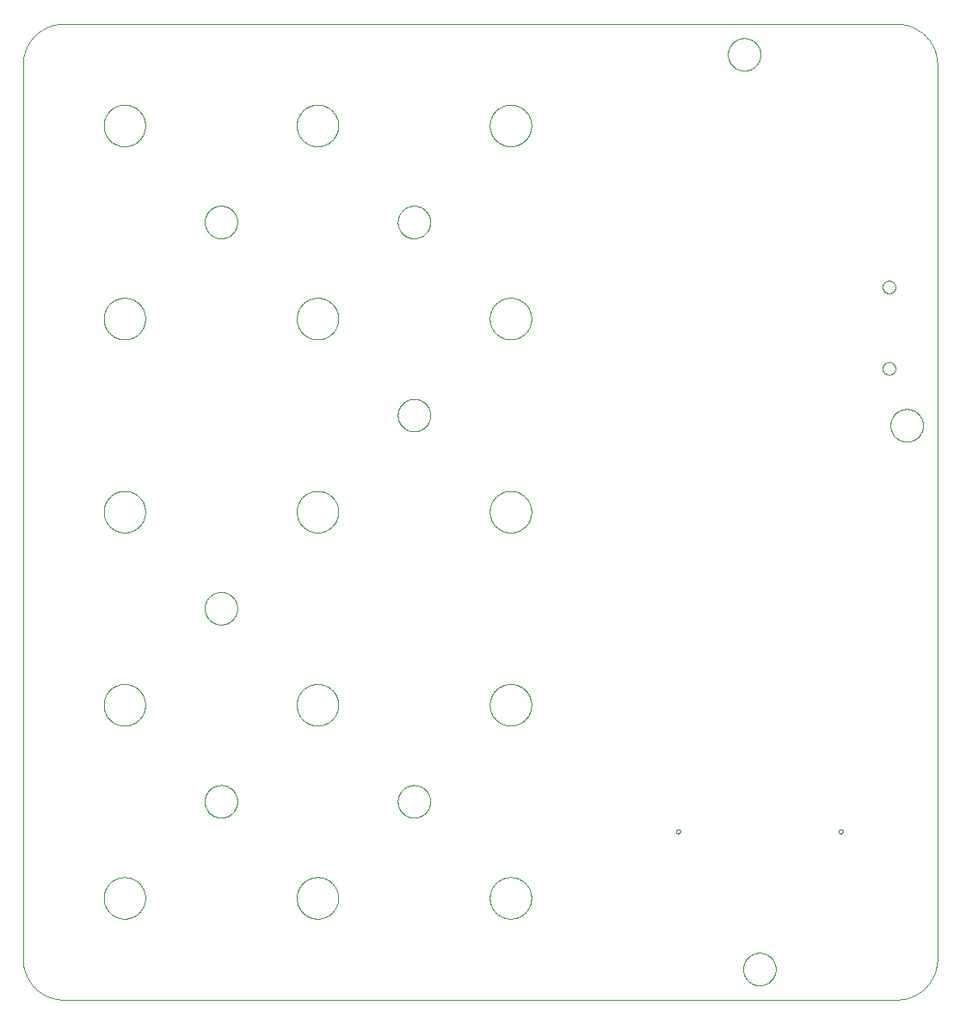
<source format=gko>
G75*
%MOIN*%
%OFA0B0*%
%FSLAX25Y25*%
%IPPOS*%
%LPD*%
%AMOC8*
5,1,8,0,0,1.08239X$1,22.5*
%
%ADD10C,0.00000*%
D10*
X0001400Y0017148D02*
X0001400Y0363605D01*
X0001405Y0363986D01*
X0001418Y0364366D01*
X0001441Y0364746D01*
X0001474Y0365125D01*
X0001515Y0365503D01*
X0001565Y0365880D01*
X0001625Y0366256D01*
X0001693Y0366631D01*
X0001771Y0367003D01*
X0001858Y0367374D01*
X0001953Y0367742D01*
X0002058Y0368108D01*
X0002171Y0368471D01*
X0002293Y0368832D01*
X0002423Y0369189D01*
X0002563Y0369543D01*
X0002710Y0369894D01*
X0002867Y0370241D01*
X0003031Y0370584D01*
X0003204Y0370923D01*
X0003385Y0371258D01*
X0003574Y0371589D01*
X0003771Y0371914D01*
X0003975Y0372235D01*
X0004188Y0372551D01*
X0004408Y0372861D01*
X0004635Y0373167D01*
X0004870Y0373466D01*
X0005112Y0373760D01*
X0005360Y0374048D01*
X0005616Y0374330D01*
X0005879Y0374605D01*
X0006148Y0374874D01*
X0006423Y0375137D01*
X0006705Y0375393D01*
X0006993Y0375641D01*
X0007287Y0375883D01*
X0007586Y0376118D01*
X0007892Y0376345D01*
X0008202Y0376565D01*
X0008518Y0376778D01*
X0008839Y0376982D01*
X0009164Y0377179D01*
X0009495Y0377368D01*
X0009830Y0377549D01*
X0010169Y0377722D01*
X0010512Y0377886D01*
X0010859Y0378043D01*
X0011210Y0378190D01*
X0011564Y0378330D01*
X0011921Y0378460D01*
X0012282Y0378582D01*
X0012645Y0378695D01*
X0013011Y0378800D01*
X0013379Y0378895D01*
X0013750Y0378982D01*
X0014122Y0379060D01*
X0014497Y0379128D01*
X0014873Y0379188D01*
X0015250Y0379238D01*
X0015628Y0379279D01*
X0016007Y0379312D01*
X0016387Y0379335D01*
X0016767Y0379348D01*
X0017148Y0379353D01*
X0339983Y0379353D01*
X0340364Y0379348D01*
X0340744Y0379335D01*
X0341124Y0379312D01*
X0341503Y0379279D01*
X0341881Y0379238D01*
X0342258Y0379188D01*
X0342634Y0379128D01*
X0343009Y0379060D01*
X0343381Y0378982D01*
X0343752Y0378895D01*
X0344120Y0378800D01*
X0344486Y0378695D01*
X0344849Y0378582D01*
X0345210Y0378460D01*
X0345567Y0378330D01*
X0345921Y0378190D01*
X0346272Y0378043D01*
X0346619Y0377886D01*
X0346962Y0377722D01*
X0347301Y0377549D01*
X0347636Y0377368D01*
X0347967Y0377179D01*
X0348292Y0376982D01*
X0348613Y0376778D01*
X0348929Y0376565D01*
X0349239Y0376345D01*
X0349545Y0376118D01*
X0349844Y0375883D01*
X0350138Y0375641D01*
X0350426Y0375393D01*
X0350708Y0375137D01*
X0350983Y0374874D01*
X0351252Y0374605D01*
X0351515Y0374330D01*
X0351771Y0374048D01*
X0352019Y0373760D01*
X0352261Y0373466D01*
X0352496Y0373167D01*
X0352723Y0372861D01*
X0352943Y0372551D01*
X0353156Y0372235D01*
X0353360Y0371914D01*
X0353557Y0371589D01*
X0353746Y0371258D01*
X0353927Y0370923D01*
X0354100Y0370584D01*
X0354264Y0370241D01*
X0354421Y0369894D01*
X0354568Y0369543D01*
X0354708Y0369189D01*
X0354838Y0368832D01*
X0354960Y0368471D01*
X0355073Y0368108D01*
X0355178Y0367742D01*
X0355273Y0367374D01*
X0355360Y0367003D01*
X0355438Y0366631D01*
X0355506Y0366256D01*
X0355566Y0365880D01*
X0355616Y0365503D01*
X0355657Y0365125D01*
X0355690Y0364746D01*
X0355713Y0364366D01*
X0355726Y0363986D01*
X0355731Y0363605D01*
X0355731Y0017148D01*
X0355726Y0016767D01*
X0355713Y0016387D01*
X0355690Y0016007D01*
X0355657Y0015628D01*
X0355616Y0015250D01*
X0355566Y0014873D01*
X0355506Y0014497D01*
X0355438Y0014122D01*
X0355360Y0013750D01*
X0355273Y0013379D01*
X0355178Y0013011D01*
X0355073Y0012645D01*
X0354960Y0012282D01*
X0354838Y0011921D01*
X0354708Y0011564D01*
X0354568Y0011210D01*
X0354421Y0010859D01*
X0354264Y0010512D01*
X0354100Y0010169D01*
X0353927Y0009830D01*
X0353746Y0009495D01*
X0353557Y0009164D01*
X0353360Y0008839D01*
X0353156Y0008518D01*
X0352943Y0008202D01*
X0352723Y0007892D01*
X0352496Y0007586D01*
X0352261Y0007287D01*
X0352019Y0006993D01*
X0351771Y0006705D01*
X0351515Y0006423D01*
X0351252Y0006148D01*
X0350983Y0005879D01*
X0350708Y0005616D01*
X0350426Y0005360D01*
X0350138Y0005112D01*
X0349844Y0004870D01*
X0349545Y0004635D01*
X0349239Y0004408D01*
X0348929Y0004188D01*
X0348613Y0003975D01*
X0348292Y0003771D01*
X0347967Y0003574D01*
X0347636Y0003385D01*
X0347301Y0003204D01*
X0346962Y0003031D01*
X0346619Y0002867D01*
X0346272Y0002710D01*
X0345921Y0002563D01*
X0345567Y0002423D01*
X0345210Y0002293D01*
X0344849Y0002171D01*
X0344486Y0002058D01*
X0344120Y0001953D01*
X0343752Y0001858D01*
X0343381Y0001771D01*
X0343009Y0001693D01*
X0342634Y0001625D01*
X0342258Y0001565D01*
X0341881Y0001515D01*
X0341503Y0001474D01*
X0341124Y0001441D01*
X0340744Y0001418D01*
X0340364Y0001405D01*
X0339983Y0001400D01*
X0017148Y0001400D01*
X0016767Y0001405D01*
X0016387Y0001418D01*
X0016007Y0001441D01*
X0015628Y0001474D01*
X0015250Y0001515D01*
X0014873Y0001565D01*
X0014497Y0001625D01*
X0014122Y0001693D01*
X0013750Y0001771D01*
X0013379Y0001858D01*
X0013011Y0001953D01*
X0012645Y0002058D01*
X0012282Y0002171D01*
X0011921Y0002293D01*
X0011564Y0002423D01*
X0011210Y0002563D01*
X0010859Y0002710D01*
X0010512Y0002867D01*
X0010169Y0003031D01*
X0009830Y0003204D01*
X0009495Y0003385D01*
X0009164Y0003574D01*
X0008839Y0003771D01*
X0008518Y0003975D01*
X0008202Y0004188D01*
X0007892Y0004408D01*
X0007586Y0004635D01*
X0007287Y0004870D01*
X0006993Y0005112D01*
X0006705Y0005360D01*
X0006423Y0005616D01*
X0006148Y0005879D01*
X0005879Y0006148D01*
X0005616Y0006423D01*
X0005360Y0006705D01*
X0005112Y0006993D01*
X0004870Y0007287D01*
X0004635Y0007586D01*
X0004408Y0007892D01*
X0004188Y0008202D01*
X0003975Y0008518D01*
X0003771Y0008839D01*
X0003574Y0009164D01*
X0003385Y0009495D01*
X0003204Y0009830D01*
X0003031Y0010169D01*
X0002867Y0010512D01*
X0002710Y0010859D01*
X0002563Y0011210D01*
X0002423Y0011564D01*
X0002293Y0011921D01*
X0002171Y0012282D01*
X0002058Y0012645D01*
X0001953Y0013011D01*
X0001858Y0013379D01*
X0001771Y0013750D01*
X0001693Y0014122D01*
X0001625Y0014497D01*
X0001565Y0014873D01*
X0001515Y0015250D01*
X0001474Y0015628D01*
X0001441Y0016007D01*
X0001418Y0016387D01*
X0001405Y0016767D01*
X0001400Y0017148D01*
X0032720Y0040770D02*
X0032722Y0040968D01*
X0032730Y0041165D01*
X0032742Y0041362D01*
X0032759Y0041559D01*
X0032781Y0041755D01*
X0032807Y0041951D01*
X0032839Y0042146D01*
X0032875Y0042340D01*
X0032916Y0042534D01*
X0032961Y0042726D01*
X0033012Y0042917D01*
X0033067Y0043107D01*
X0033126Y0043295D01*
X0033191Y0043482D01*
X0033259Y0043667D01*
X0033333Y0043851D01*
X0033411Y0044032D01*
X0033493Y0044212D01*
X0033580Y0044389D01*
X0033671Y0044565D01*
X0033766Y0044738D01*
X0033865Y0044909D01*
X0033969Y0045077D01*
X0034077Y0045242D01*
X0034188Y0045405D01*
X0034304Y0045565D01*
X0034424Y0045723D01*
X0034547Y0045877D01*
X0034674Y0046028D01*
X0034805Y0046176D01*
X0034940Y0046321D01*
X0035078Y0046462D01*
X0035219Y0046600D01*
X0035364Y0046735D01*
X0035512Y0046866D01*
X0035663Y0046993D01*
X0035817Y0047116D01*
X0035975Y0047236D01*
X0036135Y0047352D01*
X0036298Y0047463D01*
X0036463Y0047571D01*
X0036631Y0047675D01*
X0036802Y0047774D01*
X0036975Y0047869D01*
X0037151Y0047960D01*
X0037328Y0048047D01*
X0037508Y0048129D01*
X0037689Y0048207D01*
X0037873Y0048281D01*
X0038058Y0048349D01*
X0038245Y0048414D01*
X0038433Y0048473D01*
X0038623Y0048528D01*
X0038814Y0048579D01*
X0039006Y0048624D01*
X0039200Y0048665D01*
X0039394Y0048701D01*
X0039589Y0048733D01*
X0039785Y0048759D01*
X0039981Y0048781D01*
X0040178Y0048798D01*
X0040375Y0048810D01*
X0040572Y0048818D01*
X0040770Y0048820D01*
X0040968Y0048818D01*
X0041165Y0048810D01*
X0041362Y0048798D01*
X0041559Y0048781D01*
X0041755Y0048759D01*
X0041951Y0048733D01*
X0042146Y0048701D01*
X0042340Y0048665D01*
X0042534Y0048624D01*
X0042726Y0048579D01*
X0042917Y0048528D01*
X0043107Y0048473D01*
X0043295Y0048414D01*
X0043482Y0048349D01*
X0043667Y0048281D01*
X0043851Y0048207D01*
X0044032Y0048129D01*
X0044212Y0048047D01*
X0044389Y0047960D01*
X0044565Y0047869D01*
X0044738Y0047774D01*
X0044909Y0047675D01*
X0045077Y0047571D01*
X0045242Y0047463D01*
X0045405Y0047352D01*
X0045565Y0047236D01*
X0045723Y0047116D01*
X0045877Y0046993D01*
X0046028Y0046866D01*
X0046176Y0046735D01*
X0046321Y0046600D01*
X0046462Y0046462D01*
X0046600Y0046321D01*
X0046735Y0046176D01*
X0046866Y0046028D01*
X0046993Y0045877D01*
X0047116Y0045723D01*
X0047236Y0045565D01*
X0047352Y0045405D01*
X0047463Y0045242D01*
X0047571Y0045077D01*
X0047675Y0044909D01*
X0047774Y0044738D01*
X0047869Y0044565D01*
X0047960Y0044389D01*
X0048047Y0044212D01*
X0048129Y0044032D01*
X0048207Y0043851D01*
X0048281Y0043667D01*
X0048349Y0043482D01*
X0048414Y0043295D01*
X0048473Y0043107D01*
X0048528Y0042917D01*
X0048579Y0042726D01*
X0048624Y0042534D01*
X0048665Y0042340D01*
X0048701Y0042146D01*
X0048733Y0041951D01*
X0048759Y0041755D01*
X0048781Y0041559D01*
X0048798Y0041362D01*
X0048810Y0041165D01*
X0048818Y0040968D01*
X0048820Y0040770D01*
X0048818Y0040572D01*
X0048810Y0040375D01*
X0048798Y0040178D01*
X0048781Y0039981D01*
X0048759Y0039785D01*
X0048733Y0039589D01*
X0048701Y0039394D01*
X0048665Y0039200D01*
X0048624Y0039006D01*
X0048579Y0038814D01*
X0048528Y0038623D01*
X0048473Y0038433D01*
X0048414Y0038245D01*
X0048349Y0038058D01*
X0048281Y0037873D01*
X0048207Y0037689D01*
X0048129Y0037508D01*
X0048047Y0037328D01*
X0047960Y0037151D01*
X0047869Y0036975D01*
X0047774Y0036802D01*
X0047675Y0036631D01*
X0047571Y0036463D01*
X0047463Y0036298D01*
X0047352Y0036135D01*
X0047236Y0035975D01*
X0047116Y0035817D01*
X0046993Y0035663D01*
X0046866Y0035512D01*
X0046735Y0035364D01*
X0046600Y0035219D01*
X0046462Y0035078D01*
X0046321Y0034940D01*
X0046176Y0034805D01*
X0046028Y0034674D01*
X0045877Y0034547D01*
X0045723Y0034424D01*
X0045565Y0034304D01*
X0045405Y0034188D01*
X0045242Y0034077D01*
X0045077Y0033969D01*
X0044909Y0033865D01*
X0044738Y0033766D01*
X0044565Y0033671D01*
X0044389Y0033580D01*
X0044212Y0033493D01*
X0044032Y0033411D01*
X0043851Y0033333D01*
X0043667Y0033259D01*
X0043482Y0033191D01*
X0043295Y0033126D01*
X0043107Y0033067D01*
X0042917Y0033012D01*
X0042726Y0032961D01*
X0042534Y0032916D01*
X0042340Y0032875D01*
X0042146Y0032839D01*
X0041951Y0032807D01*
X0041755Y0032781D01*
X0041559Y0032759D01*
X0041362Y0032742D01*
X0041165Y0032730D01*
X0040968Y0032722D01*
X0040770Y0032720D01*
X0040572Y0032722D01*
X0040375Y0032730D01*
X0040178Y0032742D01*
X0039981Y0032759D01*
X0039785Y0032781D01*
X0039589Y0032807D01*
X0039394Y0032839D01*
X0039200Y0032875D01*
X0039006Y0032916D01*
X0038814Y0032961D01*
X0038623Y0033012D01*
X0038433Y0033067D01*
X0038245Y0033126D01*
X0038058Y0033191D01*
X0037873Y0033259D01*
X0037689Y0033333D01*
X0037508Y0033411D01*
X0037328Y0033493D01*
X0037151Y0033580D01*
X0036975Y0033671D01*
X0036802Y0033766D01*
X0036631Y0033865D01*
X0036463Y0033969D01*
X0036298Y0034077D01*
X0036135Y0034188D01*
X0035975Y0034304D01*
X0035817Y0034424D01*
X0035663Y0034547D01*
X0035512Y0034674D01*
X0035364Y0034805D01*
X0035219Y0034940D01*
X0035078Y0035078D01*
X0034940Y0035219D01*
X0034805Y0035364D01*
X0034674Y0035512D01*
X0034547Y0035663D01*
X0034424Y0035817D01*
X0034304Y0035975D01*
X0034188Y0036135D01*
X0034077Y0036298D01*
X0033969Y0036463D01*
X0033865Y0036631D01*
X0033766Y0036802D01*
X0033671Y0036975D01*
X0033580Y0037151D01*
X0033493Y0037328D01*
X0033411Y0037508D01*
X0033333Y0037689D01*
X0033259Y0037873D01*
X0033191Y0038058D01*
X0033126Y0038245D01*
X0033067Y0038433D01*
X0033012Y0038623D01*
X0032961Y0038814D01*
X0032916Y0039006D01*
X0032875Y0039200D01*
X0032839Y0039394D01*
X0032807Y0039589D01*
X0032781Y0039785D01*
X0032759Y0039981D01*
X0032742Y0040178D01*
X0032730Y0040375D01*
X0032722Y0040572D01*
X0032720Y0040770D01*
X0071873Y0078172D02*
X0071875Y0078330D01*
X0071881Y0078488D01*
X0071891Y0078646D01*
X0071905Y0078804D01*
X0071923Y0078961D01*
X0071944Y0079118D01*
X0071970Y0079274D01*
X0072000Y0079430D01*
X0072033Y0079585D01*
X0072071Y0079738D01*
X0072112Y0079891D01*
X0072157Y0080043D01*
X0072206Y0080194D01*
X0072259Y0080343D01*
X0072315Y0080491D01*
X0072375Y0080637D01*
X0072439Y0080782D01*
X0072507Y0080925D01*
X0072578Y0081067D01*
X0072652Y0081207D01*
X0072730Y0081344D01*
X0072812Y0081480D01*
X0072896Y0081614D01*
X0072985Y0081745D01*
X0073076Y0081874D01*
X0073171Y0082001D01*
X0073268Y0082126D01*
X0073369Y0082248D01*
X0073473Y0082367D01*
X0073580Y0082484D01*
X0073690Y0082598D01*
X0073803Y0082709D01*
X0073918Y0082818D01*
X0074036Y0082923D01*
X0074157Y0083025D01*
X0074280Y0083125D01*
X0074406Y0083221D01*
X0074534Y0083314D01*
X0074664Y0083404D01*
X0074797Y0083490D01*
X0074932Y0083574D01*
X0075068Y0083653D01*
X0075207Y0083730D01*
X0075348Y0083802D01*
X0075490Y0083872D01*
X0075634Y0083937D01*
X0075780Y0083999D01*
X0075927Y0084057D01*
X0076076Y0084112D01*
X0076226Y0084163D01*
X0076377Y0084210D01*
X0076529Y0084253D01*
X0076682Y0084292D01*
X0076837Y0084328D01*
X0076992Y0084359D01*
X0077148Y0084387D01*
X0077304Y0084411D01*
X0077461Y0084431D01*
X0077619Y0084447D01*
X0077776Y0084459D01*
X0077935Y0084467D01*
X0078093Y0084471D01*
X0078251Y0084471D01*
X0078409Y0084467D01*
X0078568Y0084459D01*
X0078725Y0084447D01*
X0078883Y0084431D01*
X0079040Y0084411D01*
X0079196Y0084387D01*
X0079352Y0084359D01*
X0079507Y0084328D01*
X0079662Y0084292D01*
X0079815Y0084253D01*
X0079967Y0084210D01*
X0080118Y0084163D01*
X0080268Y0084112D01*
X0080417Y0084057D01*
X0080564Y0083999D01*
X0080710Y0083937D01*
X0080854Y0083872D01*
X0080996Y0083802D01*
X0081137Y0083730D01*
X0081276Y0083653D01*
X0081412Y0083574D01*
X0081547Y0083490D01*
X0081680Y0083404D01*
X0081810Y0083314D01*
X0081938Y0083221D01*
X0082064Y0083125D01*
X0082187Y0083025D01*
X0082308Y0082923D01*
X0082426Y0082818D01*
X0082541Y0082709D01*
X0082654Y0082598D01*
X0082764Y0082484D01*
X0082871Y0082367D01*
X0082975Y0082248D01*
X0083076Y0082126D01*
X0083173Y0082001D01*
X0083268Y0081874D01*
X0083359Y0081745D01*
X0083448Y0081614D01*
X0083532Y0081480D01*
X0083614Y0081344D01*
X0083692Y0081207D01*
X0083766Y0081067D01*
X0083837Y0080925D01*
X0083905Y0080782D01*
X0083969Y0080637D01*
X0084029Y0080491D01*
X0084085Y0080343D01*
X0084138Y0080194D01*
X0084187Y0080043D01*
X0084232Y0079891D01*
X0084273Y0079738D01*
X0084311Y0079585D01*
X0084344Y0079430D01*
X0084374Y0079274D01*
X0084400Y0079118D01*
X0084421Y0078961D01*
X0084439Y0078804D01*
X0084453Y0078646D01*
X0084463Y0078488D01*
X0084469Y0078330D01*
X0084471Y0078172D01*
X0084469Y0078014D01*
X0084463Y0077856D01*
X0084453Y0077698D01*
X0084439Y0077540D01*
X0084421Y0077383D01*
X0084400Y0077226D01*
X0084374Y0077070D01*
X0084344Y0076914D01*
X0084311Y0076759D01*
X0084273Y0076606D01*
X0084232Y0076453D01*
X0084187Y0076301D01*
X0084138Y0076150D01*
X0084085Y0076001D01*
X0084029Y0075853D01*
X0083969Y0075707D01*
X0083905Y0075562D01*
X0083837Y0075419D01*
X0083766Y0075277D01*
X0083692Y0075137D01*
X0083614Y0075000D01*
X0083532Y0074864D01*
X0083448Y0074730D01*
X0083359Y0074599D01*
X0083268Y0074470D01*
X0083173Y0074343D01*
X0083076Y0074218D01*
X0082975Y0074096D01*
X0082871Y0073977D01*
X0082764Y0073860D01*
X0082654Y0073746D01*
X0082541Y0073635D01*
X0082426Y0073526D01*
X0082308Y0073421D01*
X0082187Y0073319D01*
X0082064Y0073219D01*
X0081938Y0073123D01*
X0081810Y0073030D01*
X0081680Y0072940D01*
X0081547Y0072854D01*
X0081412Y0072770D01*
X0081276Y0072691D01*
X0081137Y0072614D01*
X0080996Y0072542D01*
X0080854Y0072472D01*
X0080710Y0072407D01*
X0080564Y0072345D01*
X0080417Y0072287D01*
X0080268Y0072232D01*
X0080118Y0072181D01*
X0079967Y0072134D01*
X0079815Y0072091D01*
X0079662Y0072052D01*
X0079507Y0072016D01*
X0079352Y0071985D01*
X0079196Y0071957D01*
X0079040Y0071933D01*
X0078883Y0071913D01*
X0078725Y0071897D01*
X0078568Y0071885D01*
X0078409Y0071877D01*
X0078251Y0071873D01*
X0078093Y0071873D01*
X0077935Y0071877D01*
X0077776Y0071885D01*
X0077619Y0071897D01*
X0077461Y0071913D01*
X0077304Y0071933D01*
X0077148Y0071957D01*
X0076992Y0071985D01*
X0076837Y0072016D01*
X0076682Y0072052D01*
X0076529Y0072091D01*
X0076377Y0072134D01*
X0076226Y0072181D01*
X0076076Y0072232D01*
X0075927Y0072287D01*
X0075780Y0072345D01*
X0075634Y0072407D01*
X0075490Y0072472D01*
X0075348Y0072542D01*
X0075207Y0072614D01*
X0075068Y0072691D01*
X0074932Y0072770D01*
X0074797Y0072854D01*
X0074664Y0072940D01*
X0074534Y0073030D01*
X0074406Y0073123D01*
X0074280Y0073219D01*
X0074157Y0073319D01*
X0074036Y0073421D01*
X0073918Y0073526D01*
X0073803Y0073635D01*
X0073690Y0073746D01*
X0073580Y0073860D01*
X0073473Y0073977D01*
X0073369Y0074096D01*
X0073268Y0074218D01*
X0073171Y0074343D01*
X0073076Y0074470D01*
X0072985Y0074599D01*
X0072896Y0074730D01*
X0072812Y0074864D01*
X0072730Y0075000D01*
X0072652Y0075137D01*
X0072578Y0075277D01*
X0072507Y0075419D01*
X0072439Y0075562D01*
X0072375Y0075707D01*
X0072315Y0075853D01*
X0072259Y0076001D01*
X0072206Y0076150D01*
X0072157Y0076301D01*
X0072112Y0076453D01*
X0072071Y0076606D01*
X0072033Y0076759D01*
X0072000Y0076914D01*
X0071970Y0077070D01*
X0071944Y0077226D01*
X0071923Y0077383D01*
X0071905Y0077540D01*
X0071891Y0077698D01*
X0071881Y0077856D01*
X0071875Y0078014D01*
X0071873Y0078172D01*
X0032720Y0115573D02*
X0032722Y0115771D01*
X0032730Y0115968D01*
X0032742Y0116165D01*
X0032759Y0116362D01*
X0032781Y0116558D01*
X0032807Y0116754D01*
X0032839Y0116949D01*
X0032875Y0117143D01*
X0032916Y0117337D01*
X0032961Y0117529D01*
X0033012Y0117720D01*
X0033067Y0117910D01*
X0033126Y0118098D01*
X0033191Y0118285D01*
X0033259Y0118470D01*
X0033333Y0118654D01*
X0033411Y0118835D01*
X0033493Y0119015D01*
X0033580Y0119192D01*
X0033671Y0119368D01*
X0033766Y0119541D01*
X0033865Y0119712D01*
X0033969Y0119880D01*
X0034077Y0120045D01*
X0034188Y0120208D01*
X0034304Y0120368D01*
X0034424Y0120526D01*
X0034547Y0120680D01*
X0034674Y0120831D01*
X0034805Y0120979D01*
X0034940Y0121124D01*
X0035078Y0121265D01*
X0035219Y0121403D01*
X0035364Y0121538D01*
X0035512Y0121669D01*
X0035663Y0121796D01*
X0035817Y0121919D01*
X0035975Y0122039D01*
X0036135Y0122155D01*
X0036298Y0122266D01*
X0036463Y0122374D01*
X0036631Y0122478D01*
X0036802Y0122577D01*
X0036975Y0122672D01*
X0037151Y0122763D01*
X0037328Y0122850D01*
X0037508Y0122932D01*
X0037689Y0123010D01*
X0037873Y0123084D01*
X0038058Y0123152D01*
X0038245Y0123217D01*
X0038433Y0123276D01*
X0038623Y0123331D01*
X0038814Y0123382D01*
X0039006Y0123427D01*
X0039200Y0123468D01*
X0039394Y0123504D01*
X0039589Y0123536D01*
X0039785Y0123562D01*
X0039981Y0123584D01*
X0040178Y0123601D01*
X0040375Y0123613D01*
X0040572Y0123621D01*
X0040770Y0123623D01*
X0040968Y0123621D01*
X0041165Y0123613D01*
X0041362Y0123601D01*
X0041559Y0123584D01*
X0041755Y0123562D01*
X0041951Y0123536D01*
X0042146Y0123504D01*
X0042340Y0123468D01*
X0042534Y0123427D01*
X0042726Y0123382D01*
X0042917Y0123331D01*
X0043107Y0123276D01*
X0043295Y0123217D01*
X0043482Y0123152D01*
X0043667Y0123084D01*
X0043851Y0123010D01*
X0044032Y0122932D01*
X0044212Y0122850D01*
X0044389Y0122763D01*
X0044565Y0122672D01*
X0044738Y0122577D01*
X0044909Y0122478D01*
X0045077Y0122374D01*
X0045242Y0122266D01*
X0045405Y0122155D01*
X0045565Y0122039D01*
X0045723Y0121919D01*
X0045877Y0121796D01*
X0046028Y0121669D01*
X0046176Y0121538D01*
X0046321Y0121403D01*
X0046462Y0121265D01*
X0046600Y0121124D01*
X0046735Y0120979D01*
X0046866Y0120831D01*
X0046993Y0120680D01*
X0047116Y0120526D01*
X0047236Y0120368D01*
X0047352Y0120208D01*
X0047463Y0120045D01*
X0047571Y0119880D01*
X0047675Y0119712D01*
X0047774Y0119541D01*
X0047869Y0119368D01*
X0047960Y0119192D01*
X0048047Y0119015D01*
X0048129Y0118835D01*
X0048207Y0118654D01*
X0048281Y0118470D01*
X0048349Y0118285D01*
X0048414Y0118098D01*
X0048473Y0117910D01*
X0048528Y0117720D01*
X0048579Y0117529D01*
X0048624Y0117337D01*
X0048665Y0117143D01*
X0048701Y0116949D01*
X0048733Y0116754D01*
X0048759Y0116558D01*
X0048781Y0116362D01*
X0048798Y0116165D01*
X0048810Y0115968D01*
X0048818Y0115771D01*
X0048820Y0115573D01*
X0048818Y0115375D01*
X0048810Y0115178D01*
X0048798Y0114981D01*
X0048781Y0114784D01*
X0048759Y0114588D01*
X0048733Y0114392D01*
X0048701Y0114197D01*
X0048665Y0114003D01*
X0048624Y0113809D01*
X0048579Y0113617D01*
X0048528Y0113426D01*
X0048473Y0113236D01*
X0048414Y0113048D01*
X0048349Y0112861D01*
X0048281Y0112676D01*
X0048207Y0112492D01*
X0048129Y0112311D01*
X0048047Y0112131D01*
X0047960Y0111954D01*
X0047869Y0111778D01*
X0047774Y0111605D01*
X0047675Y0111434D01*
X0047571Y0111266D01*
X0047463Y0111101D01*
X0047352Y0110938D01*
X0047236Y0110778D01*
X0047116Y0110620D01*
X0046993Y0110466D01*
X0046866Y0110315D01*
X0046735Y0110167D01*
X0046600Y0110022D01*
X0046462Y0109881D01*
X0046321Y0109743D01*
X0046176Y0109608D01*
X0046028Y0109477D01*
X0045877Y0109350D01*
X0045723Y0109227D01*
X0045565Y0109107D01*
X0045405Y0108991D01*
X0045242Y0108880D01*
X0045077Y0108772D01*
X0044909Y0108668D01*
X0044738Y0108569D01*
X0044565Y0108474D01*
X0044389Y0108383D01*
X0044212Y0108296D01*
X0044032Y0108214D01*
X0043851Y0108136D01*
X0043667Y0108062D01*
X0043482Y0107994D01*
X0043295Y0107929D01*
X0043107Y0107870D01*
X0042917Y0107815D01*
X0042726Y0107764D01*
X0042534Y0107719D01*
X0042340Y0107678D01*
X0042146Y0107642D01*
X0041951Y0107610D01*
X0041755Y0107584D01*
X0041559Y0107562D01*
X0041362Y0107545D01*
X0041165Y0107533D01*
X0040968Y0107525D01*
X0040770Y0107523D01*
X0040572Y0107525D01*
X0040375Y0107533D01*
X0040178Y0107545D01*
X0039981Y0107562D01*
X0039785Y0107584D01*
X0039589Y0107610D01*
X0039394Y0107642D01*
X0039200Y0107678D01*
X0039006Y0107719D01*
X0038814Y0107764D01*
X0038623Y0107815D01*
X0038433Y0107870D01*
X0038245Y0107929D01*
X0038058Y0107994D01*
X0037873Y0108062D01*
X0037689Y0108136D01*
X0037508Y0108214D01*
X0037328Y0108296D01*
X0037151Y0108383D01*
X0036975Y0108474D01*
X0036802Y0108569D01*
X0036631Y0108668D01*
X0036463Y0108772D01*
X0036298Y0108880D01*
X0036135Y0108991D01*
X0035975Y0109107D01*
X0035817Y0109227D01*
X0035663Y0109350D01*
X0035512Y0109477D01*
X0035364Y0109608D01*
X0035219Y0109743D01*
X0035078Y0109881D01*
X0034940Y0110022D01*
X0034805Y0110167D01*
X0034674Y0110315D01*
X0034547Y0110466D01*
X0034424Y0110620D01*
X0034304Y0110778D01*
X0034188Y0110938D01*
X0034077Y0111101D01*
X0033969Y0111266D01*
X0033865Y0111434D01*
X0033766Y0111605D01*
X0033671Y0111778D01*
X0033580Y0111954D01*
X0033493Y0112131D01*
X0033411Y0112311D01*
X0033333Y0112492D01*
X0033259Y0112676D01*
X0033191Y0112861D01*
X0033126Y0113048D01*
X0033067Y0113236D01*
X0033012Y0113426D01*
X0032961Y0113617D01*
X0032916Y0113809D01*
X0032875Y0114003D01*
X0032839Y0114197D01*
X0032807Y0114392D01*
X0032781Y0114588D01*
X0032759Y0114784D01*
X0032742Y0114981D01*
X0032730Y0115178D01*
X0032722Y0115375D01*
X0032720Y0115573D01*
X0071873Y0152975D02*
X0071875Y0153133D01*
X0071881Y0153291D01*
X0071891Y0153449D01*
X0071905Y0153607D01*
X0071923Y0153764D01*
X0071944Y0153921D01*
X0071970Y0154077D01*
X0072000Y0154233D01*
X0072033Y0154388D01*
X0072071Y0154541D01*
X0072112Y0154694D01*
X0072157Y0154846D01*
X0072206Y0154997D01*
X0072259Y0155146D01*
X0072315Y0155294D01*
X0072375Y0155440D01*
X0072439Y0155585D01*
X0072507Y0155728D01*
X0072578Y0155870D01*
X0072652Y0156010D01*
X0072730Y0156147D01*
X0072812Y0156283D01*
X0072896Y0156417D01*
X0072985Y0156548D01*
X0073076Y0156677D01*
X0073171Y0156804D01*
X0073268Y0156929D01*
X0073369Y0157051D01*
X0073473Y0157170D01*
X0073580Y0157287D01*
X0073690Y0157401D01*
X0073803Y0157512D01*
X0073918Y0157621D01*
X0074036Y0157726D01*
X0074157Y0157828D01*
X0074280Y0157928D01*
X0074406Y0158024D01*
X0074534Y0158117D01*
X0074664Y0158207D01*
X0074797Y0158293D01*
X0074932Y0158377D01*
X0075068Y0158456D01*
X0075207Y0158533D01*
X0075348Y0158605D01*
X0075490Y0158675D01*
X0075634Y0158740D01*
X0075780Y0158802D01*
X0075927Y0158860D01*
X0076076Y0158915D01*
X0076226Y0158966D01*
X0076377Y0159013D01*
X0076529Y0159056D01*
X0076682Y0159095D01*
X0076837Y0159131D01*
X0076992Y0159162D01*
X0077148Y0159190D01*
X0077304Y0159214D01*
X0077461Y0159234D01*
X0077619Y0159250D01*
X0077776Y0159262D01*
X0077935Y0159270D01*
X0078093Y0159274D01*
X0078251Y0159274D01*
X0078409Y0159270D01*
X0078568Y0159262D01*
X0078725Y0159250D01*
X0078883Y0159234D01*
X0079040Y0159214D01*
X0079196Y0159190D01*
X0079352Y0159162D01*
X0079507Y0159131D01*
X0079662Y0159095D01*
X0079815Y0159056D01*
X0079967Y0159013D01*
X0080118Y0158966D01*
X0080268Y0158915D01*
X0080417Y0158860D01*
X0080564Y0158802D01*
X0080710Y0158740D01*
X0080854Y0158675D01*
X0080996Y0158605D01*
X0081137Y0158533D01*
X0081276Y0158456D01*
X0081412Y0158377D01*
X0081547Y0158293D01*
X0081680Y0158207D01*
X0081810Y0158117D01*
X0081938Y0158024D01*
X0082064Y0157928D01*
X0082187Y0157828D01*
X0082308Y0157726D01*
X0082426Y0157621D01*
X0082541Y0157512D01*
X0082654Y0157401D01*
X0082764Y0157287D01*
X0082871Y0157170D01*
X0082975Y0157051D01*
X0083076Y0156929D01*
X0083173Y0156804D01*
X0083268Y0156677D01*
X0083359Y0156548D01*
X0083448Y0156417D01*
X0083532Y0156283D01*
X0083614Y0156147D01*
X0083692Y0156010D01*
X0083766Y0155870D01*
X0083837Y0155728D01*
X0083905Y0155585D01*
X0083969Y0155440D01*
X0084029Y0155294D01*
X0084085Y0155146D01*
X0084138Y0154997D01*
X0084187Y0154846D01*
X0084232Y0154694D01*
X0084273Y0154541D01*
X0084311Y0154388D01*
X0084344Y0154233D01*
X0084374Y0154077D01*
X0084400Y0153921D01*
X0084421Y0153764D01*
X0084439Y0153607D01*
X0084453Y0153449D01*
X0084463Y0153291D01*
X0084469Y0153133D01*
X0084471Y0152975D01*
X0084469Y0152817D01*
X0084463Y0152659D01*
X0084453Y0152501D01*
X0084439Y0152343D01*
X0084421Y0152186D01*
X0084400Y0152029D01*
X0084374Y0151873D01*
X0084344Y0151717D01*
X0084311Y0151562D01*
X0084273Y0151409D01*
X0084232Y0151256D01*
X0084187Y0151104D01*
X0084138Y0150953D01*
X0084085Y0150804D01*
X0084029Y0150656D01*
X0083969Y0150510D01*
X0083905Y0150365D01*
X0083837Y0150222D01*
X0083766Y0150080D01*
X0083692Y0149940D01*
X0083614Y0149803D01*
X0083532Y0149667D01*
X0083448Y0149533D01*
X0083359Y0149402D01*
X0083268Y0149273D01*
X0083173Y0149146D01*
X0083076Y0149021D01*
X0082975Y0148899D01*
X0082871Y0148780D01*
X0082764Y0148663D01*
X0082654Y0148549D01*
X0082541Y0148438D01*
X0082426Y0148329D01*
X0082308Y0148224D01*
X0082187Y0148122D01*
X0082064Y0148022D01*
X0081938Y0147926D01*
X0081810Y0147833D01*
X0081680Y0147743D01*
X0081547Y0147657D01*
X0081412Y0147573D01*
X0081276Y0147494D01*
X0081137Y0147417D01*
X0080996Y0147345D01*
X0080854Y0147275D01*
X0080710Y0147210D01*
X0080564Y0147148D01*
X0080417Y0147090D01*
X0080268Y0147035D01*
X0080118Y0146984D01*
X0079967Y0146937D01*
X0079815Y0146894D01*
X0079662Y0146855D01*
X0079507Y0146819D01*
X0079352Y0146788D01*
X0079196Y0146760D01*
X0079040Y0146736D01*
X0078883Y0146716D01*
X0078725Y0146700D01*
X0078568Y0146688D01*
X0078409Y0146680D01*
X0078251Y0146676D01*
X0078093Y0146676D01*
X0077935Y0146680D01*
X0077776Y0146688D01*
X0077619Y0146700D01*
X0077461Y0146716D01*
X0077304Y0146736D01*
X0077148Y0146760D01*
X0076992Y0146788D01*
X0076837Y0146819D01*
X0076682Y0146855D01*
X0076529Y0146894D01*
X0076377Y0146937D01*
X0076226Y0146984D01*
X0076076Y0147035D01*
X0075927Y0147090D01*
X0075780Y0147148D01*
X0075634Y0147210D01*
X0075490Y0147275D01*
X0075348Y0147345D01*
X0075207Y0147417D01*
X0075068Y0147494D01*
X0074932Y0147573D01*
X0074797Y0147657D01*
X0074664Y0147743D01*
X0074534Y0147833D01*
X0074406Y0147926D01*
X0074280Y0148022D01*
X0074157Y0148122D01*
X0074036Y0148224D01*
X0073918Y0148329D01*
X0073803Y0148438D01*
X0073690Y0148549D01*
X0073580Y0148663D01*
X0073473Y0148780D01*
X0073369Y0148899D01*
X0073268Y0149021D01*
X0073171Y0149146D01*
X0073076Y0149273D01*
X0072985Y0149402D01*
X0072896Y0149533D01*
X0072812Y0149667D01*
X0072730Y0149803D01*
X0072652Y0149940D01*
X0072578Y0150080D01*
X0072507Y0150222D01*
X0072439Y0150365D01*
X0072375Y0150510D01*
X0072315Y0150656D01*
X0072259Y0150804D01*
X0072206Y0150953D01*
X0072157Y0151104D01*
X0072112Y0151256D01*
X0072071Y0151409D01*
X0072033Y0151562D01*
X0072000Y0151717D01*
X0071970Y0151873D01*
X0071944Y0152029D01*
X0071923Y0152186D01*
X0071905Y0152343D01*
X0071891Y0152501D01*
X0071881Y0152659D01*
X0071875Y0152817D01*
X0071873Y0152975D01*
X0032720Y0190376D02*
X0032722Y0190574D01*
X0032730Y0190771D01*
X0032742Y0190968D01*
X0032759Y0191165D01*
X0032781Y0191361D01*
X0032807Y0191557D01*
X0032839Y0191752D01*
X0032875Y0191946D01*
X0032916Y0192140D01*
X0032961Y0192332D01*
X0033012Y0192523D01*
X0033067Y0192713D01*
X0033126Y0192901D01*
X0033191Y0193088D01*
X0033259Y0193273D01*
X0033333Y0193457D01*
X0033411Y0193638D01*
X0033493Y0193818D01*
X0033580Y0193995D01*
X0033671Y0194171D01*
X0033766Y0194344D01*
X0033865Y0194515D01*
X0033969Y0194683D01*
X0034077Y0194848D01*
X0034188Y0195011D01*
X0034304Y0195171D01*
X0034424Y0195329D01*
X0034547Y0195483D01*
X0034674Y0195634D01*
X0034805Y0195782D01*
X0034940Y0195927D01*
X0035078Y0196068D01*
X0035219Y0196206D01*
X0035364Y0196341D01*
X0035512Y0196472D01*
X0035663Y0196599D01*
X0035817Y0196722D01*
X0035975Y0196842D01*
X0036135Y0196958D01*
X0036298Y0197069D01*
X0036463Y0197177D01*
X0036631Y0197281D01*
X0036802Y0197380D01*
X0036975Y0197475D01*
X0037151Y0197566D01*
X0037328Y0197653D01*
X0037508Y0197735D01*
X0037689Y0197813D01*
X0037873Y0197887D01*
X0038058Y0197955D01*
X0038245Y0198020D01*
X0038433Y0198079D01*
X0038623Y0198134D01*
X0038814Y0198185D01*
X0039006Y0198230D01*
X0039200Y0198271D01*
X0039394Y0198307D01*
X0039589Y0198339D01*
X0039785Y0198365D01*
X0039981Y0198387D01*
X0040178Y0198404D01*
X0040375Y0198416D01*
X0040572Y0198424D01*
X0040770Y0198426D01*
X0040968Y0198424D01*
X0041165Y0198416D01*
X0041362Y0198404D01*
X0041559Y0198387D01*
X0041755Y0198365D01*
X0041951Y0198339D01*
X0042146Y0198307D01*
X0042340Y0198271D01*
X0042534Y0198230D01*
X0042726Y0198185D01*
X0042917Y0198134D01*
X0043107Y0198079D01*
X0043295Y0198020D01*
X0043482Y0197955D01*
X0043667Y0197887D01*
X0043851Y0197813D01*
X0044032Y0197735D01*
X0044212Y0197653D01*
X0044389Y0197566D01*
X0044565Y0197475D01*
X0044738Y0197380D01*
X0044909Y0197281D01*
X0045077Y0197177D01*
X0045242Y0197069D01*
X0045405Y0196958D01*
X0045565Y0196842D01*
X0045723Y0196722D01*
X0045877Y0196599D01*
X0046028Y0196472D01*
X0046176Y0196341D01*
X0046321Y0196206D01*
X0046462Y0196068D01*
X0046600Y0195927D01*
X0046735Y0195782D01*
X0046866Y0195634D01*
X0046993Y0195483D01*
X0047116Y0195329D01*
X0047236Y0195171D01*
X0047352Y0195011D01*
X0047463Y0194848D01*
X0047571Y0194683D01*
X0047675Y0194515D01*
X0047774Y0194344D01*
X0047869Y0194171D01*
X0047960Y0193995D01*
X0048047Y0193818D01*
X0048129Y0193638D01*
X0048207Y0193457D01*
X0048281Y0193273D01*
X0048349Y0193088D01*
X0048414Y0192901D01*
X0048473Y0192713D01*
X0048528Y0192523D01*
X0048579Y0192332D01*
X0048624Y0192140D01*
X0048665Y0191946D01*
X0048701Y0191752D01*
X0048733Y0191557D01*
X0048759Y0191361D01*
X0048781Y0191165D01*
X0048798Y0190968D01*
X0048810Y0190771D01*
X0048818Y0190574D01*
X0048820Y0190376D01*
X0048818Y0190178D01*
X0048810Y0189981D01*
X0048798Y0189784D01*
X0048781Y0189587D01*
X0048759Y0189391D01*
X0048733Y0189195D01*
X0048701Y0189000D01*
X0048665Y0188806D01*
X0048624Y0188612D01*
X0048579Y0188420D01*
X0048528Y0188229D01*
X0048473Y0188039D01*
X0048414Y0187851D01*
X0048349Y0187664D01*
X0048281Y0187479D01*
X0048207Y0187295D01*
X0048129Y0187114D01*
X0048047Y0186934D01*
X0047960Y0186757D01*
X0047869Y0186581D01*
X0047774Y0186408D01*
X0047675Y0186237D01*
X0047571Y0186069D01*
X0047463Y0185904D01*
X0047352Y0185741D01*
X0047236Y0185581D01*
X0047116Y0185423D01*
X0046993Y0185269D01*
X0046866Y0185118D01*
X0046735Y0184970D01*
X0046600Y0184825D01*
X0046462Y0184684D01*
X0046321Y0184546D01*
X0046176Y0184411D01*
X0046028Y0184280D01*
X0045877Y0184153D01*
X0045723Y0184030D01*
X0045565Y0183910D01*
X0045405Y0183794D01*
X0045242Y0183683D01*
X0045077Y0183575D01*
X0044909Y0183471D01*
X0044738Y0183372D01*
X0044565Y0183277D01*
X0044389Y0183186D01*
X0044212Y0183099D01*
X0044032Y0183017D01*
X0043851Y0182939D01*
X0043667Y0182865D01*
X0043482Y0182797D01*
X0043295Y0182732D01*
X0043107Y0182673D01*
X0042917Y0182618D01*
X0042726Y0182567D01*
X0042534Y0182522D01*
X0042340Y0182481D01*
X0042146Y0182445D01*
X0041951Y0182413D01*
X0041755Y0182387D01*
X0041559Y0182365D01*
X0041362Y0182348D01*
X0041165Y0182336D01*
X0040968Y0182328D01*
X0040770Y0182326D01*
X0040572Y0182328D01*
X0040375Y0182336D01*
X0040178Y0182348D01*
X0039981Y0182365D01*
X0039785Y0182387D01*
X0039589Y0182413D01*
X0039394Y0182445D01*
X0039200Y0182481D01*
X0039006Y0182522D01*
X0038814Y0182567D01*
X0038623Y0182618D01*
X0038433Y0182673D01*
X0038245Y0182732D01*
X0038058Y0182797D01*
X0037873Y0182865D01*
X0037689Y0182939D01*
X0037508Y0183017D01*
X0037328Y0183099D01*
X0037151Y0183186D01*
X0036975Y0183277D01*
X0036802Y0183372D01*
X0036631Y0183471D01*
X0036463Y0183575D01*
X0036298Y0183683D01*
X0036135Y0183794D01*
X0035975Y0183910D01*
X0035817Y0184030D01*
X0035663Y0184153D01*
X0035512Y0184280D01*
X0035364Y0184411D01*
X0035219Y0184546D01*
X0035078Y0184684D01*
X0034940Y0184825D01*
X0034805Y0184970D01*
X0034674Y0185118D01*
X0034547Y0185269D01*
X0034424Y0185423D01*
X0034304Y0185581D01*
X0034188Y0185741D01*
X0034077Y0185904D01*
X0033969Y0186069D01*
X0033865Y0186237D01*
X0033766Y0186408D01*
X0033671Y0186581D01*
X0033580Y0186757D01*
X0033493Y0186934D01*
X0033411Y0187114D01*
X0033333Y0187295D01*
X0033259Y0187479D01*
X0033191Y0187664D01*
X0033126Y0187851D01*
X0033067Y0188039D01*
X0033012Y0188229D01*
X0032961Y0188420D01*
X0032916Y0188612D01*
X0032875Y0188806D01*
X0032839Y0189000D01*
X0032807Y0189195D01*
X0032781Y0189391D01*
X0032759Y0189587D01*
X0032742Y0189784D01*
X0032730Y0189981D01*
X0032722Y0190178D01*
X0032720Y0190376D01*
X0032720Y0265180D02*
X0032722Y0265378D01*
X0032730Y0265575D01*
X0032742Y0265772D01*
X0032759Y0265969D01*
X0032781Y0266165D01*
X0032807Y0266361D01*
X0032839Y0266556D01*
X0032875Y0266750D01*
X0032916Y0266944D01*
X0032961Y0267136D01*
X0033012Y0267327D01*
X0033067Y0267517D01*
X0033126Y0267705D01*
X0033191Y0267892D01*
X0033259Y0268077D01*
X0033333Y0268261D01*
X0033411Y0268442D01*
X0033493Y0268622D01*
X0033580Y0268799D01*
X0033671Y0268975D01*
X0033766Y0269148D01*
X0033865Y0269319D01*
X0033969Y0269487D01*
X0034077Y0269652D01*
X0034188Y0269815D01*
X0034304Y0269975D01*
X0034424Y0270133D01*
X0034547Y0270287D01*
X0034674Y0270438D01*
X0034805Y0270586D01*
X0034940Y0270731D01*
X0035078Y0270872D01*
X0035219Y0271010D01*
X0035364Y0271145D01*
X0035512Y0271276D01*
X0035663Y0271403D01*
X0035817Y0271526D01*
X0035975Y0271646D01*
X0036135Y0271762D01*
X0036298Y0271873D01*
X0036463Y0271981D01*
X0036631Y0272085D01*
X0036802Y0272184D01*
X0036975Y0272279D01*
X0037151Y0272370D01*
X0037328Y0272457D01*
X0037508Y0272539D01*
X0037689Y0272617D01*
X0037873Y0272691D01*
X0038058Y0272759D01*
X0038245Y0272824D01*
X0038433Y0272883D01*
X0038623Y0272938D01*
X0038814Y0272989D01*
X0039006Y0273034D01*
X0039200Y0273075D01*
X0039394Y0273111D01*
X0039589Y0273143D01*
X0039785Y0273169D01*
X0039981Y0273191D01*
X0040178Y0273208D01*
X0040375Y0273220D01*
X0040572Y0273228D01*
X0040770Y0273230D01*
X0040968Y0273228D01*
X0041165Y0273220D01*
X0041362Y0273208D01*
X0041559Y0273191D01*
X0041755Y0273169D01*
X0041951Y0273143D01*
X0042146Y0273111D01*
X0042340Y0273075D01*
X0042534Y0273034D01*
X0042726Y0272989D01*
X0042917Y0272938D01*
X0043107Y0272883D01*
X0043295Y0272824D01*
X0043482Y0272759D01*
X0043667Y0272691D01*
X0043851Y0272617D01*
X0044032Y0272539D01*
X0044212Y0272457D01*
X0044389Y0272370D01*
X0044565Y0272279D01*
X0044738Y0272184D01*
X0044909Y0272085D01*
X0045077Y0271981D01*
X0045242Y0271873D01*
X0045405Y0271762D01*
X0045565Y0271646D01*
X0045723Y0271526D01*
X0045877Y0271403D01*
X0046028Y0271276D01*
X0046176Y0271145D01*
X0046321Y0271010D01*
X0046462Y0270872D01*
X0046600Y0270731D01*
X0046735Y0270586D01*
X0046866Y0270438D01*
X0046993Y0270287D01*
X0047116Y0270133D01*
X0047236Y0269975D01*
X0047352Y0269815D01*
X0047463Y0269652D01*
X0047571Y0269487D01*
X0047675Y0269319D01*
X0047774Y0269148D01*
X0047869Y0268975D01*
X0047960Y0268799D01*
X0048047Y0268622D01*
X0048129Y0268442D01*
X0048207Y0268261D01*
X0048281Y0268077D01*
X0048349Y0267892D01*
X0048414Y0267705D01*
X0048473Y0267517D01*
X0048528Y0267327D01*
X0048579Y0267136D01*
X0048624Y0266944D01*
X0048665Y0266750D01*
X0048701Y0266556D01*
X0048733Y0266361D01*
X0048759Y0266165D01*
X0048781Y0265969D01*
X0048798Y0265772D01*
X0048810Y0265575D01*
X0048818Y0265378D01*
X0048820Y0265180D01*
X0048818Y0264982D01*
X0048810Y0264785D01*
X0048798Y0264588D01*
X0048781Y0264391D01*
X0048759Y0264195D01*
X0048733Y0263999D01*
X0048701Y0263804D01*
X0048665Y0263610D01*
X0048624Y0263416D01*
X0048579Y0263224D01*
X0048528Y0263033D01*
X0048473Y0262843D01*
X0048414Y0262655D01*
X0048349Y0262468D01*
X0048281Y0262283D01*
X0048207Y0262099D01*
X0048129Y0261918D01*
X0048047Y0261738D01*
X0047960Y0261561D01*
X0047869Y0261385D01*
X0047774Y0261212D01*
X0047675Y0261041D01*
X0047571Y0260873D01*
X0047463Y0260708D01*
X0047352Y0260545D01*
X0047236Y0260385D01*
X0047116Y0260227D01*
X0046993Y0260073D01*
X0046866Y0259922D01*
X0046735Y0259774D01*
X0046600Y0259629D01*
X0046462Y0259488D01*
X0046321Y0259350D01*
X0046176Y0259215D01*
X0046028Y0259084D01*
X0045877Y0258957D01*
X0045723Y0258834D01*
X0045565Y0258714D01*
X0045405Y0258598D01*
X0045242Y0258487D01*
X0045077Y0258379D01*
X0044909Y0258275D01*
X0044738Y0258176D01*
X0044565Y0258081D01*
X0044389Y0257990D01*
X0044212Y0257903D01*
X0044032Y0257821D01*
X0043851Y0257743D01*
X0043667Y0257669D01*
X0043482Y0257601D01*
X0043295Y0257536D01*
X0043107Y0257477D01*
X0042917Y0257422D01*
X0042726Y0257371D01*
X0042534Y0257326D01*
X0042340Y0257285D01*
X0042146Y0257249D01*
X0041951Y0257217D01*
X0041755Y0257191D01*
X0041559Y0257169D01*
X0041362Y0257152D01*
X0041165Y0257140D01*
X0040968Y0257132D01*
X0040770Y0257130D01*
X0040572Y0257132D01*
X0040375Y0257140D01*
X0040178Y0257152D01*
X0039981Y0257169D01*
X0039785Y0257191D01*
X0039589Y0257217D01*
X0039394Y0257249D01*
X0039200Y0257285D01*
X0039006Y0257326D01*
X0038814Y0257371D01*
X0038623Y0257422D01*
X0038433Y0257477D01*
X0038245Y0257536D01*
X0038058Y0257601D01*
X0037873Y0257669D01*
X0037689Y0257743D01*
X0037508Y0257821D01*
X0037328Y0257903D01*
X0037151Y0257990D01*
X0036975Y0258081D01*
X0036802Y0258176D01*
X0036631Y0258275D01*
X0036463Y0258379D01*
X0036298Y0258487D01*
X0036135Y0258598D01*
X0035975Y0258714D01*
X0035817Y0258834D01*
X0035663Y0258957D01*
X0035512Y0259084D01*
X0035364Y0259215D01*
X0035219Y0259350D01*
X0035078Y0259488D01*
X0034940Y0259629D01*
X0034805Y0259774D01*
X0034674Y0259922D01*
X0034547Y0260073D01*
X0034424Y0260227D01*
X0034304Y0260385D01*
X0034188Y0260545D01*
X0034077Y0260708D01*
X0033969Y0260873D01*
X0033865Y0261041D01*
X0033766Y0261212D01*
X0033671Y0261385D01*
X0033580Y0261561D01*
X0033493Y0261738D01*
X0033411Y0261918D01*
X0033333Y0262099D01*
X0033259Y0262283D01*
X0033191Y0262468D01*
X0033126Y0262655D01*
X0033067Y0262843D01*
X0033012Y0263033D01*
X0032961Y0263224D01*
X0032916Y0263416D01*
X0032875Y0263610D01*
X0032839Y0263804D01*
X0032807Y0263999D01*
X0032781Y0264195D01*
X0032759Y0264391D01*
X0032742Y0264588D01*
X0032730Y0264785D01*
X0032722Y0264982D01*
X0032720Y0265180D01*
X0071873Y0302581D02*
X0071875Y0302739D01*
X0071881Y0302897D01*
X0071891Y0303055D01*
X0071905Y0303213D01*
X0071923Y0303370D01*
X0071944Y0303527D01*
X0071970Y0303683D01*
X0072000Y0303839D01*
X0072033Y0303994D01*
X0072071Y0304147D01*
X0072112Y0304300D01*
X0072157Y0304452D01*
X0072206Y0304603D01*
X0072259Y0304752D01*
X0072315Y0304900D01*
X0072375Y0305046D01*
X0072439Y0305191D01*
X0072507Y0305334D01*
X0072578Y0305476D01*
X0072652Y0305616D01*
X0072730Y0305753D01*
X0072812Y0305889D01*
X0072896Y0306023D01*
X0072985Y0306154D01*
X0073076Y0306283D01*
X0073171Y0306410D01*
X0073268Y0306535D01*
X0073369Y0306657D01*
X0073473Y0306776D01*
X0073580Y0306893D01*
X0073690Y0307007D01*
X0073803Y0307118D01*
X0073918Y0307227D01*
X0074036Y0307332D01*
X0074157Y0307434D01*
X0074280Y0307534D01*
X0074406Y0307630D01*
X0074534Y0307723D01*
X0074664Y0307813D01*
X0074797Y0307899D01*
X0074932Y0307983D01*
X0075068Y0308062D01*
X0075207Y0308139D01*
X0075348Y0308211D01*
X0075490Y0308281D01*
X0075634Y0308346D01*
X0075780Y0308408D01*
X0075927Y0308466D01*
X0076076Y0308521D01*
X0076226Y0308572D01*
X0076377Y0308619D01*
X0076529Y0308662D01*
X0076682Y0308701D01*
X0076837Y0308737D01*
X0076992Y0308768D01*
X0077148Y0308796D01*
X0077304Y0308820D01*
X0077461Y0308840D01*
X0077619Y0308856D01*
X0077776Y0308868D01*
X0077935Y0308876D01*
X0078093Y0308880D01*
X0078251Y0308880D01*
X0078409Y0308876D01*
X0078568Y0308868D01*
X0078725Y0308856D01*
X0078883Y0308840D01*
X0079040Y0308820D01*
X0079196Y0308796D01*
X0079352Y0308768D01*
X0079507Y0308737D01*
X0079662Y0308701D01*
X0079815Y0308662D01*
X0079967Y0308619D01*
X0080118Y0308572D01*
X0080268Y0308521D01*
X0080417Y0308466D01*
X0080564Y0308408D01*
X0080710Y0308346D01*
X0080854Y0308281D01*
X0080996Y0308211D01*
X0081137Y0308139D01*
X0081276Y0308062D01*
X0081412Y0307983D01*
X0081547Y0307899D01*
X0081680Y0307813D01*
X0081810Y0307723D01*
X0081938Y0307630D01*
X0082064Y0307534D01*
X0082187Y0307434D01*
X0082308Y0307332D01*
X0082426Y0307227D01*
X0082541Y0307118D01*
X0082654Y0307007D01*
X0082764Y0306893D01*
X0082871Y0306776D01*
X0082975Y0306657D01*
X0083076Y0306535D01*
X0083173Y0306410D01*
X0083268Y0306283D01*
X0083359Y0306154D01*
X0083448Y0306023D01*
X0083532Y0305889D01*
X0083614Y0305753D01*
X0083692Y0305616D01*
X0083766Y0305476D01*
X0083837Y0305334D01*
X0083905Y0305191D01*
X0083969Y0305046D01*
X0084029Y0304900D01*
X0084085Y0304752D01*
X0084138Y0304603D01*
X0084187Y0304452D01*
X0084232Y0304300D01*
X0084273Y0304147D01*
X0084311Y0303994D01*
X0084344Y0303839D01*
X0084374Y0303683D01*
X0084400Y0303527D01*
X0084421Y0303370D01*
X0084439Y0303213D01*
X0084453Y0303055D01*
X0084463Y0302897D01*
X0084469Y0302739D01*
X0084471Y0302581D01*
X0084469Y0302423D01*
X0084463Y0302265D01*
X0084453Y0302107D01*
X0084439Y0301949D01*
X0084421Y0301792D01*
X0084400Y0301635D01*
X0084374Y0301479D01*
X0084344Y0301323D01*
X0084311Y0301168D01*
X0084273Y0301015D01*
X0084232Y0300862D01*
X0084187Y0300710D01*
X0084138Y0300559D01*
X0084085Y0300410D01*
X0084029Y0300262D01*
X0083969Y0300116D01*
X0083905Y0299971D01*
X0083837Y0299828D01*
X0083766Y0299686D01*
X0083692Y0299546D01*
X0083614Y0299409D01*
X0083532Y0299273D01*
X0083448Y0299139D01*
X0083359Y0299008D01*
X0083268Y0298879D01*
X0083173Y0298752D01*
X0083076Y0298627D01*
X0082975Y0298505D01*
X0082871Y0298386D01*
X0082764Y0298269D01*
X0082654Y0298155D01*
X0082541Y0298044D01*
X0082426Y0297935D01*
X0082308Y0297830D01*
X0082187Y0297728D01*
X0082064Y0297628D01*
X0081938Y0297532D01*
X0081810Y0297439D01*
X0081680Y0297349D01*
X0081547Y0297263D01*
X0081412Y0297179D01*
X0081276Y0297100D01*
X0081137Y0297023D01*
X0080996Y0296951D01*
X0080854Y0296881D01*
X0080710Y0296816D01*
X0080564Y0296754D01*
X0080417Y0296696D01*
X0080268Y0296641D01*
X0080118Y0296590D01*
X0079967Y0296543D01*
X0079815Y0296500D01*
X0079662Y0296461D01*
X0079507Y0296425D01*
X0079352Y0296394D01*
X0079196Y0296366D01*
X0079040Y0296342D01*
X0078883Y0296322D01*
X0078725Y0296306D01*
X0078568Y0296294D01*
X0078409Y0296286D01*
X0078251Y0296282D01*
X0078093Y0296282D01*
X0077935Y0296286D01*
X0077776Y0296294D01*
X0077619Y0296306D01*
X0077461Y0296322D01*
X0077304Y0296342D01*
X0077148Y0296366D01*
X0076992Y0296394D01*
X0076837Y0296425D01*
X0076682Y0296461D01*
X0076529Y0296500D01*
X0076377Y0296543D01*
X0076226Y0296590D01*
X0076076Y0296641D01*
X0075927Y0296696D01*
X0075780Y0296754D01*
X0075634Y0296816D01*
X0075490Y0296881D01*
X0075348Y0296951D01*
X0075207Y0297023D01*
X0075068Y0297100D01*
X0074932Y0297179D01*
X0074797Y0297263D01*
X0074664Y0297349D01*
X0074534Y0297439D01*
X0074406Y0297532D01*
X0074280Y0297628D01*
X0074157Y0297728D01*
X0074036Y0297830D01*
X0073918Y0297935D01*
X0073803Y0298044D01*
X0073690Y0298155D01*
X0073580Y0298269D01*
X0073473Y0298386D01*
X0073369Y0298505D01*
X0073268Y0298627D01*
X0073171Y0298752D01*
X0073076Y0298879D01*
X0072985Y0299008D01*
X0072896Y0299139D01*
X0072812Y0299273D01*
X0072730Y0299409D01*
X0072652Y0299546D01*
X0072578Y0299686D01*
X0072507Y0299828D01*
X0072439Y0299971D01*
X0072375Y0300116D01*
X0072315Y0300262D01*
X0072259Y0300410D01*
X0072206Y0300559D01*
X0072157Y0300710D01*
X0072112Y0300862D01*
X0072071Y0301015D01*
X0072033Y0301168D01*
X0072000Y0301323D01*
X0071970Y0301479D01*
X0071944Y0301635D01*
X0071923Y0301792D01*
X0071905Y0301949D01*
X0071891Y0302107D01*
X0071881Y0302265D01*
X0071875Y0302423D01*
X0071873Y0302581D01*
X0032720Y0339983D02*
X0032722Y0340181D01*
X0032730Y0340378D01*
X0032742Y0340575D01*
X0032759Y0340772D01*
X0032781Y0340968D01*
X0032807Y0341164D01*
X0032839Y0341359D01*
X0032875Y0341553D01*
X0032916Y0341747D01*
X0032961Y0341939D01*
X0033012Y0342130D01*
X0033067Y0342320D01*
X0033126Y0342508D01*
X0033191Y0342695D01*
X0033259Y0342880D01*
X0033333Y0343064D01*
X0033411Y0343245D01*
X0033493Y0343425D01*
X0033580Y0343602D01*
X0033671Y0343778D01*
X0033766Y0343951D01*
X0033865Y0344122D01*
X0033969Y0344290D01*
X0034077Y0344455D01*
X0034188Y0344618D01*
X0034304Y0344778D01*
X0034424Y0344936D01*
X0034547Y0345090D01*
X0034674Y0345241D01*
X0034805Y0345389D01*
X0034940Y0345534D01*
X0035078Y0345675D01*
X0035219Y0345813D01*
X0035364Y0345948D01*
X0035512Y0346079D01*
X0035663Y0346206D01*
X0035817Y0346329D01*
X0035975Y0346449D01*
X0036135Y0346565D01*
X0036298Y0346676D01*
X0036463Y0346784D01*
X0036631Y0346888D01*
X0036802Y0346987D01*
X0036975Y0347082D01*
X0037151Y0347173D01*
X0037328Y0347260D01*
X0037508Y0347342D01*
X0037689Y0347420D01*
X0037873Y0347494D01*
X0038058Y0347562D01*
X0038245Y0347627D01*
X0038433Y0347686D01*
X0038623Y0347741D01*
X0038814Y0347792D01*
X0039006Y0347837D01*
X0039200Y0347878D01*
X0039394Y0347914D01*
X0039589Y0347946D01*
X0039785Y0347972D01*
X0039981Y0347994D01*
X0040178Y0348011D01*
X0040375Y0348023D01*
X0040572Y0348031D01*
X0040770Y0348033D01*
X0040968Y0348031D01*
X0041165Y0348023D01*
X0041362Y0348011D01*
X0041559Y0347994D01*
X0041755Y0347972D01*
X0041951Y0347946D01*
X0042146Y0347914D01*
X0042340Y0347878D01*
X0042534Y0347837D01*
X0042726Y0347792D01*
X0042917Y0347741D01*
X0043107Y0347686D01*
X0043295Y0347627D01*
X0043482Y0347562D01*
X0043667Y0347494D01*
X0043851Y0347420D01*
X0044032Y0347342D01*
X0044212Y0347260D01*
X0044389Y0347173D01*
X0044565Y0347082D01*
X0044738Y0346987D01*
X0044909Y0346888D01*
X0045077Y0346784D01*
X0045242Y0346676D01*
X0045405Y0346565D01*
X0045565Y0346449D01*
X0045723Y0346329D01*
X0045877Y0346206D01*
X0046028Y0346079D01*
X0046176Y0345948D01*
X0046321Y0345813D01*
X0046462Y0345675D01*
X0046600Y0345534D01*
X0046735Y0345389D01*
X0046866Y0345241D01*
X0046993Y0345090D01*
X0047116Y0344936D01*
X0047236Y0344778D01*
X0047352Y0344618D01*
X0047463Y0344455D01*
X0047571Y0344290D01*
X0047675Y0344122D01*
X0047774Y0343951D01*
X0047869Y0343778D01*
X0047960Y0343602D01*
X0048047Y0343425D01*
X0048129Y0343245D01*
X0048207Y0343064D01*
X0048281Y0342880D01*
X0048349Y0342695D01*
X0048414Y0342508D01*
X0048473Y0342320D01*
X0048528Y0342130D01*
X0048579Y0341939D01*
X0048624Y0341747D01*
X0048665Y0341553D01*
X0048701Y0341359D01*
X0048733Y0341164D01*
X0048759Y0340968D01*
X0048781Y0340772D01*
X0048798Y0340575D01*
X0048810Y0340378D01*
X0048818Y0340181D01*
X0048820Y0339983D01*
X0048818Y0339785D01*
X0048810Y0339588D01*
X0048798Y0339391D01*
X0048781Y0339194D01*
X0048759Y0338998D01*
X0048733Y0338802D01*
X0048701Y0338607D01*
X0048665Y0338413D01*
X0048624Y0338219D01*
X0048579Y0338027D01*
X0048528Y0337836D01*
X0048473Y0337646D01*
X0048414Y0337458D01*
X0048349Y0337271D01*
X0048281Y0337086D01*
X0048207Y0336902D01*
X0048129Y0336721D01*
X0048047Y0336541D01*
X0047960Y0336364D01*
X0047869Y0336188D01*
X0047774Y0336015D01*
X0047675Y0335844D01*
X0047571Y0335676D01*
X0047463Y0335511D01*
X0047352Y0335348D01*
X0047236Y0335188D01*
X0047116Y0335030D01*
X0046993Y0334876D01*
X0046866Y0334725D01*
X0046735Y0334577D01*
X0046600Y0334432D01*
X0046462Y0334291D01*
X0046321Y0334153D01*
X0046176Y0334018D01*
X0046028Y0333887D01*
X0045877Y0333760D01*
X0045723Y0333637D01*
X0045565Y0333517D01*
X0045405Y0333401D01*
X0045242Y0333290D01*
X0045077Y0333182D01*
X0044909Y0333078D01*
X0044738Y0332979D01*
X0044565Y0332884D01*
X0044389Y0332793D01*
X0044212Y0332706D01*
X0044032Y0332624D01*
X0043851Y0332546D01*
X0043667Y0332472D01*
X0043482Y0332404D01*
X0043295Y0332339D01*
X0043107Y0332280D01*
X0042917Y0332225D01*
X0042726Y0332174D01*
X0042534Y0332129D01*
X0042340Y0332088D01*
X0042146Y0332052D01*
X0041951Y0332020D01*
X0041755Y0331994D01*
X0041559Y0331972D01*
X0041362Y0331955D01*
X0041165Y0331943D01*
X0040968Y0331935D01*
X0040770Y0331933D01*
X0040572Y0331935D01*
X0040375Y0331943D01*
X0040178Y0331955D01*
X0039981Y0331972D01*
X0039785Y0331994D01*
X0039589Y0332020D01*
X0039394Y0332052D01*
X0039200Y0332088D01*
X0039006Y0332129D01*
X0038814Y0332174D01*
X0038623Y0332225D01*
X0038433Y0332280D01*
X0038245Y0332339D01*
X0038058Y0332404D01*
X0037873Y0332472D01*
X0037689Y0332546D01*
X0037508Y0332624D01*
X0037328Y0332706D01*
X0037151Y0332793D01*
X0036975Y0332884D01*
X0036802Y0332979D01*
X0036631Y0333078D01*
X0036463Y0333182D01*
X0036298Y0333290D01*
X0036135Y0333401D01*
X0035975Y0333517D01*
X0035817Y0333637D01*
X0035663Y0333760D01*
X0035512Y0333887D01*
X0035364Y0334018D01*
X0035219Y0334153D01*
X0035078Y0334291D01*
X0034940Y0334432D01*
X0034805Y0334577D01*
X0034674Y0334725D01*
X0034547Y0334876D01*
X0034424Y0335030D01*
X0034304Y0335188D01*
X0034188Y0335348D01*
X0034077Y0335511D01*
X0033969Y0335676D01*
X0033865Y0335844D01*
X0033766Y0336015D01*
X0033671Y0336188D01*
X0033580Y0336364D01*
X0033493Y0336541D01*
X0033411Y0336721D01*
X0033333Y0336902D01*
X0033259Y0337086D01*
X0033191Y0337271D01*
X0033126Y0337458D01*
X0033067Y0337646D01*
X0033012Y0337836D01*
X0032961Y0338027D01*
X0032916Y0338219D01*
X0032875Y0338413D01*
X0032839Y0338607D01*
X0032807Y0338802D01*
X0032781Y0338998D01*
X0032759Y0339194D01*
X0032742Y0339391D01*
X0032730Y0339588D01*
X0032722Y0339785D01*
X0032720Y0339983D01*
X0107523Y0339983D02*
X0107525Y0340181D01*
X0107533Y0340378D01*
X0107545Y0340575D01*
X0107562Y0340772D01*
X0107584Y0340968D01*
X0107610Y0341164D01*
X0107642Y0341359D01*
X0107678Y0341553D01*
X0107719Y0341747D01*
X0107764Y0341939D01*
X0107815Y0342130D01*
X0107870Y0342320D01*
X0107929Y0342508D01*
X0107994Y0342695D01*
X0108062Y0342880D01*
X0108136Y0343064D01*
X0108214Y0343245D01*
X0108296Y0343425D01*
X0108383Y0343602D01*
X0108474Y0343778D01*
X0108569Y0343951D01*
X0108668Y0344122D01*
X0108772Y0344290D01*
X0108880Y0344455D01*
X0108991Y0344618D01*
X0109107Y0344778D01*
X0109227Y0344936D01*
X0109350Y0345090D01*
X0109477Y0345241D01*
X0109608Y0345389D01*
X0109743Y0345534D01*
X0109881Y0345675D01*
X0110022Y0345813D01*
X0110167Y0345948D01*
X0110315Y0346079D01*
X0110466Y0346206D01*
X0110620Y0346329D01*
X0110778Y0346449D01*
X0110938Y0346565D01*
X0111101Y0346676D01*
X0111266Y0346784D01*
X0111434Y0346888D01*
X0111605Y0346987D01*
X0111778Y0347082D01*
X0111954Y0347173D01*
X0112131Y0347260D01*
X0112311Y0347342D01*
X0112492Y0347420D01*
X0112676Y0347494D01*
X0112861Y0347562D01*
X0113048Y0347627D01*
X0113236Y0347686D01*
X0113426Y0347741D01*
X0113617Y0347792D01*
X0113809Y0347837D01*
X0114003Y0347878D01*
X0114197Y0347914D01*
X0114392Y0347946D01*
X0114588Y0347972D01*
X0114784Y0347994D01*
X0114981Y0348011D01*
X0115178Y0348023D01*
X0115375Y0348031D01*
X0115573Y0348033D01*
X0115771Y0348031D01*
X0115968Y0348023D01*
X0116165Y0348011D01*
X0116362Y0347994D01*
X0116558Y0347972D01*
X0116754Y0347946D01*
X0116949Y0347914D01*
X0117143Y0347878D01*
X0117337Y0347837D01*
X0117529Y0347792D01*
X0117720Y0347741D01*
X0117910Y0347686D01*
X0118098Y0347627D01*
X0118285Y0347562D01*
X0118470Y0347494D01*
X0118654Y0347420D01*
X0118835Y0347342D01*
X0119015Y0347260D01*
X0119192Y0347173D01*
X0119368Y0347082D01*
X0119541Y0346987D01*
X0119712Y0346888D01*
X0119880Y0346784D01*
X0120045Y0346676D01*
X0120208Y0346565D01*
X0120368Y0346449D01*
X0120526Y0346329D01*
X0120680Y0346206D01*
X0120831Y0346079D01*
X0120979Y0345948D01*
X0121124Y0345813D01*
X0121265Y0345675D01*
X0121403Y0345534D01*
X0121538Y0345389D01*
X0121669Y0345241D01*
X0121796Y0345090D01*
X0121919Y0344936D01*
X0122039Y0344778D01*
X0122155Y0344618D01*
X0122266Y0344455D01*
X0122374Y0344290D01*
X0122478Y0344122D01*
X0122577Y0343951D01*
X0122672Y0343778D01*
X0122763Y0343602D01*
X0122850Y0343425D01*
X0122932Y0343245D01*
X0123010Y0343064D01*
X0123084Y0342880D01*
X0123152Y0342695D01*
X0123217Y0342508D01*
X0123276Y0342320D01*
X0123331Y0342130D01*
X0123382Y0341939D01*
X0123427Y0341747D01*
X0123468Y0341553D01*
X0123504Y0341359D01*
X0123536Y0341164D01*
X0123562Y0340968D01*
X0123584Y0340772D01*
X0123601Y0340575D01*
X0123613Y0340378D01*
X0123621Y0340181D01*
X0123623Y0339983D01*
X0123621Y0339785D01*
X0123613Y0339588D01*
X0123601Y0339391D01*
X0123584Y0339194D01*
X0123562Y0338998D01*
X0123536Y0338802D01*
X0123504Y0338607D01*
X0123468Y0338413D01*
X0123427Y0338219D01*
X0123382Y0338027D01*
X0123331Y0337836D01*
X0123276Y0337646D01*
X0123217Y0337458D01*
X0123152Y0337271D01*
X0123084Y0337086D01*
X0123010Y0336902D01*
X0122932Y0336721D01*
X0122850Y0336541D01*
X0122763Y0336364D01*
X0122672Y0336188D01*
X0122577Y0336015D01*
X0122478Y0335844D01*
X0122374Y0335676D01*
X0122266Y0335511D01*
X0122155Y0335348D01*
X0122039Y0335188D01*
X0121919Y0335030D01*
X0121796Y0334876D01*
X0121669Y0334725D01*
X0121538Y0334577D01*
X0121403Y0334432D01*
X0121265Y0334291D01*
X0121124Y0334153D01*
X0120979Y0334018D01*
X0120831Y0333887D01*
X0120680Y0333760D01*
X0120526Y0333637D01*
X0120368Y0333517D01*
X0120208Y0333401D01*
X0120045Y0333290D01*
X0119880Y0333182D01*
X0119712Y0333078D01*
X0119541Y0332979D01*
X0119368Y0332884D01*
X0119192Y0332793D01*
X0119015Y0332706D01*
X0118835Y0332624D01*
X0118654Y0332546D01*
X0118470Y0332472D01*
X0118285Y0332404D01*
X0118098Y0332339D01*
X0117910Y0332280D01*
X0117720Y0332225D01*
X0117529Y0332174D01*
X0117337Y0332129D01*
X0117143Y0332088D01*
X0116949Y0332052D01*
X0116754Y0332020D01*
X0116558Y0331994D01*
X0116362Y0331972D01*
X0116165Y0331955D01*
X0115968Y0331943D01*
X0115771Y0331935D01*
X0115573Y0331933D01*
X0115375Y0331935D01*
X0115178Y0331943D01*
X0114981Y0331955D01*
X0114784Y0331972D01*
X0114588Y0331994D01*
X0114392Y0332020D01*
X0114197Y0332052D01*
X0114003Y0332088D01*
X0113809Y0332129D01*
X0113617Y0332174D01*
X0113426Y0332225D01*
X0113236Y0332280D01*
X0113048Y0332339D01*
X0112861Y0332404D01*
X0112676Y0332472D01*
X0112492Y0332546D01*
X0112311Y0332624D01*
X0112131Y0332706D01*
X0111954Y0332793D01*
X0111778Y0332884D01*
X0111605Y0332979D01*
X0111434Y0333078D01*
X0111266Y0333182D01*
X0111101Y0333290D01*
X0110938Y0333401D01*
X0110778Y0333517D01*
X0110620Y0333637D01*
X0110466Y0333760D01*
X0110315Y0333887D01*
X0110167Y0334018D01*
X0110022Y0334153D01*
X0109881Y0334291D01*
X0109743Y0334432D01*
X0109608Y0334577D01*
X0109477Y0334725D01*
X0109350Y0334876D01*
X0109227Y0335030D01*
X0109107Y0335188D01*
X0108991Y0335348D01*
X0108880Y0335511D01*
X0108772Y0335676D01*
X0108668Y0335844D01*
X0108569Y0336015D01*
X0108474Y0336188D01*
X0108383Y0336364D01*
X0108296Y0336541D01*
X0108214Y0336721D01*
X0108136Y0336902D01*
X0108062Y0337086D01*
X0107994Y0337271D01*
X0107929Y0337458D01*
X0107870Y0337646D01*
X0107815Y0337836D01*
X0107764Y0338027D01*
X0107719Y0338219D01*
X0107678Y0338413D01*
X0107642Y0338607D01*
X0107610Y0338802D01*
X0107584Y0338998D01*
X0107562Y0339194D01*
X0107545Y0339391D01*
X0107533Y0339588D01*
X0107525Y0339785D01*
X0107523Y0339983D01*
X0146676Y0302581D02*
X0146678Y0302739D01*
X0146684Y0302897D01*
X0146694Y0303055D01*
X0146708Y0303213D01*
X0146726Y0303370D01*
X0146747Y0303527D01*
X0146773Y0303683D01*
X0146803Y0303839D01*
X0146836Y0303994D01*
X0146874Y0304147D01*
X0146915Y0304300D01*
X0146960Y0304452D01*
X0147009Y0304603D01*
X0147062Y0304752D01*
X0147118Y0304900D01*
X0147178Y0305046D01*
X0147242Y0305191D01*
X0147310Y0305334D01*
X0147381Y0305476D01*
X0147455Y0305616D01*
X0147533Y0305753D01*
X0147615Y0305889D01*
X0147699Y0306023D01*
X0147788Y0306154D01*
X0147879Y0306283D01*
X0147974Y0306410D01*
X0148071Y0306535D01*
X0148172Y0306657D01*
X0148276Y0306776D01*
X0148383Y0306893D01*
X0148493Y0307007D01*
X0148606Y0307118D01*
X0148721Y0307227D01*
X0148839Y0307332D01*
X0148960Y0307434D01*
X0149083Y0307534D01*
X0149209Y0307630D01*
X0149337Y0307723D01*
X0149467Y0307813D01*
X0149600Y0307899D01*
X0149735Y0307983D01*
X0149871Y0308062D01*
X0150010Y0308139D01*
X0150151Y0308211D01*
X0150293Y0308281D01*
X0150437Y0308346D01*
X0150583Y0308408D01*
X0150730Y0308466D01*
X0150879Y0308521D01*
X0151029Y0308572D01*
X0151180Y0308619D01*
X0151332Y0308662D01*
X0151485Y0308701D01*
X0151640Y0308737D01*
X0151795Y0308768D01*
X0151951Y0308796D01*
X0152107Y0308820D01*
X0152264Y0308840D01*
X0152422Y0308856D01*
X0152579Y0308868D01*
X0152738Y0308876D01*
X0152896Y0308880D01*
X0153054Y0308880D01*
X0153212Y0308876D01*
X0153371Y0308868D01*
X0153528Y0308856D01*
X0153686Y0308840D01*
X0153843Y0308820D01*
X0153999Y0308796D01*
X0154155Y0308768D01*
X0154310Y0308737D01*
X0154465Y0308701D01*
X0154618Y0308662D01*
X0154770Y0308619D01*
X0154921Y0308572D01*
X0155071Y0308521D01*
X0155220Y0308466D01*
X0155367Y0308408D01*
X0155513Y0308346D01*
X0155657Y0308281D01*
X0155799Y0308211D01*
X0155940Y0308139D01*
X0156079Y0308062D01*
X0156215Y0307983D01*
X0156350Y0307899D01*
X0156483Y0307813D01*
X0156613Y0307723D01*
X0156741Y0307630D01*
X0156867Y0307534D01*
X0156990Y0307434D01*
X0157111Y0307332D01*
X0157229Y0307227D01*
X0157344Y0307118D01*
X0157457Y0307007D01*
X0157567Y0306893D01*
X0157674Y0306776D01*
X0157778Y0306657D01*
X0157879Y0306535D01*
X0157976Y0306410D01*
X0158071Y0306283D01*
X0158162Y0306154D01*
X0158251Y0306023D01*
X0158335Y0305889D01*
X0158417Y0305753D01*
X0158495Y0305616D01*
X0158569Y0305476D01*
X0158640Y0305334D01*
X0158708Y0305191D01*
X0158772Y0305046D01*
X0158832Y0304900D01*
X0158888Y0304752D01*
X0158941Y0304603D01*
X0158990Y0304452D01*
X0159035Y0304300D01*
X0159076Y0304147D01*
X0159114Y0303994D01*
X0159147Y0303839D01*
X0159177Y0303683D01*
X0159203Y0303527D01*
X0159224Y0303370D01*
X0159242Y0303213D01*
X0159256Y0303055D01*
X0159266Y0302897D01*
X0159272Y0302739D01*
X0159274Y0302581D01*
X0159272Y0302423D01*
X0159266Y0302265D01*
X0159256Y0302107D01*
X0159242Y0301949D01*
X0159224Y0301792D01*
X0159203Y0301635D01*
X0159177Y0301479D01*
X0159147Y0301323D01*
X0159114Y0301168D01*
X0159076Y0301015D01*
X0159035Y0300862D01*
X0158990Y0300710D01*
X0158941Y0300559D01*
X0158888Y0300410D01*
X0158832Y0300262D01*
X0158772Y0300116D01*
X0158708Y0299971D01*
X0158640Y0299828D01*
X0158569Y0299686D01*
X0158495Y0299546D01*
X0158417Y0299409D01*
X0158335Y0299273D01*
X0158251Y0299139D01*
X0158162Y0299008D01*
X0158071Y0298879D01*
X0157976Y0298752D01*
X0157879Y0298627D01*
X0157778Y0298505D01*
X0157674Y0298386D01*
X0157567Y0298269D01*
X0157457Y0298155D01*
X0157344Y0298044D01*
X0157229Y0297935D01*
X0157111Y0297830D01*
X0156990Y0297728D01*
X0156867Y0297628D01*
X0156741Y0297532D01*
X0156613Y0297439D01*
X0156483Y0297349D01*
X0156350Y0297263D01*
X0156215Y0297179D01*
X0156079Y0297100D01*
X0155940Y0297023D01*
X0155799Y0296951D01*
X0155657Y0296881D01*
X0155513Y0296816D01*
X0155367Y0296754D01*
X0155220Y0296696D01*
X0155071Y0296641D01*
X0154921Y0296590D01*
X0154770Y0296543D01*
X0154618Y0296500D01*
X0154465Y0296461D01*
X0154310Y0296425D01*
X0154155Y0296394D01*
X0153999Y0296366D01*
X0153843Y0296342D01*
X0153686Y0296322D01*
X0153528Y0296306D01*
X0153371Y0296294D01*
X0153212Y0296286D01*
X0153054Y0296282D01*
X0152896Y0296282D01*
X0152738Y0296286D01*
X0152579Y0296294D01*
X0152422Y0296306D01*
X0152264Y0296322D01*
X0152107Y0296342D01*
X0151951Y0296366D01*
X0151795Y0296394D01*
X0151640Y0296425D01*
X0151485Y0296461D01*
X0151332Y0296500D01*
X0151180Y0296543D01*
X0151029Y0296590D01*
X0150879Y0296641D01*
X0150730Y0296696D01*
X0150583Y0296754D01*
X0150437Y0296816D01*
X0150293Y0296881D01*
X0150151Y0296951D01*
X0150010Y0297023D01*
X0149871Y0297100D01*
X0149735Y0297179D01*
X0149600Y0297263D01*
X0149467Y0297349D01*
X0149337Y0297439D01*
X0149209Y0297532D01*
X0149083Y0297628D01*
X0148960Y0297728D01*
X0148839Y0297830D01*
X0148721Y0297935D01*
X0148606Y0298044D01*
X0148493Y0298155D01*
X0148383Y0298269D01*
X0148276Y0298386D01*
X0148172Y0298505D01*
X0148071Y0298627D01*
X0147974Y0298752D01*
X0147879Y0298879D01*
X0147788Y0299008D01*
X0147699Y0299139D01*
X0147615Y0299273D01*
X0147533Y0299409D01*
X0147455Y0299546D01*
X0147381Y0299686D01*
X0147310Y0299828D01*
X0147242Y0299971D01*
X0147178Y0300116D01*
X0147118Y0300262D01*
X0147062Y0300410D01*
X0147009Y0300559D01*
X0146960Y0300710D01*
X0146915Y0300862D01*
X0146874Y0301015D01*
X0146836Y0301168D01*
X0146803Y0301323D01*
X0146773Y0301479D01*
X0146747Y0301635D01*
X0146726Y0301792D01*
X0146708Y0301949D01*
X0146694Y0302107D01*
X0146684Y0302265D01*
X0146678Y0302423D01*
X0146676Y0302581D01*
X0107523Y0265180D02*
X0107525Y0265378D01*
X0107533Y0265575D01*
X0107545Y0265772D01*
X0107562Y0265969D01*
X0107584Y0266165D01*
X0107610Y0266361D01*
X0107642Y0266556D01*
X0107678Y0266750D01*
X0107719Y0266944D01*
X0107764Y0267136D01*
X0107815Y0267327D01*
X0107870Y0267517D01*
X0107929Y0267705D01*
X0107994Y0267892D01*
X0108062Y0268077D01*
X0108136Y0268261D01*
X0108214Y0268442D01*
X0108296Y0268622D01*
X0108383Y0268799D01*
X0108474Y0268975D01*
X0108569Y0269148D01*
X0108668Y0269319D01*
X0108772Y0269487D01*
X0108880Y0269652D01*
X0108991Y0269815D01*
X0109107Y0269975D01*
X0109227Y0270133D01*
X0109350Y0270287D01*
X0109477Y0270438D01*
X0109608Y0270586D01*
X0109743Y0270731D01*
X0109881Y0270872D01*
X0110022Y0271010D01*
X0110167Y0271145D01*
X0110315Y0271276D01*
X0110466Y0271403D01*
X0110620Y0271526D01*
X0110778Y0271646D01*
X0110938Y0271762D01*
X0111101Y0271873D01*
X0111266Y0271981D01*
X0111434Y0272085D01*
X0111605Y0272184D01*
X0111778Y0272279D01*
X0111954Y0272370D01*
X0112131Y0272457D01*
X0112311Y0272539D01*
X0112492Y0272617D01*
X0112676Y0272691D01*
X0112861Y0272759D01*
X0113048Y0272824D01*
X0113236Y0272883D01*
X0113426Y0272938D01*
X0113617Y0272989D01*
X0113809Y0273034D01*
X0114003Y0273075D01*
X0114197Y0273111D01*
X0114392Y0273143D01*
X0114588Y0273169D01*
X0114784Y0273191D01*
X0114981Y0273208D01*
X0115178Y0273220D01*
X0115375Y0273228D01*
X0115573Y0273230D01*
X0115771Y0273228D01*
X0115968Y0273220D01*
X0116165Y0273208D01*
X0116362Y0273191D01*
X0116558Y0273169D01*
X0116754Y0273143D01*
X0116949Y0273111D01*
X0117143Y0273075D01*
X0117337Y0273034D01*
X0117529Y0272989D01*
X0117720Y0272938D01*
X0117910Y0272883D01*
X0118098Y0272824D01*
X0118285Y0272759D01*
X0118470Y0272691D01*
X0118654Y0272617D01*
X0118835Y0272539D01*
X0119015Y0272457D01*
X0119192Y0272370D01*
X0119368Y0272279D01*
X0119541Y0272184D01*
X0119712Y0272085D01*
X0119880Y0271981D01*
X0120045Y0271873D01*
X0120208Y0271762D01*
X0120368Y0271646D01*
X0120526Y0271526D01*
X0120680Y0271403D01*
X0120831Y0271276D01*
X0120979Y0271145D01*
X0121124Y0271010D01*
X0121265Y0270872D01*
X0121403Y0270731D01*
X0121538Y0270586D01*
X0121669Y0270438D01*
X0121796Y0270287D01*
X0121919Y0270133D01*
X0122039Y0269975D01*
X0122155Y0269815D01*
X0122266Y0269652D01*
X0122374Y0269487D01*
X0122478Y0269319D01*
X0122577Y0269148D01*
X0122672Y0268975D01*
X0122763Y0268799D01*
X0122850Y0268622D01*
X0122932Y0268442D01*
X0123010Y0268261D01*
X0123084Y0268077D01*
X0123152Y0267892D01*
X0123217Y0267705D01*
X0123276Y0267517D01*
X0123331Y0267327D01*
X0123382Y0267136D01*
X0123427Y0266944D01*
X0123468Y0266750D01*
X0123504Y0266556D01*
X0123536Y0266361D01*
X0123562Y0266165D01*
X0123584Y0265969D01*
X0123601Y0265772D01*
X0123613Y0265575D01*
X0123621Y0265378D01*
X0123623Y0265180D01*
X0123621Y0264982D01*
X0123613Y0264785D01*
X0123601Y0264588D01*
X0123584Y0264391D01*
X0123562Y0264195D01*
X0123536Y0263999D01*
X0123504Y0263804D01*
X0123468Y0263610D01*
X0123427Y0263416D01*
X0123382Y0263224D01*
X0123331Y0263033D01*
X0123276Y0262843D01*
X0123217Y0262655D01*
X0123152Y0262468D01*
X0123084Y0262283D01*
X0123010Y0262099D01*
X0122932Y0261918D01*
X0122850Y0261738D01*
X0122763Y0261561D01*
X0122672Y0261385D01*
X0122577Y0261212D01*
X0122478Y0261041D01*
X0122374Y0260873D01*
X0122266Y0260708D01*
X0122155Y0260545D01*
X0122039Y0260385D01*
X0121919Y0260227D01*
X0121796Y0260073D01*
X0121669Y0259922D01*
X0121538Y0259774D01*
X0121403Y0259629D01*
X0121265Y0259488D01*
X0121124Y0259350D01*
X0120979Y0259215D01*
X0120831Y0259084D01*
X0120680Y0258957D01*
X0120526Y0258834D01*
X0120368Y0258714D01*
X0120208Y0258598D01*
X0120045Y0258487D01*
X0119880Y0258379D01*
X0119712Y0258275D01*
X0119541Y0258176D01*
X0119368Y0258081D01*
X0119192Y0257990D01*
X0119015Y0257903D01*
X0118835Y0257821D01*
X0118654Y0257743D01*
X0118470Y0257669D01*
X0118285Y0257601D01*
X0118098Y0257536D01*
X0117910Y0257477D01*
X0117720Y0257422D01*
X0117529Y0257371D01*
X0117337Y0257326D01*
X0117143Y0257285D01*
X0116949Y0257249D01*
X0116754Y0257217D01*
X0116558Y0257191D01*
X0116362Y0257169D01*
X0116165Y0257152D01*
X0115968Y0257140D01*
X0115771Y0257132D01*
X0115573Y0257130D01*
X0115375Y0257132D01*
X0115178Y0257140D01*
X0114981Y0257152D01*
X0114784Y0257169D01*
X0114588Y0257191D01*
X0114392Y0257217D01*
X0114197Y0257249D01*
X0114003Y0257285D01*
X0113809Y0257326D01*
X0113617Y0257371D01*
X0113426Y0257422D01*
X0113236Y0257477D01*
X0113048Y0257536D01*
X0112861Y0257601D01*
X0112676Y0257669D01*
X0112492Y0257743D01*
X0112311Y0257821D01*
X0112131Y0257903D01*
X0111954Y0257990D01*
X0111778Y0258081D01*
X0111605Y0258176D01*
X0111434Y0258275D01*
X0111266Y0258379D01*
X0111101Y0258487D01*
X0110938Y0258598D01*
X0110778Y0258714D01*
X0110620Y0258834D01*
X0110466Y0258957D01*
X0110315Y0259084D01*
X0110167Y0259215D01*
X0110022Y0259350D01*
X0109881Y0259488D01*
X0109743Y0259629D01*
X0109608Y0259774D01*
X0109477Y0259922D01*
X0109350Y0260073D01*
X0109227Y0260227D01*
X0109107Y0260385D01*
X0108991Y0260545D01*
X0108880Y0260708D01*
X0108772Y0260873D01*
X0108668Y0261041D01*
X0108569Y0261212D01*
X0108474Y0261385D01*
X0108383Y0261561D01*
X0108296Y0261738D01*
X0108214Y0261918D01*
X0108136Y0262099D01*
X0108062Y0262283D01*
X0107994Y0262468D01*
X0107929Y0262655D01*
X0107870Y0262843D01*
X0107815Y0263033D01*
X0107764Y0263224D01*
X0107719Y0263416D01*
X0107678Y0263610D01*
X0107642Y0263804D01*
X0107610Y0263999D01*
X0107584Y0264195D01*
X0107562Y0264391D01*
X0107545Y0264588D01*
X0107533Y0264785D01*
X0107525Y0264982D01*
X0107523Y0265180D01*
X0146676Y0227778D02*
X0146678Y0227936D01*
X0146684Y0228094D01*
X0146694Y0228252D01*
X0146708Y0228410D01*
X0146726Y0228567D01*
X0146747Y0228724D01*
X0146773Y0228880D01*
X0146803Y0229036D01*
X0146836Y0229191D01*
X0146874Y0229344D01*
X0146915Y0229497D01*
X0146960Y0229649D01*
X0147009Y0229800D01*
X0147062Y0229949D01*
X0147118Y0230097D01*
X0147178Y0230243D01*
X0147242Y0230388D01*
X0147310Y0230531D01*
X0147381Y0230673D01*
X0147455Y0230813D01*
X0147533Y0230950D01*
X0147615Y0231086D01*
X0147699Y0231220D01*
X0147788Y0231351D01*
X0147879Y0231480D01*
X0147974Y0231607D01*
X0148071Y0231732D01*
X0148172Y0231854D01*
X0148276Y0231973D01*
X0148383Y0232090D01*
X0148493Y0232204D01*
X0148606Y0232315D01*
X0148721Y0232424D01*
X0148839Y0232529D01*
X0148960Y0232631D01*
X0149083Y0232731D01*
X0149209Y0232827D01*
X0149337Y0232920D01*
X0149467Y0233010D01*
X0149600Y0233096D01*
X0149735Y0233180D01*
X0149871Y0233259D01*
X0150010Y0233336D01*
X0150151Y0233408D01*
X0150293Y0233478D01*
X0150437Y0233543D01*
X0150583Y0233605D01*
X0150730Y0233663D01*
X0150879Y0233718D01*
X0151029Y0233769D01*
X0151180Y0233816D01*
X0151332Y0233859D01*
X0151485Y0233898D01*
X0151640Y0233934D01*
X0151795Y0233965D01*
X0151951Y0233993D01*
X0152107Y0234017D01*
X0152264Y0234037D01*
X0152422Y0234053D01*
X0152579Y0234065D01*
X0152738Y0234073D01*
X0152896Y0234077D01*
X0153054Y0234077D01*
X0153212Y0234073D01*
X0153371Y0234065D01*
X0153528Y0234053D01*
X0153686Y0234037D01*
X0153843Y0234017D01*
X0153999Y0233993D01*
X0154155Y0233965D01*
X0154310Y0233934D01*
X0154465Y0233898D01*
X0154618Y0233859D01*
X0154770Y0233816D01*
X0154921Y0233769D01*
X0155071Y0233718D01*
X0155220Y0233663D01*
X0155367Y0233605D01*
X0155513Y0233543D01*
X0155657Y0233478D01*
X0155799Y0233408D01*
X0155940Y0233336D01*
X0156079Y0233259D01*
X0156215Y0233180D01*
X0156350Y0233096D01*
X0156483Y0233010D01*
X0156613Y0232920D01*
X0156741Y0232827D01*
X0156867Y0232731D01*
X0156990Y0232631D01*
X0157111Y0232529D01*
X0157229Y0232424D01*
X0157344Y0232315D01*
X0157457Y0232204D01*
X0157567Y0232090D01*
X0157674Y0231973D01*
X0157778Y0231854D01*
X0157879Y0231732D01*
X0157976Y0231607D01*
X0158071Y0231480D01*
X0158162Y0231351D01*
X0158251Y0231220D01*
X0158335Y0231086D01*
X0158417Y0230950D01*
X0158495Y0230813D01*
X0158569Y0230673D01*
X0158640Y0230531D01*
X0158708Y0230388D01*
X0158772Y0230243D01*
X0158832Y0230097D01*
X0158888Y0229949D01*
X0158941Y0229800D01*
X0158990Y0229649D01*
X0159035Y0229497D01*
X0159076Y0229344D01*
X0159114Y0229191D01*
X0159147Y0229036D01*
X0159177Y0228880D01*
X0159203Y0228724D01*
X0159224Y0228567D01*
X0159242Y0228410D01*
X0159256Y0228252D01*
X0159266Y0228094D01*
X0159272Y0227936D01*
X0159274Y0227778D01*
X0159272Y0227620D01*
X0159266Y0227462D01*
X0159256Y0227304D01*
X0159242Y0227146D01*
X0159224Y0226989D01*
X0159203Y0226832D01*
X0159177Y0226676D01*
X0159147Y0226520D01*
X0159114Y0226365D01*
X0159076Y0226212D01*
X0159035Y0226059D01*
X0158990Y0225907D01*
X0158941Y0225756D01*
X0158888Y0225607D01*
X0158832Y0225459D01*
X0158772Y0225313D01*
X0158708Y0225168D01*
X0158640Y0225025D01*
X0158569Y0224883D01*
X0158495Y0224743D01*
X0158417Y0224606D01*
X0158335Y0224470D01*
X0158251Y0224336D01*
X0158162Y0224205D01*
X0158071Y0224076D01*
X0157976Y0223949D01*
X0157879Y0223824D01*
X0157778Y0223702D01*
X0157674Y0223583D01*
X0157567Y0223466D01*
X0157457Y0223352D01*
X0157344Y0223241D01*
X0157229Y0223132D01*
X0157111Y0223027D01*
X0156990Y0222925D01*
X0156867Y0222825D01*
X0156741Y0222729D01*
X0156613Y0222636D01*
X0156483Y0222546D01*
X0156350Y0222460D01*
X0156215Y0222376D01*
X0156079Y0222297D01*
X0155940Y0222220D01*
X0155799Y0222148D01*
X0155657Y0222078D01*
X0155513Y0222013D01*
X0155367Y0221951D01*
X0155220Y0221893D01*
X0155071Y0221838D01*
X0154921Y0221787D01*
X0154770Y0221740D01*
X0154618Y0221697D01*
X0154465Y0221658D01*
X0154310Y0221622D01*
X0154155Y0221591D01*
X0153999Y0221563D01*
X0153843Y0221539D01*
X0153686Y0221519D01*
X0153528Y0221503D01*
X0153371Y0221491D01*
X0153212Y0221483D01*
X0153054Y0221479D01*
X0152896Y0221479D01*
X0152738Y0221483D01*
X0152579Y0221491D01*
X0152422Y0221503D01*
X0152264Y0221519D01*
X0152107Y0221539D01*
X0151951Y0221563D01*
X0151795Y0221591D01*
X0151640Y0221622D01*
X0151485Y0221658D01*
X0151332Y0221697D01*
X0151180Y0221740D01*
X0151029Y0221787D01*
X0150879Y0221838D01*
X0150730Y0221893D01*
X0150583Y0221951D01*
X0150437Y0222013D01*
X0150293Y0222078D01*
X0150151Y0222148D01*
X0150010Y0222220D01*
X0149871Y0222297D01*
X0149735Y0222376D01*
X0149600Y0222460D01*
X0149467Y0222546D01*
X0149337Y0222636D01*
X0149209Y0222729D01*
X0149083Y0222825D01*
X0148960Y0222925D01*
X0148839Y0223027D01*
X0148721Y0223132D01*
X0148606Y0223241D01*
X0148493Y0223352D01*
X0148383Y0223466D01*
X0148276Y0223583D01*
X0148172Y0223702D01*
X0148071Y0223824D01*
X0147974Y0223949D01*
X0147879Y0224076D01*
X0147788Y0224205D01*
X0147699Y0224336D01*
X0147615Y0224470D01*
X0147533Y0224606D01*
X0147455Y0224743D01*
X0147381Y0224883D01*
X0147310Y0225025D01*
X0147242Y0225168D01*
X0147178Y0225313D01*
X0147118Y0225459D01*
X0147062Y0225607D01*
X0147009Y0225756D01*
X0146960Y0225907D01*
X0146915Y0226059D01*
X0146874Y0226212D01*
X0146836Y0226365D01*
X0146803Y0226520D01*
X0146773Y0226676D01*
X0146747Y0226832D01*
X0146726Y0226989D01*
X0146708Y0227146D01*
X0146694Y0227304D01*
X0146684Y0227462D01*
X0146678Y0227620D01*
X0146676Y0227778D01*
X0107523Y0190376D02*
X0107525Y0190574D01*
X0107533Y0190771D01*
X0107545Y0190968D01*
X0107562Y0191165D01*
X0107584Y0191361D01*
X0107610Y0191557D01*
X0107642Y0191752D01*
X0107678Y0191946D01*
X0107719Y0192140D01*
X0107764Y0192332D01*
X0107815Y0192523D01*
X0107870Y0192713D01*
X0107929Y0192901D01*
X0107994Y0193088D01*
X0108062Y0193273D01*
X0108136Y0193457D01*
X0108214Y0193638D01*
X0108296Y0193818D01*
X0108383Y0193995D01*
X0108474Y0194171D01*
X0108569Y0194344D01*
X0108668Y0194515D01*
X0108772Y0194683D01*
X0108880Y0194848D01*
X0108991Y0195011D01*
X0109107Y0195171D01*
X0109227Y0195329D01*
X0109350Y0195483D01*
X0109477Y0195634D01*
X0109608Y0195782D01*
X0109743Y0195927D01*
X0109881Y0196068D01*
X0110022Y0196206D01*
X0110167Y0196341D01*
X0110315Y0196472D01*
X0110466Y0196599D01*
X0110620Y0196722D01*
X0110778Y0196842D01*
X0110938Y0196958D01*
X0111101Y0197069D01*
X0111266Y0197177D01*
X0111434Y0197281D01*
X0111605Y0197380D01*
X0111778Y0197475D01*
X0111954Y0197566D01*
X0112131Y0197653D01*
X0112311Y0197735D01*
X0112492Y0197813D01*
X0112676Y0197887D01*
X0112861Y0197955D01*
X0113048Y0198020D01*
X0113236Y0198079D01*
X0113426Y0198134D01*
X0113617Y0198185D01*
X0113809Y0198230D01*
X0114003Y0198271D01*
X0114197Y0198307D01*
X0114392Y0198339D01*
X0114588Y0198365D01*
X0114784Y0198387D01*
X0114981Y0198404D01*
X0115178Y0198416D01*
X0115375Y0198424D01*
X0115573Y0198426D01*
X0115771Y0198424D01*
X0115968Y0198416D01*
X0116165Y0198404D01*
X0116362Y0198387D01*
X0116558Y0198365D01*
X0116754Y0198339D01*
X0116949Y0198307D01*
X0117143Y0198271D01*
X0117337Y0198230D01*
X0117529Y0198185D01*
X0117720Y0198134D01*
X0117910Y0198079D01*
X0118098Y0198020D01*
X0118285Y0197955D01*
X0118470Y0197887D01*
X0118654Y0197813D01*
X0118835Y0197735D01*
X0119015Y0197653D01*
X0119192Y0197566D01*
X0119368Y0197475D01*
X0119541Y0197380D01*
X0119712Y0197281D01*
X0119880Y0197177D01*
X0120045Y0197069D01*
X0120208Y0196958D01*
X0120368Y0196842D01*
X0120526Y0196722D01*
X0120680Y0196599D01*
X0120831Y0196472D01*
X0120979Y0196341D01*
X0121124Y0196206D01*
X0121265Y0196068D01*
X0121403Y0195927D01*
X0121538Y0195782D01*
X0121669Y0195634D01*
X0121796Y0195483D01*
X0121919Y0195329D01*
X0122039Y0195171D01*
X0122155Y0195011D01*
X0122266Y0194848D01*
X0122374Y0194683D01*
X0122478Y0194515D01*
X0122577Y0194344D01*
X0122672Y0194171D01*
X0122763Y0193995D01*
X0122850Y0193818D01*
X0122932Y0193638D01*
X0123010Y0193457D01*
X0123084Y0193273D01*
X0123152Y0193088D01*
X0123217Y0192901D01*
X0123276Y0192713D01*
X0123331Y0192523D01*
X0123382Y0192332D01*
X0123427Y0192140D01*
X0123468Y0191946D01*
X0123504Y0191752D01*
X0123536Y0191557D01*
X0123562Y0191361D01*
X0123584Y0191165D01*
X0123601Y0190968D01*
X0123613Y0190771D01*
X0123621Y0190574D01*
X0123623Y0190376D01*
X0123621Y0190178D01*
X0123613Y0189981D01*
X0123601Y0189784D01*
X0123584Y0189587D01*
X0123562Y0189391D01*
X0123536Y0189195D01*
X0123504Y0189000D01*
X0123468Y0188806D01*
X0123427Y0188612D01*
X0123382Y0188420D01*
X0123331Y0188229D01*
X0123276Y0188039D01*
X0123217Y0187851D01*
X0123152Y0187664D01*
X0123084Y0187479D01*
X0123010Y0187295D01*
X0122932Y0187114D01*
X0122850Y0186934D01*
X0122763Y0186757D01*
X0122672Y0186581D01*
X0122577Y0186408D01*
X0122478Y0186237D01*
X0122374Y0186069D01*
X0122266Y0185904D01*
X0122155Y0185741D01*
X0122039Y0185581D01*
X0121919Y0185423D01*
X0121796Y0185269D01*
X0121669Y0185118D01*
X0121538Y0184970D01*
X0121403Y0184825D01*
X0121265Y0184684D01*
X0121124Y0184546D01*
X0120979Y0184411D01*
X0120831Y0184280D01*
X0120680Y0184153D01*
X0120526Y0184030D01*
X0120368Y0183910D01*
X0120208Y0183794D01*
X0120045Y0183683D01*
X0119880Y0183575D01*
X0119712Y0183471D01*
X0119541Y0183372D01*
X0119368Y0183277D01*
X0119192Y0183186D01*
X0119015Y0183099D01*
X0118835Y0183017D01*
X0118654Y0182939D01*
X0118470Y0182865D01*
X0118285Y0182797D01*
X0118098Y0182732D01*
X0117910Y0182673D01*
X0117720Y0182618D01*
X0117529Y0182567D01*
X0117337Y0182522D01*
X0117143Y0182481D01*
X0116949Y0182445D01*
X0116754Y0182413D01*
X0116558Y0182387D01*
X0116362Y0182365D01*
X0116165Y0182348D01*
X0115968Y0182336D01*
X0115771Y0182328D01*
X0115573Y0182326D01*
X0115375Y0182328D01*
X0115178Y0182336D01*
X0114981Y0182348D01*
X0114784Y0182365D01*
X0114588Y0182387D01*
X0114392Y0182413D01*
X0114197Y0182445D01*
X0114003Y0182481D01*
X0113809Y0182522D01*
X0113617Y0182567D01*
X0113426Y0182618D01*
X0113236Y0182673D01*
X0113048Y0182732D01*
X0112861Y0182797D01*
X0112676Y0182865D01*
X0112492Y0182939D01*
X0112311Y0183017D01*
X0112131Y0183099D01*
X0111954Y0183186D01*
X0111778Y0183277D01*
X0111605Y0183372D01*
X0111434Y0183471D01*
X0111266Y0183575D01*
X0111101Y0183683D01*
X0110938Y0183794D01*
X0110778Y0183910D01*
X0110620Y0184030D01*
X0110466Y0184153D01*
X0110315Y0184280D01*
X0110167Y0184411D01*
X0110022Y0184546D01*
X0109881Y0184684D01*
X0109743Y0184825D01*
X0109608Y0184970D01*
X0109477Y0185118D01*
X0109350Y0185269D01*
X0109227Y0185423D01*
X0109107Y0185581D01*
X0108991Y0185741D01*
X0108880Y0185904D01*
X0108772Y0186069D01*
X0108668Y0186237D01*
X0108569Y0186408D01*
X0108474Y0186581D01*
X0108383Y0186757D01*
X0108296Y0186934D01*
X0108214Y0187114D01*
X0108136Y0187295D01*
X0108062Y0187479D01*
X0107994Y0187664D01*
X0107929Y0187851D01*
X0107870Y0188039D01*
X0107815Y0188229D01*
X0107764Y0188420D01*
X0107719Y0188612D01*
X0107678Y0188806D01*
X0107642Y0189000D01*
X0107610Y0189195D01*
X0107584Y0189391D01*
X0107562Y0189587D01*
X0107545Y0189784D01*
X0107533Y0189981D01*
X0107525Y0190178D01*
X0107523Y0190376D01*
X0107523Y0115573D02*
X0107525Y0115771D01*
X0107533Y0115968D01*
X0107545Y0116165D01*
X0107562Y0116362D01*
X0107584Y0116558D01*
X0107610Y0116754D01*
X0107642Y0116949D01*
X0107678Y0117143D01*
X0107719Y0117337D01*
X0107764Y0117529D01*
X0107815Y0117720D01*
X0107870Y0117910D01*
X0107929Y0118098D01*
X0107994Y0118285D01*
X0108062Y0118470D01*
X0108136Y0118654D01*
X0108214Y0118835D01*
X0108296Y0119015D01*
X0108383Y0119192D01*
X0108474Y0119368D01*
X0108569Y0119541D01*
X0108668Y0119712D01*
X0108772Y0119880D01*
X0108880Y0120045D01*
X0108991Y0120208D01*
X0109107Y0120368D01*
X0109227Y0120526D01*
X0109350Y0120680D01*
X0109477Y0120831D01*
X0109608Y0120979D01*
X0109743Y0121124D01*
X0109881Y0121265D01*
X0110022Y0121403D01*
X0110167Y0121538D01*
X0110315Y0121669D01*
X0110466Y0121796D01*
X0110620Y0121919D01*
X0110778Y0122039D01*
X0110938Y0122155D01*
X0111101Y0122266D01*
X0111266Y0122374D01*
X0111434Y0122478D01*
X0111605Y0122577D01*
X0111778Y0122672D01*
X0111954Y0122763D01*
X0112131Y0122850D01*
X0112311Y0122932D01*
X0112492Y0123010D01*
X0112676Y0123084D01*
X0112861Y0123152D01*
X0113048Y0123217D01*
X0113236Y0123276D01*
X0113426Y0123331D01*
X0113617Y0123382D01*
X0113809Y0123427D01*
X0114003Y0123468D01*
X0114197Y0123504D01*
X0114392Y0123536D01*
X0114588Y0123562D01*
X0114784Y0123584D01*
X0114981Y0123601D01*
X0115178Y0123613D01*
X0115375Y0123621D01*
X0115573Y0123623D01*
X0115771Y0123621D01*
X0115968Y0123613D01*
X0116165Y0123601D01*
X0116362Y0123584D01*
X0116558Y0123562D01*
X0116754Y0123536D01*
X0116949Y0123504D01*
X0117143Y0123468D01*
X0117337Y0123427D01*
X0117529Y0123382D01*
X0117720Y0123331D01*
X0117910Y0123276D01*
X0118098Y0123217D01*
X0118285Y0123152D01*
X0118470Y0123084D01*
X0118654Y0123010D01*
X0118835Y0122932D01*
X0119015Y0122850D01*
X0119192Y0122763D01*
X0119368Y0122672D01*
X0119541Y0122577D01*
X0119712Y0122478D01*
X0119880Y0122374D01*
X0120045Y0122266D01*
X0120208Y0122155D01*
X0120368Y0122039D01*
X0120526Y0121919D01*
X0120680Y0121796D01*
X0120831Y0121669D01*
X0120979Y0121538D01*
X0121124Y0121403D01*
X0121265Y0121265D01*
X0121403Y0121124D01*
X0121538Y0120979D01*
X0121669Y0120831D01*
X0121796Y0120680D01*
X0121919Y0120526D01*
X0122039Y0120368D01*
X0122155Y0120208D01*
X0122266Y0120045D01*
X0122374Y0119880D01*
X0122478Y0119712D01*
X0122577Y0119541D01*
X0122672Y0119368D01*
X0122763Y0119192D01*
X0122850Y0119015D01*
X0122932Y0118835D01*
X0123010Y0118654D01*
X0123084Y0118470D01*
X0123152Y0118285D01*
X0123217Y0118098D01*
X0123276Y0117910D01*
X0123331Y0117720D01*
X0123382Y0117529D01*
X0123427Y0117337D01*
X0123468Y0117143D01*
X0123504Y0116949D01*
X0123536Y0116754D01*
X0123562Y0116558D01*
X0123584Y0116362D01*
X0123601Y0116165D01*
X0123613Y0115968D01*
X0123621Y0115771D01*
X0123623Y0115573D01*
X0123621Y0115375D01*
X0123613Y0115178D01*
X0123601Y0114981D01*
X0123584Y0114784D01*
X0123562Y0114588D01*
X0123536Y0114392D01*
X0123504Y0114197D01*
X0123468Y0114003D01*
X0123427Y0113809D01*
X0123382Y0113617D01*
X0123331Y0113426D01*
X0123276Y0113236D01*
X0123217Y0113048D01*
X0123152Y0112861D01*
X0123084Y0112676D01*
X0123010Y0112492D01*
X0122932Y0112311D01*
X0122850Y0112131D01*
X0122763Y0111954D01*
X0122672Y0111778D01*
X0122577Y0111605D01*
X0122478Y0111434D01*
X0122374Y0111266D01*
X0122266Y0111101D01*
X0122155Y0110938D01*
X0122039Y0110778D01*
X0121919Y0110620D01*
X0121796Y0110466D01*
X0121669Y0110315D01*
X0121538Y0110167D01*
X0121403Y0110022D01*
X0121265Y0109881D01*
X0121124Y0109743D01*
X0120979Y0109608D01*
X0120831Y0109477D01*
X0120680Y0109350D01*
X0120526Y0109227D01*
X0120368Y0109107D01*
X0120208Y0108991D01*
X0120045Y0108880D01*
X0119880Y0108772D01*
X0119712Y0108668D01*
X0119541Y0108569D01*
X0119368Y0108474D01*
X0119192Y0108383D01*
X0119015Y0108296D01*
X0118835Y0108214D01*
X0118654Y0108136D01*
X0118470Y0108062D01*
X0118285Y0107994D01*
X0118098Y0107929D01*
X0117910Y0107870D01*
X0117720Y0107815D01*
X0117529Y0107764D01*
X0117337Y0107719D01*
X0117143Y0107678D01*
X0116949Y0107642D01*
X0116754Y0107610D01*
X0116558Y0107584D01*
X0116362Y0107562D01*
X0116165Y0107545D01*
X0115968Y0107533D01*
X0115771Y0107525D01*
X0115573Y0107523D01*
X0115375Y0107525D01*
X0115178Y0107533D01*
X0114981Y0107545D01*
X0114784Y0107562D01*
X0114588Y0107584D01*
X0114392Y0107610D01*
X0114197Y0107642D01*
X0114003Y0107678D01*
X0113809Y0107719D01*
X0113617Y0107764D01*
X0113426Y0107815D01*
X0113236Y0107870D01*
X0113048Y0107929D01*
X0112861Y0107994D01*
X0112676Y0108062D01*
X0112492Y0108136D01*
X0112311Y0108214D01*
X0112131Y0108296D01*
X0111954Y0108383D01*
X0111778Y0108474D01*
X0111605Y0108569D01*
X0111434Y0108668D01*
X0111266Y0108772D01*
X0111101Y0108880D01*
X0110938Y0108991D01*
X0110778Y0109107D01*
X0110620Y0109227D01*
X0110466Y0109350D01*
X0110315Y0109477D01*
X0110167Y0109608D01*
X0110022Y0109743D01*
X0109881Y0109881D01*
X0109743Y0110022D01*
X0109608Y0110167D01*
X0109477Y0110315D01*
X0109350Y0110466D01*
X0109227Y0110620D01*
X0109107Y0110778D01*
X0108991Y0110938D01*
X0108880Y0111101D01*
X0108772Y0111266D01*
X0108668Y0111434D01*
X0108569Y0111605D01*
X0108474Y0111778D01*
X0108383Y0111954D01*
X0108296Y0112131D01*
X0108214Y0112311D01*
X0108136Y0112492D01*
X0108062Y0112676D01*
X0107994Y0112861D01*
X0107929Y0113048D01*
X0107870Y0113236D01*
X0107815Y0113426D01*
X0107764Y0113617D01*
X0107719Y0113809D01*
X0107678Y0114003D01*
X0107642Y0114197D01*
X0107610Y0114392D01*
X0107584Y0114588D01*
X0107562Y0114784D01*
X0107545Y0114981D01*
X0107533Y0115178D01*
X0107525Y0115375D01*
X0107523Y0115573D01*
X0146676Y0078172D02*
X0146678Y0078330D01*
X0146684Y0078488D01*
X0146694Y0078646D01*
X0146708Y0078804D01*
X0146726Y0078961D01*
X0146747Y0079118D01*
X0146773Y0079274D01*
X0146803Y0079430D01*
X0146836Y0079585D01*
X0146874Y0079738D01*
X0146915Y0079891D01*
X0146960Y0080043D01*
X0147009Y0080194D01*
X0147062Y0080343D01*
X0147118Y0080491D01*
X0147178Y0080637D01*
X0147242Y0080782D01*
X0147310Y0080925D01*
X0147381Y0081067D01*
X0147455Y0081207D01*
X0147533Y0081344D01*
X0147615Y0081480D01*
X0147699Y0081614D01*
X0147788Y0081745D01*
X0147879Y0081874D01*
X0147974Y0082001D01*
X0148071Y0082126D01*
X0148172Y0082248D01*
X0148276Y0082367D01*
X0148383Y0082484D01*
X0148493Y0082598D01*
X0148606Y0082709D01*
X0148721Y0082818D01*
X0148839Y0082923D01*
X0148960Y0083025D01*
X0149083Y0083125D01*
X0149209Y0083221D01*
X0149337Y0083314D01*
X0149467Y0083404D01*
X0149600Y0083490D01*
X0149735Y0083574D01*
X0149871Y0083653D01*
X0150010Y0083730D01*
X0150151Y0083802D01*
X0150293Y0083872D01*
X0150437Y0083937D01*
X0150583Y0083999D01*
X0150730Y0084057D01*
X0150879Y0084112D01*
X0151029Y0084163D01*
X0151180Y0084210D01*
X0151332Y0084253D01*
X0151485Y0084292D01*
X0151640Y0084328D01*
X0151795Y0084359D01*
X0151951Y0084387D01*
X0152107Y0084411D01*
X0152264Y0084431D01*
X0152422Y0084447D01*
X0152579Y0084459D01*
X0152738Y0084467D01*
X0152896Y0084471D01*
X0153054Y0084471D01*
X0153212Y0084467D01*
X0153371Y0084459D01*
X0153528Y0084447D01*
X0153686Y0084431D01*
X0153843Y0084411D01*
X0153999Y0084387D01*
X0154155Y0084359D01*
X0154310Y0084328D01*
X0154465Y0084292D01*
X0154618Y0084253D01*
X0154770Y0084210D01*
X0154921Y0084163D01*
X0155071Y0084112D01*
X0155220Y0084057D01*
X0155367Y0083999D01*
X0155513Y0083937D01*
X0155657Y0083872D01*
X0155799Y0083802D01*
X0155940Y0083730D01*
X0156079Y0083653D01*
X0156215Y0083574D01*
X0156350Y0083490D01*
X0156483Y0083404D01*
X0156613Y0083314D01*
X0156741Y0083221D01*
X0156867Y0083125D01*
X0156990Y0083025D01*
X0157111Y0082923D01*
X0157229Y0082818D01*
X0157344Y0082709D01*
X0157457Y0082598D01*
X0157567Y0082484D01*
X0157674Y0082367D01*
X0157778Y0082248D01*
X0157879Y0082126D01*
X0157976Y0082001D01*
X0158071Y0081874D01*
X0158162Y0081745D01*
X0158251Y0081614D01*
X0158335Y0081480D01*
X0158417Y0081344D01*
X0158495Y0081207D01*
X0158569Y0081067D01*
X0158640Y0080925D01*
X0158708Y0080782D01*
X0158772Y0080637D01*
X0158832Y0080491D01*
X0158888Y0080343D01*
X0158941Y0080194D01*
X0158990Y0080043D01*
X0159035Y0079891D01*
X0159076Y0079738D01*
X0159114Y0079585D01*
X0159147Y0079430D01*
X0159177Y0079274D01*
X0159203Y0079118D01*
X0159224Y0078961D01*
X0159242Y0078804D01*
X0159256Y0078646D01*
X0159266Y0078488D01*
X0159272Y0078330D01*
X0159274Y0078172D01*
X0159272Y0078014D01*
X0159266Y0077856D01*
X0159256Y0077698D01*
X0159242Y0077540D01*
X0159224Y0077383D01*
X0159203Y0077226D01*
X0159177Y0077070D01*
X0159147Y0076914D01*
X0159114Y0076759D01*
X0159076Y0076606D01*
X0159035Y0076453D01*
X0158990Y0076301D01*
X0158941Y0076150D01*
X0158888Y0076001D01*
X0158832Y0075853D01*
X0158772Y0075707D01*
X0158708Y0075562D01*
X0158640Y0075419D01*
X0158569Y0075277D01*
X0158495Y0075137D01*
X0158417Y0075000D01*
X0158335Y0074864D01*
X0158251Y0074730D01*
X0158162Y0074599D01*
X0158071Y0074470D01*
X0157976Y0074343D01*
X0157879Y0074218D01*
X0157778Y0074096D01*
X0157674Y0073977D01*
X0157567Y0073860D01*
X0157457Y0073746D01*
X0157344Y0073635D01*
X0157229Y0073526D01*
X0157111Y0073421D01*
X0156990Y0073319D01*
X0156867Y0073219D01*
X0156741Y0073123D01*
X0156613Y0073030D01*
X0156483Y0072940D01*
X0156350Y0072854D01*
X0156215Y0072770D01*
X0156079Y0072691D01*
X0155940Y0072614D01*
X0155799Y0072542D01*
X0155657Y0072472D01*
X0155513Y0072407D01*
X0155367Y0072345D01*
X0155220Y0072287D01*
X0155071Y0072232D01*
X0154921Y0072181D01*
X0154770Y0072134D01*
X0154618Y0072091D01*
X0154465Y0072052D01*
X0154310Y0072016D01*
X0154155Y0071985D01*
X0153999Y0071957D01*
X0153843Y0071933D01*
X0153686Y0071913D01*
X0153528Y0071897D01*
X0153371Y0071885D01*
X0153212Y0071877D01*
X0153054Y0071873D01*
X0152896Y0071873D01*
X0152738Y0071877D01*
X0152579Y0071885D01*
X0152422Y0071897D01*
X0152264Y0071913D01*
X0152107Y0071933D01*
X0151951Y0071957D01*
X0151795Y0071985D01*
X0151640Y0072016D01*
X0151485Y0072052D01*
X0151332Y0072091D01*
X0151180Y0072134D01*
X0151029Y0072181D01*
X0150879Y0072232D01*
X0150730Y0072287D01*
X0150583Y0072345D01*
X0150437Y0072407D01*
X0150293Y0072472D01*
X0150151Y0072542D01*
X0150010Y0072614D01*
X0149871Y0072691D01*
X0149735Y0072770D01*
X0149600Y0072854D01*
X0149467Y0072940D01*
X0149337Y0073030D01*
X0149209Y0073123D01*
X0149083Y0073219D01*
X0148960Y0073319D01*
X0148839Y0073421D01*
X0148721Y0073526D01*
X0148606Y0073635D01*
X0148493Y0073746D01*
X0148383Y0073860D01*
X0148276Y0073977D01*
X0148172Y0074096D01*
X0148071Y0074218D01*
X0147974Y0074343D01*
X0147879Y0074470D01*
X0147788Y0074599D01*
X0147699Y0074730D01*
X0147615Y0074864D01*
X0147533Y0075000D01*
X0147455Y0075137D01*
X0147381Y0075277D01*
X0147310Y0075419D01*
X0147242Y0075562D01*
X0147178Y0075707D01*
X0147118Y0075853D01*
X0147062Y0076001D01*
X0147009Y0076150D01*
X0146960Y0076301D01*
X0146915Y0076453D01*
X0146874Y0076606D01*
X0146836Y0076759D01*
X0146803Y0076914D01*
X0146773Y0077070D01*
X0146747Y0077226D01*
X0146726Y0077383D01*
X0146708Y0077540D01*
X0146694Y0077698D01*
X0146684Y0077856D01*
X0146678Y0078014D01*
X0146676Y0078172D01*
X0107523Y0040770D02*
X0107525Y0040968D01*
X0107533Y0041165D01*
X0107545Y0041362D01*
X0107562Y0041559D01*
X0107584Y0041755D01*
X0107610Y0041951D01*
X0107642Y0042146D01*
X0107678Y0042340D01*
X0107719Y0042534D01*
X0107764Y0042726D01*
X0107815Y0042917D01*
X0107870Y0043107D01*
X0107929Y0043295D01*
X0107994Y0043482D01*
X0108062Y0043667D01*
X0108136Y0043851D01*
X0108214Y0044032D01*
X0108296Y0044212D01*
X0108383Y0044389D01*
X0108474Y0044565D01*
X0108569Y0044738D01*
X0108668Y0044909D01*
X0108772Y0045077D01*
X0108880Y0045242D01*
X0108991Y0045405D01*
X0109107Y0045565D01*
X0109227Y0045723D01*
X0109350Y0045877D01*
X0109477Y0046028D01*
X0109608Y0046176D01*
X0109743Y0046321D01*
X0109881Y0046462D01*
X0110022Y0046600D01*
X0110167Y0046735D01*
X0110315Y0046866D01*
X0110466Y0046993D01*
X0110620Y0047116D01*
X0110778Y0047236D01*
X0110938Y0047352D01*
X0111101Y0047463D01*
X0111266Y0047571D01*
X0111434Y0047675D01*
X0111605Y0047774D01*
X0111778Y0047869D01*
X0111954Y0047960D01*
X0112131Y0048047D01*
X0112311Y0048129D01*
X0112492Y0048207D01*
X0112676Y0048281D01*
X0112861Y0048349D01*
X0113048Y0048414D01*
X0113236Y0048473D01*
X0113426Y0048528D01*
X0113617Y0048579D01*
X0113809Y0048624D01*
X0114003Y0048665D01*
X0114197Y0048701D01*
X0114392Y0048733D01*
X0114588Y0048759D01*
X0114784Y0048781D01*
X0114981Y0048798D01*
X0115178Y0048810D01*
X0115375Y0048818D01*
X0115573Y0048820D01*
X0115771Y0048818D01*
X0115968Y0048810D01*
X0116165Y0048798D01*
X0116362Y0048781D01*
X0116558Y0048759D01*
X0116754Y0048733D01*
X0116949Y0048701D01*
X0117143Y0048665D01*
X0117337Y0048624D01*
X0117529Y0048579D01*
X0117720Y0048528D01*
X0117910Y0048473D01*
X0118098Y0048414D01*
X0118285Y0048349D01*
X0118470Y0048281D01*
X0118654Y0048207D01*
X0118835Y0048129D01*
X0119015Y0048047D01*
X0119192Y0047960D01*
X0119368Y0047869D01*
X0119541Y0047774D01*
X0119712Y0047675D01*
X0119880Y0047571D01*
X0120045Y0047463D01*
X0120208Y0047352D01*
X0120368Y0047236D01*
X0120526Y0047116D01*
X0120680Y0046993D01*
X0120831Y0046866D01*
X0120979Y0046735D01*
X0121124Y0046600D01*
X0121265Y0046462D01*
X0121403Y0046321D01*
X0121538Y0046176D01*
X0121669Y0046028D01*
X0121796Y0045877D01*
X0121919Y0045723D01*
X0122039Y0045565D01*
X0122155Y0045405D01*
X0122266Y0045242D01*
X0122374Y0045077D01*
X0122478Y0044909D01*
X0122577Y0044738D01*
X0122672Y0044565D01*
X0122763Y0044389D01*
X0122850Y0044212D01*
X0122932Y0044032D01*
X0123010Y0043851D01*
X0123084Y0043667D01*
X0123152Y0043482D01*
X0123217Y0043295D01*
X0123276Y0043107D01*
X0123331Y0042917D01*
X0123382Y0042726D01*
X0123427Y0042534D01*
X0123468Y0042340D01*
X0123504Y0042146D01*
X0123536Y0041951D01*
X0123562Y0041755D01*
X0123584Y0041559D01*
X0123601Y0041362D01*
X0123613Y0041165D01*
X0123621Y0040968D01*
X0123623Y0040770D01*
X0123621Y0040572D01*
X0123613Y0040375D01*
X0123601Y0040178D01*
X0123584Y0039981D01*
X0123562Y0039785D01*
X0123536Y0039589D01*
X0123504Y0039394D01*
X0123468Y0039200D01*
X0123427Y0039006D01*
X0123382Y0038814D01*
X0123331Y0038623D01*
X0123276Y0038433D01*
X0123217Y0038245D01*
X0123152Y0038058D01*
X0123084Y0037873D01*
X0123010Y0037689D01*
X0122932Y0037508D01*
X0122850Y0037328D01*
X0122763Y0037151D01*
X0122672Y0036975D01*
X0122577Y0036802D01*
X0122478Y0036631D01*
X0122374Y0036463D01*
X0122266Y0036298D01*
X0122155Y0036135D01*
X0122039Y0035975D01*
X0121919Y0035817D01*
X0121796Y0035663D01*
X0121669Y0035512D01*
X0121538Y0035364D01*
X0121403Y0035219D01*
X0121265Y0035078D01*
X0121124Y0034940D01*
X0120979Y0034805D01*
X0120831Y0034674D01*
X0120680Y0034547D01*
X0120526Y0034424D01*
X0120368Y0034304D01*
X0120208Y0034188D01*
X0120045Y0034077D01*
X0119880Y0033969D01*
X0119712Y0033865D01*
X0119541Y0033766D01*
X0119368Y0033671D01*
X0119192Y0033580D01*
X0119015Y0033493D01*
X0118835Y0033411D01*
X0118654Y0033333D01*
X0118470Y0033259D01*
X0118285Y0033191D01*
X0118098Y0033126D01*
X0117910Y0033067D01*
X0117720Y0033012D01*
X0117529Y0032961D01*
X0117337Y0032916D01*
X0117143Y0032875D01*
X0116949Y0032839D01*
X0116754Y0032807D01*
X0116558Y0032781D01*
X0116362Y0032759D01*
X0116165Y0032742D01*
X0115968Y0032730D01*
X0115771Y0032722D01*
X0115573Y0032720D01*
X0115375Y0032722D01*
X0115178Y0032730D01*
X0114981Y0032742D01*
X0114784Y0032759D01*
X0114588Y0032781D01*
X0114392Y0032807D01*
X0114197Y0032839D01*
X0114003Y0032875D01*
X0113809Y0032916D01*
X0113617Y0032961D01*
X0113426Y0033012D01*
X0113236Y0033067D01*
X0113048Y0033126D01*
X0112861Y0033191D01*
X0112676Y0033259D01*
X0112492Y0033333D01*
X0112311Y0033411D01*
X0112131Y0033493D01*
X0111954Y0033580D01*
X0111778Y0033671D01*
X0111605Y0033766D01*
X0111434Y0033865D01*
X0111266Y0033969D01*
X0111101Y0034077D01*
X0110938Y0034188D01*
X0110778Y0034304D01*
X0110620Y0034424D01*
X0110466Y0034547D01*
X0110315Y0034674D01*
X0110167Y0034805D01*
X0110022Y0034940D01*
X0109881Y0035078D01*
X0109743Y0035219D01*
X0109608Y0035364D01*
X0109477Y0035512D01*
X0109350Y0035663D01*
X0109227Y0035817D01*
X0109107Y0035975D01*
X0108991Y0036135D01*
X0108880Y0036298D01*
X0108772Y0036463D01*
X0108668Y0036631D01*
X0108569Y0036802D01*
X0108474Y0036975D01*
X0108383Y0037151D01*
X0108296Y0037328D01*
X0108214Y0037508D01*
X0108136Y0037689D01*
X0108062Y0037873D01*
X0107994Y0038058D01*
X0107929Y0038245D01*
X0107870Y0038433D01*
X0107815Y0038623D01*
X0107764Y0038814D01*
X0107719Y0039006D01*
X0107678Y0039200D01*
X0107642Y0039394D01*
X0107610Y0039589D01*
X0107584Y0039785D01*
X0107562Y0039981D01*
X0107545Y0040178D01*
X0107533Y0040375D01*
X0107525Y0040572D01*
X0107523Y0040770D01*
X0182326Y0040770D02*
X0182328Y0040968D01*
X0182336Y0041165D01*
X0182348Y0041362D01*
X0182365Y0041559D01*
X0182387Y0041755D01*
X0182413Y0041951D01*
X0182445Y0042146D01*
X0182481Y0042340D01*
X0182522Y0042534D01*
X0182567Y0042726D01*
X0182618Y0042917D01*
X0182673Y0043107D01*
X0182732Y0043295D01*
X0182797Y0043482D01*
X0182865Y0043667D01*
X0182939Y0043851D01*
X0183017Y0044032D01*
X0183099Y0044212D01*
X0183186Y0044389D01*
X0183277Y0044565D01*
X0183372Y0044738D01*
X0183471Y0044909D01*
X0183575Y0045077D01*
X0183683Y0045242D01*
X0183794Y0045405D01*
X0183910Y0045565D01*
X0184030Y0045723D01*
X0184153Y0045877D01*
X0184280Y0046028D01*
X0184411Y0046176D01*
X0184546Y0046321D01*
X0184684Y0046462D01*
X0184825Y0046600D01*
X0184970Y0046735D01*
X0185118Y0046866D01*
X0185269Y0046993D01*
X0185423Y0047116D01*
X0185581Y0047236D01*
X0185741Y0047352D01*
X0185904Y0047463D01*
X0186069Y0047571D01*
X0186237Y0047675D01*
X0186408Y0047774D01*
X0186581Y0047869D01*
X0186757Y0047960D01*
X0186934Y0048047D01*
X0187114Y0048129D01*
X0187295Y0048207D01*
X0187479Y0048281D01*
X0187664Y0048349D01*
X0187851Y0048414D01*
X0188039Y0048473D01*
X0188229Y0048528D01*
X0188420Y0048579D01*
X0188612Y0048624D01*
X0188806Y0048665D01*
X0189000Y0048701D01*
X0189195Y0048733D01*
X0189391Y0048759D01*
X0189587Y0048781D01*
X0189784Y0048798D01*
X0189981Y0048810D01*
X0190178Y0048818D01*
X0190376Y0048820D01*
X0190574Y0048818D01*
X0190771Y0048810D01*
X0190968Y0048798D01*
X0191165Y0048781D01*
X0191361Y0048759D01*
X0191557Y0048733D01*
X0191752Y0048701D01*
X0191946Y0048665D01*
X0192140Y0048624D01*
X0192332Y0048579D01*
X0192523Y0048528D01*
X0192713Y0048473D01*
X0192901Y0048414D01*
X0193088Y0048349D01*
X0193273Y0048281D01*
X0193457Y0048207D01*
X0193638Y0048129D01*
X0193818Y0048047D01*
X0193995Y0047960D01*
X0194171Y0047869D01*
X0194344Y0047774D01*
X0194515Y0047675D01*
X0194683Y0047571D01*
X0194848Y0047463D01*
X0195011Y0047352D01*
X0195171Y0047236D01*
X0195329Y0047116D01*
X0195483Y0046993D01*
X0195634Y0046866D01*
X0195782Y0046735D01*
X0195927Y0046600D01*
X0196068Y0046462D01*
X0196206Y0046321D01*
X0196341Y0046176D01*
X0196472Y0046028D01*
X0196599Y0045877D01*
X0196722Y0045723D01*
X0196842Y0045565D01*
X0196958Y0045405D01*
X0197069Y0045242D01*
X0197177Y0045077D01*
X0197281Y0044909D01*
X0197380Y0044738D01*
X0197475Y0044565D01*
X0197566Y0044389D01*
X0197653Y0044212D01*
X0197735Y0044032D01*
X0197813Y0043851D01*
X0197887Y0043667D01*
X0197955Y0043482D01*
X0198020Y0043295D01*
X0198079Y0043107D01*
X0198134Y0042917D01*
X0198185Y0042726D01*
X0198230Y0042534D01*
X0198271Y0042340D01*
X0198307Y0042146D01*
X0198339Y0041951D01*
X0198365Y0041755D01*
X0198387Y0041559D01*
X0198404Y0041362D01*
X0198416Y0041165D01*
X0198424Y0040968D01*
X0198426Y0040770D01*
X0198424Y0040572D01*
X0198416Y0040375D01*
X0198404Y0040178D01*
X0198387Y0039981D01*
X0198365Y0039785D01*
X0198339Y0039589D01*
X0198307Y0039394D01*
X0198271Y0039200D01*
X0198230Y0039006D01*
X0198185Y0038814D01*
X0198134Y0038623D01*
X0198079Y0038433D01*
X0198020Y0038245D01*
X0197955Y0038058D01*
X0197887Y0037873D01*
X0197813Y0037689D01*
X0197735Y0037508D01*
X0197653Y0037328D01*
X0197566Y0037151D01*
X0197475Y0036975D01*
X0197380Y0036802D01*
X0197281Y0036631D01*
X0197177Y0036463D01*
X0197069Y0036298D01*
X0196958Y0036135D01*
X0196842Y0035975D01*
X0196722Y0035817D01*
X0196599Y0035663D01*
X0196472Y0035512D01*
X0196341Y0035364D01*
X0196206Y0035219D01*
X0196068Y0035078D01*
X0195927Y0034940D01*
X0195782Y0034805D01*
X0195634Y0034674D01*
X0195483Y0034547D01*
X0195329Y0034424D01*
X0195171Y0034304D01*
X0195011Y0034188D01*
X0194848Y0034077D01*
X0194683Y0033969D01*
X0194515Y0033865D01*
X0194344Y0033766D01*
X0194171Y0033671D01*
X0193995Y0033580D01*
X0193818Y0033493D01*
X0193638Y0033411D01*
X0193457Y0033333D01*
X0193273Y0033259D01*
X0193088Y0033191D01*
X0192901Y0033126D01*
X0192713Y0033067D01*
X0192523Y0033012D01*
X0192332Y0032961D01*
X0192140Y0032916D01*
X0191946Y0032875D01*
X0191752Y0032839D01*
X0191557Y0032807D01*
X0191361Y0032781D01*
X0191165Y0032759D01*
X0190968Y0032742D01*
X0190771Y0032730D01*
X0190574Y0032722D01*
X0190376Y0032720D01*
X0190178Y0032722D01*
X0189981Y0032730D01*
X0189784Y0032742D01*
X0189587Y0032759D01*
X0189391Y0032781D01*
X0189195Y0032807D01*
X0189000Y0032839D01*
X0188806Y0032875D01*
X0188612Y0032916D01*
X0188420Y0032961D01*
X0188229Y0033012D01*
X0188039Y0033067D01*
X0187851Y0033126D01*
X0187664Y0033191D01*
X0187479Y0033259D01*
X0187295Y0033333D01*
X0187114Y0033411D01*
X0186934Y0033493D01*
X0186757Y0033580D01*
X0186581Y0033671D01*
X0186408Y0033766D01*
X0186237Y0033865D01*
X0186069Y0033969D01*
X0185904Y0034077D01*
X0185741Y0034188D01*
X0185581Y0034304D01*
X0185423Y0034424D01*
X0185269Y0034547D01*
X0185118Y0034674D01*
X0184970Y0034805D01*
X0184825Y0034940D01*
X0184684Y0035078D01*
X0184546Y0035219D01*
X0184411Y0035364D01*
X0184280Y0035512D01*
X0184153Y0035663D01*
X0184030Y0035817D01*
X0183910Y0035975D01*
X0183794Y0036135D01*
X0183683Y0036298D01*
X0183575Y0036463D01*
X0183471Y0036631D01*
X0183372Y0036802D01*
X0183277Y0036975D01*
X0183186Y0037151D01*
X0183099Y0037328D01*
X0183017Y0037508D01*
X0182939Y0037689D01*
X0182865Y0037873D01*
X0182797Y0038058D01*
X0182732Y0038245D01*
X0182673Y0038433D01*
X0182618Y0038623D01*
X0182567Y0038814D01*
X0182522Y0039006D01*
X0182481Y0039200D01*
X0182445Y0039394D01*
X0182413Y0039589D01*
X0182387Y0039785D01*
X0182365Y0039981D01*
X0182348Y0040178D01*
X0182336Y0040375D01*
X0182328Y0040572D01*
X0182326Y0040770D01*
X0182326Y0115573D02*
X0182328Y0115771D01*
X0182336Y0115968D01*
X0182348Y0116165D01*
X0182365Y0116362D01*
X0182387Y0116558D01*
X0182413Y0116754D01*
X0182445Y0116949D01*
X0182481Y0117143D01*
X0182522Y0117337D01*
X0182567Y0117529D01*
X0182618Y0117720D01*
X0182673Y0117910D01*
X0182732Y0118098D01*
X0182797Y0118285D01*
X0182865Y0118470D01*
X0182939Y0118654D01*
X0183017Y0118835D01*
X0183099Y0119015D01*
X0183186Y0119192D01*
X0183277Y0119368D01*
X0183372Y0119541D01*
X0183471Y0119712D01*
X0183575Y0119880D01*
X0183683Y0120045D01*
X0183794Y0120208D01*
X0183910Y0120368D01*
X0184030Y0120526D01*
X0184153Y0120680D01*
X0184280Y0120831D01*
X0184411Y0120979D01*
X0184546Y0121124D01*
X0184684Y0121265D01*
X0184825Y0121403D01*
X0184970Y0121538D01*
X0185118Y0121669D01*
X0185269Y0121796D01*
X0185423Y0121919D01*
X0185581Y0122039D01*
X0185741Y0122155D01*
X0185904Y0122266D01*
X0186069Y0122374D01*
X0186237Y0122478D01*
X0186408Y0122577D01*
X0186581Y0122672D01*
X0186757Y0122763D01*
X0186934Y0122850D01*
X0187114Y0122932D01*
X0187295Y0123010D01*
X0187479Y0123084D01*
X0187664Y0123152D01*
X0187851Y0123217D01*
X0188039Y0123276D01*
X0188229Y0123331D01*
X0188420Y0123382D01*
X0188612Y0123427D01*
X0188806Y0123468D01*
X0189000Y0123504D01*
X0189195Y0123536D01*
X0189391Y0123562D01*
X0189587Y0123584D01*
X0189784Y0123601D01*
X0189981Y0123613D01*
X0190178Y0123621D01*
X0190376Y0123623D01*
X0190574Y0123621D01*
X0190771Y0123613D01*
X0190968Y0123601D01*
X0191165Y0123584D01*
X0191361Y0123562D01*
X0191557Y0123536D01*
X0191752Y0123504D01*
X0191946Y0123468D01*
X0192140Y0123427D01*
X0192332Y0123382D01*
X0192523Y0123331D01*
X0192713Y0123276D01*
X0192901Y0123217D01*
X0193088Y0123152D01*
X0193273Y0123084D01*
X0193457Y0123010D01*
X0193638Y0122932D01*
X0193818Y0122850D01*
X0193995Y0122763D01*
X0194171Y0122672D01*
X0194344Y0122577D01*
X0194515Y0122478D01*
X0194683Y0122374D01*
X0194848Y0122266D01*
X0195011Y0122155D01*
X0195171Y0122039D01*
X0195329Y0121919D01*
X0195483Y0121796D01*
X0195634Y0121669D01*
X0195782Y0121538D01*
X0195927Y0121403D01*
X0196068Y0121265D01*
X0196206Y0121124D01*
X0196341Y0120979D01*
X0196472Y0120831D01*
X0196599Y0120680D01*
X0196722Y0120526D01*
X0196842Y0120368D01*
X0196958Y0120208D01*
X0197069Y0120045D01*
X0197177Y0119880D01*
X0197281Y0119712D01*
X0197380Y0119541D01*
X0197475Y0119368D01*
X0197566Y0119192D01*
X0197653Y0119015D01*
X0197735Y0118835D01*
X0197813Y0118654D01*
X0197887Y0118470D01*
X0197955Y0118285D01*
X0198020Y0118098D01*
X0198079Y0117910D01*
X0198134Y0117720D01*
X0198185Y0117529D01*
X0198230Y0117337D01*
X0198271Y0117143D01*
X0198307Y0116949D01*
X0198339Y0116754D01*
X0198365Y0116558D01*
X0198387Y0116362D01*
X0198404Y0116165D01*
X0198416Y0115968D01*
X0198424Y0115771D01*
X0198426Y0115573D01*
X0198424Y0115375D01*
X0198416Y0115178D01*
X0198404Y0114981D01*
X0198387Y0114784D01*
X0198365Y0114588D01*
X0198339Y0114392D01*
X0198307Y0114197D01*
X0198271Y0114003D01*
X0198230Y0113809D01*
X0198185Y0113617D01*
X0198134Y0113426D01*
X0198079Y0113236D01*
X0198020Y0113048D01*
X0197955Y0112861D01*
X0197887Y0112676D01*
X0197813Y0112492D01*
X0197735Y0112311D01*
X0197653Y0112131D01*
X0197566Y0111954D01*
X0197475Y0111778D01*
X0197380Y0111605D01*
X0197281Y0111434D01*
X0197177Y0111266D01*
X0197069Y0111101D01*
X0196958Y0110938D01*
X0196842Y0110778D01*
X0196722Y0110620D01*
X0196599Y0110466D01*
X0196472Y0110315D01*
X0196341Y0110167D01*
X0196206Y0110022D01*
X0196068Y0109881D01*
X0195927Y0109743D01*
X0195782Y0109608D01*
X0195634Y0109477D01*
X0195483Y0109350D01*
X0195329Y0109227D01*
X0195171Y0109107D01*
X0195011Y0108991D01*
X0194848Y0108880D01*
X0194683Y0108772D01*
X0194515Y0108668D01*
X0194344Y0108569D01*
X0194171Y0108474D01*
X0193995Y0108383D01*
X0193818Y0108296D01*
X0193638Y0108214D01*
X0193457Y0108136D01*
X0193273Y0108062D01*
X0193088Y0107994D01*
X0192901Y0107929D01*
X0192713Y0107870D01*
X0192523Y0107815D01*
X0192332Y0107764D01*
X0192140Y0107719D01*
X0191946Y0107678D01*
X0191752Y0107642D01*
X0191557Y0107610D01*
X0191361Y0107584D01*
X0191165Y0107562D01*
X0190968Y0107545D01*
X0190771Y0107533D01*
X0190574Y0107525D01*
X0190376Y0107523D01*
X0190178Y0107525D01*
X0189981Y0107533D01*
X0189784Y0107545D01*
X0189587Y0107562D01*
X0189391Y0107584D01*
X0189195Y0107610D01*
X0189000Y0107642D01*
X0188806Y0107678D01*
X0188612Y0107719D01*
X0188420Y0107764D01*
X0188229Y0107815D01*
X0188039Y0107870D01*
X0187851Y0107929D01*
X0187664Y0107994D01*
X0187479Y0108062D01*
X0187295Y0108136D01*
X0187114Y0108214D01*
X0186934Y0108296D01*
X0186757Y0108383D01*
X0186581Y0108474D01*
X0186408Y0108569D01*
X0186237Y0108668D01*
X0186069Y0108772D01*
X0185904Y0108880D01*
X0185741Y0108991D01*
X0185581Y0109107D01*
X0185423Y0109227D01*
X0185269Y0109350D01*
X0185118Y0109477D01*
X0184970Y0109608D01*
X0184825Y0109743D01*
X0184684Y0109881D01*
X0184546Y0110022D01*
X0184411Y0110167D01*
X0184280Y0110315D01*
X0184153Y0110466D01*
X0184030Y0110620D01*
X0183910Y0110778D01*
X0183794Y0110938D01*
X0183683Y0111101D01*
X0183575Y0111266D01*
X0183471Y0111434D01*
X0183372Y0111605D01*
X0183277Y0111778D01*
X0183186Y0111954D01*
X0183099Y0112131D01*
X0183017Y0112311D01*
X0182939Y0112492D01*
X0182865Y0112676D01*
X0182797Y0112861D01*
X0182732Y0113048D01*
X0182673Y0113236D01*
X0182618Y0113426D01*
X0182567Y0113617D01*
X0182522Y0113809D01*
X0182481Y0114003D01*
X0182445Y0114197D01*
X0182413Y0114392D01*
X0182387Y0114588D01*
X0182365Y0114784D01*
X0182348Y0114981D01*
X0182336Y0115178D01*
X0182328Y0115375D01*
X0182326Y0115573D01*
X0182326Y0190376D02*
X0182328Y0190574D01*
X0182336Y0190771D01*
X0182348Y0190968D01*
X0182365Y0191165D01*
X0182387Y0191361D01*
X0182413Y0191557D01*
X0182445Y0191752D01*
X0182481Y0191946D01*
X0182522Y0192140D01*
X0182567Y0192332D01*
X0182618Y0192523D01*
X0182673Y0192713D01*
X0182732Y0192901D01*
X0182797Y0193088D01*
X0182865Y0193273D01*
X0182939Y0193457D01*
X0183017Y0193638D01*
X0183099Y0193818D01*
X0183186Y0193995D01*
X0183277Y0194171D01*
X0183372Y0194344D01*
X0183471Y0194515D01*
X0183575Y0194683D01*
X0183683Y0194848D01*
X0183794Y0195011D01*
X0183910Y0195171D01*
X0184030Y0195329D01*
X0184153Y0195483D01*
X0184280Y0195634D01*
X0184411Y0195782D01*
X0184546Y0195927D01*
X0184684Y0196068D01*
X0184825Y0196206D01*
X0184970Y0196341D01*
X0185118Y0196472D01*
X0185269Y0196599D01*
X0185423Y0196722D01*
X0185581Y0196842D01*
X0185741Y0196958D01*
X0185904Y0197069D01*
X0186069Y0197177D01*
X0186237Y0197281D01*
X0186408Y0197380D01*
X0186581Y0197475D01*
X0186757Y0197566D01*
X0186934Y0197653D01*
X0187114Y0197735D01*
X0187295Y0197813D01*
X0187479Y0197887D01*
X0187664Y0197955D01*
X0187851Y0198020D01*
X0188039Y0198079D01*
X0188229Y0198134D01*
X0188420Y0198185D01*
X0188612Y0198230D01*
X0188806Y0198271D01*
X0189000Y0198307D01*
X0189195Y0198339D01*
X0189391Y0198365D01*
X0189587Y0198387D01*
X0189784Y0198404D01*
X0189981Y0198416D01*
X0190178Y0198424D01*
X0190376Y0198426D01*
X0190574Y0198424D01*
X0190771Y0198416D01*
X0190968Y0198404D01*
X0191165Y0198387D01*
X0191361Y0198365D01*
X0191557Y0198339D01*
X0191752Y0198307D01*
X0191946Y0198271D01*
X0192140Y0198230D01*
X0192332Y0198185D01*
X0192523Y0198134D01*
X0192713Y0198079D01*
X0192901Y0198020D01*
X0193088Y0197955D01*
X0193273Y0197887D01*
X0193457Y0197813D01*
X0193638Y0197735D01*
X0193818Y0197653D01*
X0193995Y0197566D01*
X0194171Y0197475D01*
X0194344Y0197380D01*
X0194515Y0197281D01*
X0194683Y0197177D01*
X0194848Y0197069D01*
X0195011Y0196958D01*
X0195171Y0196842D01*
X0195329Y0196722D01*
X0195483Y0196599D01*
X0195634Y0196472D01*
X0195782Y0196341D01*
X0195927Y0196206D01*
X0196068Y0196068D01*
X0196206Y0195927D01*
X0196341Y0195782D01*
X0196472Y0195634D01*
X0196599Y0195483D01*
X0196722Y0195329D01*
X0196842Y0195171D01*
X0196958Y0195011D01*
X0197069Y0194848D01*
X0197177Y0194683D01*
X0197281Y0194515D01*
X0197380Y0194344D01*
X0197475Y0194171D01*
X0197566Y0193995D01*
X0197653Y0193818D01*
X0197735Y0193638D01*
X0197813Y0193457D01*
X0197887Y0193273D01*
X0197955Y0193088D01*
X0198020Y0192901D01*
X0198079Y0192713D01*
X0198134Y0192523D01*
X0198185Y0192332D01*
X0198230Y0192140D01*
X0198271Y0191946D01*
X0198307Y0191752D01*
X0198339Y0191557D01*
X0198365Y0191361D01*
X0198387Y0191165D01*
X0198404Y0190968D01*
X0198416Y0190771D01*
X0198424Y0190574D01*
X0198426Y0190376D01*
X0198424Y0190178D01*
X0198416Y0189981D01*
X0198404Y0189784D01*
X0198387Y0189587D01*
X0198365Y0189391D01*
X0198339Y0189195D01*
X0198307Y0189000D01*
X0198271Y0188806D01*
X0198230Y0188612D01*
X0198185Y0188420D01*
X0198134Y0188229D01*
X0198079Y0188039D01*
X0198020Y0187851D01*
X0197955Y0187664D01*
X0197887Y0187479D01*
X0197813Y0187295D01*
X0197735Y0187114D01*
X0197653Y0186934D01*
X0197566Y0186757D01*
X0197475Y0186581D01*
X0197380Y0186408D01*
X0197281Y0186237D01*
X0197177Y0186069D01*
X0197069Y0185904D01*
X0196958Y0185741D01*
X0196842Y0185581D01*
X0196722Y0185423D01*
X0196599Y0185269D01*
X0196472Y0185118D01*
X0196341Y0184970D01*
X0196206Y0184825D01*
X0196068Y0184684D01*
X0195927Y0184546D01*
X0195782Y0184411D01*
X0195634Y0184280D01*
X0195483Y0184153D01*
X0195329Y0184030D01*
X0195171Y0183910D01*
X0195011Y0183794D01*
X0194848Y0183683D01*
X0194683Y0183575D01*
X0194515Y0183471D01*
X0194344Y0183372D01*
X0194171Y0183277D01*
X0193995Y0183186D01*
X0193818Y0183099D01*
X0193638Y0183017D01*
X0193457Y0182939D01*
X0193273Y0182865D01*
X0193088Y0182797D01*
X0192901Y0182732D01*
X0192713Y0182673D01*
X0192523Y0182618D01*
X0192332Y0182567D01*
X0192140Y0182522D01*
X0191946Y0182481D01*
X0191752Y0182445D01*
X0191557Y0182413D01*
X0191361Y0182387D01*
X0191165Y0182365D01*
X0190968Y0182348D01*
X0190771Y0182336D01*
X0190574Y0182328D01*
X0190376Y0182326D01*
X0190178Y0182328D01*
X0189981Y0182336D01*
X0189784Y0182348D01*
X0189587Y0182365D01*
X0189391Y0182387D01*
X0189195Y0182413D01*
X0189000Y0182445D01*
X0188806Y0182481D01*
X0188612Y0182522D01*
X0188420Y0182567D01*
X0188229Y0182618D01*
X0188039Y0182673D01*
X0187851Y0182732D01*
X0187664Y0182797D01*
X0187479Y0182865D01*
X0187295Y0182939D01*
X0187114Y0183017D01*
X0186934Y0183099D01*
X0186757Y0183186D01*
X0186581Y0183277D01*
X0186408Y0183372D01*
X0186237Y0183471D01*
X0186069Y0183575D01*
X0185904Y0183683D01*
X0185741Y0183794D01*
X0185581Y0183910D01*
X0185423Y0184030D01*
X0185269Y0184153D01*
X0185118Y0184280D01*
X0184970Y0184411D01*
X0184825Y0184546D01*
X0184684Y0184684D01*
X0184546Y0184825D01*
X0184411Y0184970D01*
X0184280Y0185118D01*
X0184153Y0185269D01*
X0184030Y0185423D01*
X0183910Y0185581D01*
X0183794Y0185741D01*
X0183683Y0185904D01*
X0183575Y0186069D01*
X0183471Y0186237D01*
X0183372Y0186408D01*
X0183277Y0186581D01*
X0183186Y0186757D01*
X0183099Y0186934D01*
X0183017Y0187114D01*
X0182939Y0187295D01*
X0182865Y0187479D01*
X0182797Y0187664D01*
X0182732Y0187851D01*
X0182673Y0188039D01*
X0182618Y0188229D01*
X0182567Y0188420D01*
X0182522Y0188612D01*
X0182481Y0188806D01*
X0182445Y0189000D01*
X0182413Y0189195D01*
X0182387Y0189391D01*
X0182365Y0189587D01*
X0182348Y0189784D01*
X0182336Y0189981D01*
X0182328Y0190178D01*
X0182326Y0190376D01*
X0182326Y0265180D02*
X0182328Y0265378D01*
X0182336Y0265575D01*
X0182348Y0265772D01*
X0182365Y0265969D01*
X0182387Y0266165D01*
X0182413Y0266361D01*
X0182445Y0266556D01*
X0182481Y0266750D01*
X0182522Y0266944D01*
X0182567Y0267136D01*
X0182618Y0267327D01*
X0182673Y0267517D01*
X0182732Y0267705D01*
X0182797Y0267892D01*
X0182865Y0268077D01*
X0182939Y0268261D01*
X0183017Y0268442D01*
X0183099Y0268622D01*
X0183186Y0268799D01*
X0183277Y0268975D01*
X0183372Y0269148D01*
X0183471Y0269319D01*
X0183575Y0269487D01*
X0183683Y0269652D01*
X0183794Y0269815D01*
X0183910Y0269975D01*
X0184030Y0270133D01*
X0184153Y0270287D01*
X0184280Y0270438D01*
X0184411Y0270586D01*
X0184546Y0270731D01*
X0184684Y0270872D01*
X0184825Y0271010D01*
X0184970Y0271145D01*
X0185118Y0271276D01*
X0185269Y0271403D01*
X0185423Y0271526D01*
X0185581Y0271646D01*
X0185741Y0271762D01*
X0185904Y0271873D01*
X0186069Y0271981D01*
X0186237Y0272085D01*
X0186408Y0272184D01*
X0186581Y0272279D01*
X0186757Y0272370D01*
X0186934Y0272457D01*
X0187114Y0272539D01*
X0187295Y0272617D01*
X0187479Y0272691D01*
X0187664Y0272759D01*
X0187851Y0272824D01*
X0188039Y0272883D01*
X0188229Y0272938D01*
X0188420Y0272989D01*
X0188612Y0273034D01*
X0188806Y0273075D01*
X0189000Y0273111D01*
X0189195Y0273143D01*
X0189391Y0273169D01*
X0189587Y0273191D01*
X0189784Y0273208D01*
X0189981Y0273220D01*
X0190178Y0273228D01*
X0190376Y0273230D01*
X0190574Y0273228D01*
X0190771Y0273220D01*
X0190968Y0273208D01*
X0191165Y0273191D01*
X0191361Y0273169D01*
X0191557Y0273143D01*
X0191752Y0273111D01*
X0191946Y0273075D01*
X0192140Y0273034D01*
X0192332Y0272989D01*
X0192523Y0272938D01*
X0192713Y0272883D01*
X0192901Y0272824D01*
X0193088Y0272759D01*
X0193273Y0272691D01*
X0193457Y0272617D01*
X0193638Y0272539D01*
X0193818Y0272457D01*
X0193995Y0272370D01*
X0194171Y0272279D01*
X0194344Y0272184D01*
X0194515Y0272085D01*
X0194683Y0271981D01*
X0194848Y0271873D01*
X0195011Y0271762D01*
X0195171Y0271646D01*
X0195329Y0271526D01*
X0195483Y0271403D01*
X0195634Y0271276D01*
X0195782Y0271145D01*
X0195927Y0271010D01*
X0196068Y0270872D01*
X0196206Y0270731D01*
X0196341Y0270586D01*
X0196472Y0270438D01*
X0196599Y0270287D01*
X0196722Y0270133D01*
X0196842Y0269975D01*
X0196958Y0269815D01*
X0197069Y0269652D01*
X0197177Y0269487D01*
X0197281Y0269319D01*
X0197380Y0269148D01*
X0197475Y0268975D01*
X0197566Y0268799D01*
X0197653Y0268622D01*
X0197735Y0268442D01*
X0197813Y0268261D01*
X0197887Y0268077D01*
X0197955Y0267892D01*
X0198020Y0267705D01*
X0198079Y0267517D01*
X0198134Y0267327D01*
X0198185Y0267136D01*
X0198230Y0266944D01*
X0198271Y0266750D01*
X0198307Y0266556D01*
X0198339Y0266361D01*
X0198365Y0266165D01*
X0198387Y0265969D01*
X0198404Y0265772D01*
X0198416Y0265575D01*
X0198424Y0265378D01*
X0198426Y0265180D01*
X0198424Y0264982D01*
X0198416Y0264785D01*
X0198404Y0264588D01*
X0198387Y0264391D01*
X0198365Y0264195D01*
X0198339Y0263999D01*
X0198307Y0263804D01*
X0198271Y0263610D01*
X0198230Y0263416D01*
X0198185Y0263224D01*
X0198134Y0263033D01*
X0198079Y0262843D01*
X0198020Y0262655D01*
X0197955Y0262468D01*
X0197887Y0262283D01*
X0197813Y0262099D01*
X0197735Y0261918D01*
X0197653Y0261738D01*
X0197566Y0261561D01*
X0197475Y0261385D01*
X0197380Y0261212D01*
X0197281Y0261041D01*
X0197177Y0260873D01*
X0197069Y0260708D01*
X0196958Y0260545D01*
X0196842Y0260385D01*
X0196722Y0260227D01*
X0196599Y0260073D01*
X0196472Y0259922D01*
X0196341Y0259774D01*
X0196206Y0259629D01*
X0196068Y0259488D01*
X0195927Y0259350D01*
X0195782Y0259215D01*
X0195634Y0259084D01*
X0195483Y0258957D01*
X0195329Y0258834D01*
X0195171Y0258714D01*
X0195011Y0258598D01*
X0194848Y0258487D01*
X0194683Y0258379D01*
X0194515Y0258275D01*
X0194344Y0258176D01*
X0194171Y0258081D01*
X0193995Y0257990D01*
X0193818Y0257903D01*
X0193638Y0257821D01*
X0193457Y0257743D01*
X0193273Y0257669D01*
X0193088Y0257601D01*
X0192901Y0257536D01*
X0192713Y0257477D01*
X0192523Y0257422D01*
X0192332Y0257371D01*
X0192140Y0257326D01*
X0191946Y0257285D01*
X0191752Y0257249D01*
X0191557Y0257217D01*
X0191361Y0257191D01*
X0191165Y0257169D01*
X0190968Y0257152D01*
X0190771Y0257140D01*
X0190574Y0257132D01*
X0190376Y0257130D01*
X0190178Y0257132D01*
X0189981Y0257140D01*
X0189784Y0257152D01*
X0189587Y0257169D01*
X0189391Y0257191D01*
X0189195Y0257217D01*
X0189000Y0257249D01*
X0188806Y0257285D01*
X0188612Y0257326D01*
X0188420Y0257371D01*
X0188229Y0257422D01*
X0188039Y0257477D01*
X0187851Y0257536D01*
X0187664Y0257601D01*
X0187479Y0257669D01*
X0187295Y0257743D01*
X0187114Y0257821D01*
X0186934Y0257903D01*
X0186757Y0257990D01*
X0186581Y0258081D01*
X0186408Y0258176D01*
X0186237Y0258275D01*
X0186069Y0258379D01*
X0185904Y0258487D01*
X0185741Y0258598D01*
X0185581Y0258714D01*
X0185423Y0258834D01*
X0185269Y0258957D01*
X0185118Y0259084D01*
X0184970Y0259215D01*
X0184825Y0259350D01*
X0184684Y0259488D01*
X0184546Y0259629D01*
X0184411Y0259774D01*
X0184280Y0259922D01*
X0184153Y0260073D01*
X0184030Y0260227D01*
X0183910Y0260385D01*
X0183794Y0260545D01*
X0183683Y0260708D01*
X0183575Y0260873D01*
X0183471Y0261041D01*
X0183372Y0261212D01*
X0183277Y0261385D01*
X0183186Y0261561D01*
X0183099Y0261738D01*
X0183017Y0261918D01*
X0182939Y0262099D01*
X0182865Y0262283D01*
X0182797Y0262468D01*
X0182732Y0262655D01*
X0182673Y0262843D01*
X0182618Y0263033D01*
X0182567Y0263224D01*
X0182522Y0263416D01*
X0182481Y0263610D01*
X0182445Y0263804D01*
X0182413Y0263999D01*
X0182387Y0264195D01*
X0182365Y0264391D01*
X0182348Y0264588D01*
X0182336Y0264785D01*
X0182328Y0264982D01*
X0182326Y0265180D01*
X0182326Y0339983D02*
X0182328Y0340181D01*
X0182336Y0340378D01*
X0182348Y0340575D01*
X0182365Y0340772D01*
X0182387Y0340968D01*
X0182413Y0341164D01*
X0182445Y0341359D01*
X0182481Y0341553D01*
X0182522Y0341747D01*
X0182567Y0341939D01*
X0182618Y0342130D01*
X0182673Y0342320D01*
X0182732Y0342508D01*
X0182797Y0342695D01*
X0182865Y0342880D01*
X0182939Y0343064D01*
X0183017Y0343245D01*
X0183099Y0343425D01*
X0183186Y0343602D01*
X0183277Y0343778D01*
X0183372Y0343951D01*
X0183471Y0344122D01*
X0183575Y0344290D01*
X0183683Y0344455D01*
X0183794Y0344618D01*
X0183910Y0344778D01*
X0184030Y0344936D01*
X0184153Y0345090D01*
X0184280Y0345241D01*
X0184411Y0345389D01*
X0184546Y0345534D01*
X0184684Y0345675D01*
X0184825Y0345813D01*
X0184970Y0345948D01*
X0185118Y0346079D01*
X0185269Y0346206D01*
X0185423Y0346329D01*
X0185581Y0346449D01*
X0185741Y0346565D01*
X0185904Y0346676D01*
X0186069Y0346784D01*
X0186237Y0346888D01*
X0186408Y0346987D01*
X0186581Y0347082D01*
X0186757Y0347173D01*
X0186934Y0347260D01*
X0187114Y0347342D01*
X0187295Y0347420D01*
X0187479Y0347494D01*
X0187664Y0347562D01*
X0187851Y0347627D01*
X0188039Y0347686D01*
X0188229Y0347741D01*
X0188420Y0347792D01*
X0188612Y0347837D01*
X0188806Y0347878D01*
X0189000Y0347914D01*
X0189195Y0347946D01*
X0189391Y0347972D01*
X0189587Y0347994D01*
X0189784Y0348011D01*
X0189981Y0348023D01*
X0190178Y0348031D01*
X0190376Y0348033D01*
X0190574Y0348031D01*
X0190771Y0348023D01*
X0190968Y0348011D01*
X0191165Y0347994D01*
X0191361Y0347972D01*
X0191557Y0347946D01*
X0191752Y0347914D01*
X0191946Y0347878D01*
X0192140Y0347837D01*
X0192332Y0347792D01*
X0192523Y0347741D01*
X0192713Y0347686D01*
X0192901Y0347627D01*
X0193088Y0347562D01*
X0193273Y0347494D01*
X0193457Y0347420D01*
X0193638Y0347342D01*
X0193818Y0347260D01*
X0193995Y0347173D01*
X0194171Y0347082D01*
X0194344Y0346987D01*
X0194515Y0346888D01*
X0194683Y0346784D01*
X0194848Y0346676D01*
X0195011Y0346565D01*
X0195171Y0346449D01*
X0195329Y0346329D01*
X0195483Y0346206D01*
X0195634Y0346079D01*
X0195782Y0345948D01*
X0195927Y0345813D01*
X0196068Y0345675D01*
X0196206Y0345534D01*
X0196341Y0345389D01*
X0196472Y0345241D01*
X0196599Y0345090D01*
X0196722Y0344936D01*
X0196842Y0344778D01*
X0196958Y0344618D01*
X0197069Y0344455D01*
X0197177Y0344290D01*
X0197281Y0344122D01*
X0197380Y0343951D01*
X0197475Y0343778D01*
X0197566Y0343602D01*
X0197653Y0343425D01*
X0197735Y0343245D01*
X0197813Y0343064D01*
X0197887Y0342880D01*
X0197955Y0342695D01*
X0198020Y0342508D01*
X0198079Y0342320D01*
X0198134Y0342130D01*
X0198185Y0341939D01*
X0198230Y0341747D01*
X0198271Y0341553D01*
X0198307Y0341359D01*
X0198339Y0341164D01*
X0198365Y0340968D01*
X0198387Y0340772D01*
X0198404Y0340575D01*
X0198416Y0340378D01*
X0198424Y0340181D01*
X0198426Y0339983D01*
X0198424Y0339785D01*
X0198416Y0339588D01*
X0198404Y0339391D01*
X0198387Y0339194D01*
X0198365Y0338998D01*
X0198339Y0338802D01*
X0198307Y0338607D01*
X0198271Y0338413D01*
X0198230Y0338219D01*
X0198185Y0338027D01*
X0198134Y0337836D01*
X0198079Y0337646D01*
X0198020Y0337458D01*
X0197955Y0337271D01*
X0197887Y0337086D01*
X0197813Y0336902D01*
X0197735Y0336721D01*
X0197653Y0336541D01*
X0197566Y0336364D01*
X0197475Y0336188D01*
X0197380Y0336015D01*
X0197281Y0335844D01*
X0197177Y0335676D01*
X0197069Y0335511D01*
X0196958Y0335348D01*
X0196842Y0335188D01*
X0196722Y0335030D01*
X0196599Y0334876D01*
X0196472Y0334725D01*
X0196341Y0334577D01*
X0196206Y0334432D01*
X0196068Y0334291D01*
X0195927Y0334153D01*
X0195782Y0334018D01*
X0195634Y0333887D01*
X0195483Y0333760D01*
X0195329Y0333637D01*
X0195171Y0333517D01*
X0195011Y0333401D01*
X0194848Y0333290D01*
X0194683Y0333182D01*
X0194515Y0333078D01*
X0194344Y0332979D01*
X0194171Y0332884D01*
X0193995Y0332793D01*
X0193818Y0332706D01*
X0193638Y0332624D01*
X0193457Y0332546D01*
X0193273Y0332472D01*
X0193088Y0332404D01*
X0192901Y0332339D01*
X0192713Y0332280D01*
X0192523Y0332225D01*
X0192332Y0332174D01*
X0192140Y0332129D01*
X0191946Y0332088D01*
X0191752Y0332052D01*
X0191557Y0332020D01*
X0191361Y0331994D01*
X0191165Y0331972D01*
X0190968Y0331955D01*
X0190771Y0331943D01*
X0190574Y0331935D01*
X0190376Y0331933D01*
X0190178Y0331935D01*
X0189981Y0331943D01*
X0189784Y0331955D01*
X0189587Y0331972D01*
X0189391Y0331994D01*
X0189195Y0332020D01*
X0189000Y0332052D01*
X0188806Y0332088D01*
X0188612Y0332129D01*
X0188420Y0332174D01*
X0188229Y0332225D01*
X0188039Y0332280D01*
X0187851Y0332339D01*
X0187664Y0332404D01*
X0187479Y0332472D01*
X0187295Y0332546D01*
X0187114Y0332624D01*
X0186934Y0332706D01*
X0186757Y0332793D01*
X0186581Y0332884D01*
X0186408Y0332979D01*
X0186237Y0333078D01*
X0186069Y0333182D01*
X0185904Y0333290D01*
X0185741Y0333401D01*
X0185581Y0333517D01*
X0185423Y0333637D01*
X0185269Y0333760D01*
X0185118Y0333887D01*
X0184970Y0334018D01*
X0184825Y0334153D01*
X0184684Y0334291D01*
X0184546Y0334432D01*
X0184411Y0334577D01*
X0184280Y0334725D01*
X0184153Y0334876D01*
X0184030Y0335030D01*
X0183910Y0335188D01*
X0183794Y0335348D01*
X0183683Y0335511D01*
X0183575Y0335676D01*
X0183471Y0335844D01*
X0183372Y0336015D01*
X0183277Y0336188D01*
X0183186Y0336364D01*
X0183099Y0336541D01*
X0183017Y0336721D01*
X0182939Y0336902D01*
X0182865Y0337086D01*
X0182797Y0337271D01*
X0182732Y0337458D01*
X0182673Y0337646D01*
X0182618Y0337836D01*
X0182567Y0338027D01*
X0182522Y0338219D01*
X0182481Y0338413D01*
X0182445Y0338607D01*
X0182413Y0338802D01*
X0182387Y0338998D01*
X0182365Y0339194D01*
X0182348Y0339391D01*
X0182336Y0339588D01*
X0182328Y0339785D01*
X0182326Y0339983D01*
X0274629Y0367542D02*
X0274631Y0367700D01*
X0274637Y0367858D01*
X0274647Y0368016D01*
X0274661Y0368174D01*
X0274679Y0368331D01*
X0274700Y0368488D01*
X0274726Y0368644D01*
X0274756Y0368800D01*
X0274789Y0368955D01*
X0274827Y0369108D01*
X0274868Y0369261D01*
X0274913Y0369413D01*
X0274962Y0369564D01*
X0275015Y0369713D01*
X0275071Y0369861D01*
X0275131Y0370007D01*
X0275195Y0370152D01*
X0275263Y0370295D01*
X0275334Y0370437D01*
X0275408Y0370577D01*
X0275486Y0370714D01*
X0275568Y0370850D01*
X0275652Y0370984D01*
X0275741Y0371115D01*
X0275832Y0371244D01*
X0275927Y0371371D01*
X0276024Y0371496D01*
X0276125Y0371618D01*
X0276229Y0371737D01*
X0276336Y0371854D01*
X0276446Y0371968D01*
X0276559Y0372079D01*
X0276674Y0372188D01*
X0276792Y0372293D01*
X0276913Y0372395D01*
X0277036Y0372495D01*
X0277162Y0372591D01*
X0277290Y0372684D01*
X0277420Y0372774D01*
X0277553Y0372860D01*
X0277688Y0372944D01*
X0277824Y0373023D01*
X0277963Y0373100D01*
X0278104Y0373172D01*
X0278246Y0373242D01*
X0278390Y0373307D01*
X0278536Y0373369D01*
X0278683Y0373427D01*
X0278832Y0373482D01*
X0278982Y0373533D01*
X0279133Y0373580D01*
X0279285Y0373623D01*
X0279438Y0373662D01*
X0279593Y0373698D01*
X0279748Y0373729D01*
X0279904Y0373757D01*
X0280060Y0373781D01*
X0280217Y0373801D01*
X0280375Y0373817D01*
X0280532Y0373829D01*
X0280691Y0373837D01*
X0280849Y0373841D01*
X0281007Y0373841D01*
X0281165Y0373837D01*
X0281324Y0373829D01*
X0281481Y0373817D01*
X0281639Y0373801D01*
X0281796Y0373781D01*
X0281952Y0373757D01*
X0282108Y0373729D01*
X0282263Y0373698D01*
X0282418Y0373662D01*
X0282571Y0373623D01*
X0282723Y0373580D01*
X0282874Y0373533D01*
X0283024Y0373482D01*
X0283173Y0373427D01*
X0283320Y0373369D01*
X0283466Y0373307D01*
X0283610Y0373242D01*
X0283752Y0373172D01*
X0283893Y0373100D01*
X0284032Y0373023D01*
X0284168Y0372944D01*
X0284303Y0372860D01*
X0284436Y0372774D01*
X0284566Y0372684D01*
X0284694Y0372591D01*
X0284820Y0372495D01*
X0284943Y0372395D01*
X0285064Y0372293D01*
X0285182Y0372188D01*
X0285297Y0372079D01*
X0285410Y0371968D01*
X0285520Y0371854D01*
X0285627Y0371737D01*
X0285731Y0371618D01*
X0285832Y0371496D01*
X0285929Y0371371D01*
X0286024Y0371244D01*
X0286115Y0371115D01*
X0286204Y0370984D01*
X0286288Y0370850D01*
X0286370Y0370714D01*
X0286448Y0370577D01*
X0286522Y0370437D01*
X0286593Y0370295D01*
X0286661Y0370152D01*
X0286725Y0370007D01*
X0286785Y0369861D01*
X0286841Y0369713D01*
X0286894Y0369564D01*
X0286943Y0369413D01*
X0286988Y0369261D01*
X0287029Y0369108D01*
X0287067Y0368955D01*
X0287100Y0368800D01*
X0287130Y0368644D01*
X0287156Y0368488D01*
X0287177Y0368331D01*
X0287195Y0368174D01*
X0287209Y0368016D01*
X0287219Y0367858D01*
X0287225Y0367700D01*
X0287227Y0367542D01*
X0287225Y0367384D01*
X0287219Y0367226D01*
X0287209Y0367068D01*
X0287195Y0366910D01*
X0287177Y0366753D01*
X0287156Y0366596D01*
X0287130Y0366440D01*
X0287100Y0366284D01*
X0287067Y0366129D01*
X0287029Y0365976D01*
X0286988Y0365823D01*
X0286943Y0365671D01*
X0286894Y0365520D01*
X0286841Y0365371D01*
X0286785Y0365223D01*
X0286725Y0365077D01*
X0286661Y0364932D01*
X0286593Y0364789D01*
X0286522Y0364647D01*
X0286448Y0364507D01*
X0286370Y0364370D01*
X0286288Y0364234D01*
X0286204Y0364100D01*
X0286115Y0363969D01*
X0286024Y0363840D01*
X0285929Y0363713D01*
X0285832Y0363588D01*
X0285731Y0363466D01*
X0285627Y0363347D01*
X0285520Y0363230D01*
X0285410Y0363116D01*
X0285297Y0363005D01*
X0285182Y0362896D01*
X0285064Y0362791D01*
X0284943Y0362689D01*
X0284820Y0362589D01*
X0284694Y0362493D01*
X0284566Y0362400D01*
X0284436Y0362310D01*
X0284303Y0362224D01*
X0284168Y0362140D01*
X0284032Y0362061D01*
X0283893Y0361984D01*
X0283752Y0361912D01*
X0283610Y0361842D01*
X0283466Y0361777D01*
X0283320Y0361715D01*
X0283173Y0361657D01*
X0283024Y0361602D01*
X0282874Y0361551D01*
X0282723Y0361504D01*
X0282571Y0361461D01*
X0282418Y0361422D01*
X0282263Y0361386D01*
X0282108Y0361355D01*
X0281952Y0361327D01*
X0281796Y0361303D01*
X0281639Y0361283D01*
X0281481Y0361267D01*
X0281324Y0361255D01*
X0281165Y0361247D01*
X0281007Y0361243D01*
X0280849Y0361243D01*
X0280691Y0361247D01*
X0280532Y0361255D01*
X0280375Y0361267D01*
X0280217Y0361283D01*
X0280060Y0361303D01*
X0279904Y0361327D01*
X0279748Y0361355D01*
X0279593Y0361386D01*
X0279438Y0361422D01*
X0279285Y0361461D01*
X0279133Y0361504D01*
X0278982Y0361551D01*
X0278832Y0361602D01*
X0278683Y0361657D01*
X0278536Y0361715D01*
X0278390Y0361777D01*
X0278246Y0361842D01*
X0278104Y0361912D01*
X0277963Y0361984D01*
X0277824Y0362061D01*
X0277688Y0362140D01*
X0277553Y0362224D01*
X0277420Y0362310D01*
X0277290Y0362400D01*
X0277162Y0362493D01*
X0277036Y0362589D01*
X0276913Y0362689D01*
X0276792Y0362791D01*
X0276674Y0362896D01*
X0276559Y0363005D01*
X0276446Y0363116D01*
X0276336Y0363230D01*
X0276229Y0363347D01*
X0276125Y0363466D01*
X0276024Y0363588D01*
X0275927Y0363713D01*
X0275832Y0363840D01*
X0275741Y0363969D01*
X0275652Y0364100D01*
X0275568Y0364234D01*
X0275486Y0364370D01*
X0275408Y0364507D01*
X0275334Y0364647D01*
X0275263Y0364789D01*
X0275195Y0364932D01*
X0275131Y0365077D01*
X0275071Y0365223D01*
X0275015Y0365371D01*
X0274962Y0365520D01*
X0274913Y0365671D01*
X0274868Y0365823D01*
X0274827Y0365976D01*
X0274789Y0366129D01*
X0274756Y0366284D01*
X0274726Y0366440D01*
X0274700Y0366596D01*
X0274679Y0366753D01*
X0274661Y0366910D01*
X0274647Y0367068D01*
X0274637Y0367226D01*
X0274631Y0367384D01*
X0274629Y0367542D01*
X0334569Y0277384D02*
X0334571Y0277483D01*
X0334577Y0277582D01*
X0334587Y0277681D01*
X0334601Y0277779D01*
X0334619Y0277876D01*
X0334641Y0277973D01*
X0334666Y0278069D01*
X0334696Y0278163D01*
X0334729Y0278257D01*
X0334766Y0278349D01*
X0334807Y0278439D01*
X0334851Y0278528D01*
X0334899Y0278614D01*
X0334950Y0278699D01*
X0335005Y0278782D01*
X0335063Y0278862D01*
X0335124Y0278940D01*
X0335188Y0279016D01*
X0335255Y0279089D01*
X0335325Y0279159D01*
X0335398Y0279226D01*
X0335474Y0279290D01*
X0335552Y0279351D01*
X0335632Y0279409D01*
X0335715Y0279464D01*
X0335799Y0279515D01*
X0335886Y0279563D01*
X0335975Y0279607D01*
X0336065Y0279648D01*
X0336157Y0279685D01*
X0336251Y0279718D01*
X0336345Y0279748D01*
X0336441Y0279773D01*
X0336538Y0279795D01*
X0336635Y0279813D01*
X0336733Y0279827D01*
X0336832Y0279837D01*
X0336931Y0279843D01*
X0337030Y0279845D01*
X0337129Y0279843D01*
X0337228Y0279837D01*
X0337327Y0279827D01*
X0337425Y0279813D01*
X0337522Y0279795D01*
X0337619Y0279773D01*
X0337715Y0279748D01*
X0337809Y0279718D01*
X0337903Y0279685D01*
X0337995Y0279648D01*
X0338085Y0279607D01*
X0338174Y0279563D01*
X0338260Y0279515D01*
X0338345Y0279464D01*
X0338428Y0279409D01*
X0338508Y0279351D01*
X0338586Y0279290D01*
X0338662Y0279226D01*
X0338735Y0279159D01*
X0338805Y0279089D01*
X0338872Y0279016D01*
X0338936Y0278940D01*
X0338997Y0278862D01*
X0339055Y0278782D01*
X0339110Y0278699D01*
X0339161Y0278615D01*
X0339209Y0278528D01*
X0339253Y0278439D01*
X0339294Y0278349D01*
X0339331Y0278257D01*
X0339364Y0278163D01*
X0339394Y0278069D01*
X0339419Y0277973D01*
X0339441Y0277876D01*
X0339459Y0277779D01*
X0339473Y0277681D01*
X0339483Y0277582D01*
X0339489Y0277483D01*
X0339491Y0277384D01*
X0339489Y0277285D01*
X0339483Y0277186D01*
X0339473Y0277087D01*
X0339459Y0276989D01*
X0339441Y0276892D01*
X0339419Y0276795D01*
X0339394Y0276699D01*
X0339364Y0276605D01*
X0339331Y0276511D01*
X0339294Y0276419D01*
X0339253Y0276329D01*
X0339209Y0276240D01*
X0339161Y0276154D01*
X0339110Y0276069D01*
X0339055Y0275986D01*
X0338997Y0275906D01*
X0338936Y0275828D01*
X0338872Y0275752D01*
X0338805Y0275679D01*
X0338735Y0275609D01*
X0338662Y0275542D01*
X0338586Y0275478D01*
X0338508Y0275417D01*
X0338428Y0275359D01*
X0338345Y0275304D01*
X0338261Y0275253D01*
X0338174Y0275205D01*
X0338085Y0275161D01*
X0337995Y0275120D01*
X0337903Y0275083D01*
X0337809Y0275050D01*
X0337715Y0275020D01*
X0337619Y0274995D01*
X0337522Y0274973D01*
X0337425Y0274955D01*
X0337327Y0274941D01*
X0337228Y0274931D01*
X0337129Y0274925D01*
X0337030Y0274923D01*
X0336931Y0274925D01*
X0336832Y0274931D01*
X0336733Y0274941D01*
X0336635Y0274955D01*
X0336538Y0274973D01*
X0336441Y0274995D01*
X0336345Y0275020D01*
X0336251Y0275050D01*
X0336157Y0275083D01*
X0336065Y0275120D01*
X0335975Y0275161D01*
X0335886Y0275205D01*
X0335800Y0275253D01*
X0335715Y0275304D01*
X0335632Y0275359D01*
X0335552Y0275417D01*
X0335474Y0275478D01*
X0335398Y0275542D01*
X0335325Y0275609D01*
X0335255Y0275679D01*
X0335188Y0275752D01*
X0335124Y0275828D01*
X0335063Y0275906D01*
X0335005Y0275986D01*
X0334950Y0276069D01*
X0334899Y0276153D01*
X0334851Y0276240D01*
X0334807Y0276329D01*
X0334766Y0276419D01*
X0334729Y0276511D01*
X0334696Y0276605D01*
X0334666Y0276699D01*
X0334641Y0276795D01*
X0334619Y0276892D01*
X0334601Y0276989D01*
X0334587Y0277087D01*
X0334577Y0277186D01*
X0334571Y0277285D01*
X0334569Y0277384D01*
X0334569Y0245888D02*
X0334571Y0245987D01*
X0334577Y0246086D01*
X0334587Y0246185D01*
X0334601Y0246283D01*
X0334619Y0246380D01*
X0334641Y0246477D01*
X0334666Y0246573D01*
X0334696Y0246667D01*
X0334729Y0246761D01*
X0334766Y0246853D01*
X0334807Y0246943D01*
X0334851Y0247032D01*
X0334899Y0247118D01*
X0334950Y0247203D01*
X0335005Y0247286D01*
X0335063Y0247366D01*
X0335124Y0247444D01*
X0335188Y0247520D01*
X0335255Y0247593D01*
X0335325Y0247663D01*
X0335398Y0247730D01*
X0335474Y0247794D01*
X0335552Y0247855D01*
X0335632Y0247913D01*
X0335715Y0247968D01*
X0335799Y0248019D01*
X0335886Y0248067D01*
X0335975Y0248111D01*
X0336065Y0248152D01*
X0336157Y0248189D01*
X0336251Y0248222D01*
X0336345Y0248252D01*
X0336441Y0248277D01*
X0336538Y0248299D01*
X0336635Y0248317D01*
X0336733Y0248331D01*
X0336832Y0248341D01*
X0336931Y0248347D01*
X0337030Y0248349D01*
X0337129Y0248347D01*
X0337228Y0248341D01*
X0337327Y0248331D01*
X0337425Y0248317D01*
X0337522Y0248299D01*
X0337619Y0248277D01*
X0337715Y0248252D01*
X0337809Y0248222D01*
X0337903Y0248189D01*
X0337995Y0248152D01*
X0338085Y0248111D01*
X0338174Y0248067D01*
X0338260Y0248019D01*
X0338345Y0247968D01*
X0338428Y0247913D01*
X0338508Y0247855D01*
X0338586Y0247794D01*
X0338662Y0247730D01*
X0338735Y0247663D01*
X0338805Y0247593D01*
X0338872Y0247520D01*
X0338936Y0247444D01*
X0338997Y0247366D01*
X0339055Y0247286D01*
X0339110Y0247203D01*
X0339161Y0247119D01*
X0339209Y0247032D01*
X0339253Y0246943D01*
X0339294Y0246853D01*
X0339331Y0246761D01*
X0339364Y0246667D01*
X0339394Y0246573D01*
X0339419Y0246477D01*
X0339441Y0246380D01*
X0339459Y0246283D01*
X0339473Y0246185D01*
X0339483Y0246086D01*
X0339489Y0245987D01*
X0339491Y0245888D01*
X0339489Y0245789D01*
X0339483Y0245690D01*
X0339473Y0245591D01*
X0339459Y0245493D01*
X0339441Y0245396D01*
X0339419Y0245299D01*
X0339394Y0245203D01*
X0339364Y0245109D01*
X0339331Y0245015D01*
X0339294Y0244923D01*
X0339253Y0244833D01*
X0339209Y0244744D01*
X0339161Y0244658D01*
X0339110Y0244573D01*
X0339055Y0244490D01*
X0338997Y0244410D01*
X0338936Y0244332D01*
X0338872Y0244256D01*
X0338805Y0244183D01*
X0338735Y0244113D01*
X0338662Y0244046D01*
X0338586Y0243982D01*
X0338508Y0243921D01*
X0338428Y0243863D01*
X0338345Y0243808D01*
X0338261Y0243757D01*
X0338174Y0243709D01*
X0338085Y0243665D01*
X0337995Y0243624D01*
X0337903Y0243587D01*
X0337809Y0243554D01*
X0337715Y0243524D01*
X0337619Y0243499D01*
X0337522Y0243477D01*
X0337425Y0243459D01*
X0337327Y0243445D01*
X0337228Y0243435D01*
X0337129Y0243429D01*
X0337030Y0243427D01*
X0336931Y0243429D01*
X0336832Y0243435D01*
X0336733Y0243445D01*
X0336635Y0243459D01*
X0336538Y0243477D01*
X0336441Y0243499D01*
X0336345Y0243524D01*
X0336251Y0243554D01*
X0336157Y0243587D01*
X0336065Y0243624D01*
X0335975Y0243665D01*
X0335886Y0243709D01*
X0335800Y0243757D01*
X0335715Y0243808D01*
X0335632Y0243863D01*
X0335552Y0243921D01*
X0335474Y0243982D01*
X0335398Y0244046D01*
X0335325Y0244113D01*
X0335255Y0244183D01*
X0335188Y0244256D01*
X0335124Y0244332D01*
X0335063Y0244410D01*
X0335005Y0244490D01*
X0334950Y0244573D01*
X0334899Y0244657D01*
X0334851Y0244744D01*
X0334807Y0244833D01*
X0334766Y0244923D01*
X0334729Y0245015D01*
X0334696Y0245109D01*
X0334666Y0245203D01*
X0334641Y0245299D01*
X0334619Y0245396D01*
X0334601Y0245493D01*
X0334587Y0245591D01*
X0334577Y0245690D01*
X0334571Y0245789D01*
X0334569Y0245888D01*
X0337621Y0223841D02*
X0337623Y0223999D01*
X0337629Y0224157D01*
X0337639Y0224315D01*
X0337653Y0224473D01*
X0337671Y0224630D01*
X0337692Y0224787D01*
X0337718Y0224943D01*
X0337748Y0225099D01*
X0337781Y0225254D01*
X0337819Y0225407D01*
X0337860Y0225560D01*
X0337905Y0225712D01*
X0337954Y0225863D01*
X0338007Y0226012D01*
X0338063Y0226160D01*
X0338123Y0226306D01*
X0338187Y0226451D01*
X0338255Y0226594D01*
X0338326Y0226736D01*
X0338400Y0226876D01*
X0338478Y0227013D01*
X0338560Y0227149D01*
X0338644Y0227283D01*
X0338733Y0227414D01*
X0338824Y0227543D01*
X0338919Y0227670D01*
X0339016Y0227795D01*
X0339117Y0227917D01*
X0339221Y0228036D01*
X0339328Y0228153D01*
X0339438Y0228267D01*
X0339551Y0228378D01*
X0339666Y0228487D01*
X0339784Y0228592D01*
X0339905Y0228694D01*
X0340028Y0228794D01*
X0340154Y0228890D01*
X0340282Y0228983D01*
X0340412Y0229073D01*
X0340545Y0229159D01*
X0340680Y0229243D01*
X0340816Y0229322D01*
X0340955Y0229399D01*
X0341096Y0229471D01*
X0341238Y0229541D01*
X0341382Y0229606D01*
X0341528Y0229668D01*
X0341675Y0229726D01*
X0341824Y0229781D01*
X0341974Y0229832D01*
X0342125Y0229879D01*
X0342277Y0229922D01*
X0342430Y0229961D01*
X0342585Y0229997D01*
X0342740Y0230028D01*
X0342896Y0230056D01*
X0343052Y0230080D01*
X0343209Y0230100D01*
X0343367Y0230116D01*
X0343524Y0230128D01*
X0343683Y0230136D01*
X0343841Y0230140D01*
X0343999Y0230140D01*
X0344157Y0230136D01*
X0344316Y0230128D01*
X0344473Y0230116D01*
X0344631Y0230100D01*
X0344788Y0230080D01*
X0344944Y0230056D01*
X0345100Y0230028D01*
X0345255Y0229997D01*
X0345410Y0229961D01*
X0345563Y0229922D01*
X0345715Y0229879D01*
X0345866Y0229832D01*
X0346016Y0229781D01*
X0346165Y0229726D01*
X0346312Y0229668D01*
X0346458Y0229606D01*
X0346602Y0229541D01*
X0346744Y0229471D01*
X0346885Y0229399D01*
X0347024Y0229322D01*
X0347160Y0229243D01*
X0347295Y0229159D01*
X0347428Y0229073D01*
X0347558Y0228983D01*
X0347686Y0228890D01*
X0347812Y0228794D01*
X0347935Y0228694D01*
X0348056Y0228592D01*
X0348174Y0228487D01*
X0348289Y0228378D01*
X0348402Y0228267D01*
X0348512Y0228153D01*
X0348619Y0228036D01*
X0348723Y0227917D01*
X0348824Y0227795D01*
X0348921Y0227670D01*
X0349016Y0227543D01*
X0349107Y0227414D01*
X0349196Y0227283D01*
X0349280Y0227149D01*
X0349362Y0227013D01*
X0349440Y0226876D01*
X0349514Y0226736D01*
X0349585Y0226594D01*
X0349653Y0226451D01*
X0349717Y0226306D01*
X0349777Y0226160D01*
X0349833Y0226012D01*
X0349886Y0225863D01*
X0349935Y0225712D01*
X0349980Y0225560D01*
X0350021Y0225407D01*
X0350059Y0225254D01*
X0350092Y0225099D01*
X0350122Y0224943D01*
X0350148Y0224787D01*
X0350169Y0224630D01*
X0350187Y0224473D01*
X0350201Y0224315D01*
X0350211Y0224157D01*
X0350217Y0223999D01*
X0350219Y0223841D01*
X0350217Y0223683D01*
X0350211Y0223525D01*
X0350201Y0223367D01*
X0350187Y0223209D01*
X0350169Y0223052D01*
X0350148Y0222895D01*
X0350122Y0222739D01*
X0350092Y0222583D01*
X0350059Y0222428D01*
X0350021Y0222275D01*
X0349980Y0222122D01*
X0349935Y0221970D01*
X0349886Y0221819D01*
X0349833Y0221670D01*
X0349777Y0221522D01*
X0349717Y0221376D01*
X0349653Y0221231D01*
X0349585Y0221088D01*
X0349514Y0220946D01*
X0349440Y0220806D01*
X0349362Y0220669D01*
X0349280Y0220533D01*
X0349196Y0220399D01*
X0349107Y0220268D01*
X0349016Y0220139D01*
X0348921Y0220012D01*
X0348824Y0219887D01*
X0348723Y0219765D01*
X0348619Y0219646D01*
X0348512Y0219529D01*
X0348402Y0219415D01*
X0348289Y0219304D01*
X0348174Y0219195D01*
X0348056Y0219090D01*
X0347935Y0218988D01*
X0347812Y0218888D01*
X0347686Y0218792D01*
X0347558Y0218699D01*
X0347428Y0218609D01*
X0347295Y0218523D01*
X0347160Y0218439D01*
X0347024Y0218360D01*
X0346885Y0218283D01*
X0346744Y0218211D01*
X0346602Y0218141D01*
X0346458Y0218076D01*
X0346312Y0218014D01*
X0346165Y0217956D01*
X0346016Y0217901D01*
X0345866Y0217850D01*
X0345715Y0217803D01*
X0345563Y0217760D01*
X0345410Y0217721D01*
X0345255Y0217685D01*
X0345100Y0217654D01*
X0344944Y0217626D01*
X0344788Y0217602D01*
X0344631Y0217582D01*
X0344473Y0217566D01*
X0344316Y0217554D01*
X0344157Y0217546D01*
X0343999Y0217542D01*
X0343841Y0217542D01*
X0343683Y0217546D01*
X0343524Y0217554D01*
X0343367Y0217566D01*
X0343209Y0217582D01*
X0343052Y0217602D01*
X0342896Y0217626D01*
X0342740Y0217654D01*
X0342585Y0217685D01*
X0342430Y0217721D01*
X0342277Y0217760D01*
X0342125Y0217803D01*
X0341974Y0217850D01*
X0341824Y0217901D01*
X0341675Y0217956D01*
X0341528Y0218014D01*
X0341382Y0218076D01*
X0341238Y0218141D01*
X0341096Y0218211D01*
X0340955Y0218283D01*
X0340816Y0218360D01*
X0340680Y0218439D01*
X0340545Y0218523D01*
X0340412Y0218609D01*
X0340282Y0218699D01*
X0340154Y0218792D01*
X0340028Y0218888D01*
X0339905Y0218988D01*
X0339784Y0219090D01*
X0339666Y0219195D01*
X0339551Y0219304D01*
X0339438Y0219415D01*
X0339328Y0219529D01*
X0339221Y0219646D01*
X0339117Y0219765D01*
X0339016Y0219887D01*
X0338919Y0220012D01*
X0338824Y0220139D01*
X0338733Y0220268D01*
X0338644Y0220399D01*
X0338560Y0220533D01*
X0338478Y0220669D01*
X0338400Y0220806D01*
X0338326Y0220946D01*
X0338255Y0221088D01*
X0338187Y0221231D01*
X0338123Y0221376D01*
X0338063Y0221522D01*
X0338007Y0221670D01*
X0337954Y0221819D01*
X0337905Y0221970D01*
X0337860Y0222122D01*
X0337819Y0222275D01*
X0337781Y0222428D01*
X0337748Y0222583D01*
X0337718Y0222739D01*
X0337692Y0222895D01*
X0337671Y0223052D01*
X0337653Y0223209D01*
X0337639Y0223367D01*
X0337629Y0223525D01*
X0337623Y0223683D01*
X0337621Y0223841D01*
X0317542Y0066557D02*
X0317544Y0066613D01*
X0317550Y0066668D01*
X0317560Y0066722D01*
X0317573Y0066776D01*
X0317591Y0066829D01*
X0317612Y0066880D01*
X0317636Y0066930D01*
X0317664Y0066978D01*
X0317696Y0067024D01*
X0317730Y0067068D01*
X0317768Y0067109D01*
X0317808Y0067147D01*
X0317851Y0067182D01*
X0317896Y0067214D01*
X0317944Y0067243D01*
X0317993Y0067269D01*
X0318044Y0067291D01*
X0318096Y0067309D01*
X0318150Y0067323D01*
X0318205Y0067334D01*
X0318260Y0067341D01*
X0318315Y0067344D01*
X0318371Y0067343D01*
X0318426Y0067338D01*
X0318481Y0067329D01*
X0318535Y0067317D01*
X0318588Y0067300D01*
X0318640Y0067280D01*
X0318690Y0067256D01*
X0318738Y0067229D01*
X0318785Y0067199D01*
X0318829Y0067165D01*
X0318871Y0067128D01*
X0318909Y0067088D01*
X0318946Y0067046D01*
X0318979Y0067001D01*
X0319008Y0066955D01*
X0319035Y0066906D01*
X0319057Y0066855D01*
X0319077Y0066803D01*
X0319092Y0066749D01*
X0319104Y0066695D01*
X0319112Y0066640D01*
X0319116Y0066585D01*
X0319116Y0066529D01*
X0319112Y0066474D01*
X0319104Y0066419D01*
X0319092Y0066365D01*
X0319077Y0066311D01*
X0319057Y0066259D01*
X0319035Y0066208D01*
X0319008Y0066159D01*
X0318979Y0066113D01*
X0318946Y0066068D01*
X0318909Y0066026D01*
X0318871Y0065986D01*
X0318829Y0065949D01*
X0318785Y0065915D01*
X0318738Y0065885D01*
X0318690Y0065858D01*
X0318640Y0065834D01*
X0318588Y0065814D01*
X0318535Y0065797D01*
X0318481Y0065785D01*
X0318426Y0065776D01*
X0318371Y0065771D01*
X0318315Y0065770D01*
X0318260Y0065773D01*
X0318205Y0065780D01*
X0318150Y0065791D01*
X0318096Y0065805D01*
X0318044Y0065823D01*
X0317993Y0065845D01*
X0317944Y0065871D01*
X0317896Y0065900D01*
X0317851Y0065932D01*
X0317808Y0065967D01*
X0317768Y0066005D01*
X0317730Y0066046D01*
X0317696Y0066090D01*
X0317664Y0066136D01*
X0317636Y0066184D01*
X0317612Y0066234D01*
X0317591Y0066285D01*
X0317573Y0066338D01*
X0317560Y0066392D01*
X0317550Y0066446D01*
X0317544Y0066501D01*
X0317542Y0066557D01*
X0280534Y0013211D02*
X0280536Y0013369D01*
X0280542Y0013527D01*
X0280552Y0013685D01*
X0280566Y0013843D01*
X0280584Y0014000D01*
X0280605Y0014157D01*
X0280631Y0014313D01*
X0280661Y0014469D01*
X0280694Y0014624D01*
X0280732Y0014777D01*
X0280773Y0014930D01*
X0280818Y0015082D01*
X0280867Y0015233D01*
X0280920Y0015382D01*
X0280976Y0015530D01*
X0281036Y0015676D01*
X0281100Y0015821D01*
X0281168Y0015964D01*
X0281239Y0016106D01*
X0281313Y0016246D01*
X0281391Y0016383D01*
X0281473Y0016519D01*
X0281557Y0016653D01*
X0281646Y0016784D01*
X0281737Y0016913D01*
X0281832Y0017040D01*
X0281929Y0017165D01*
X0282030Y0017287D01*
X0282134Y0017406D01*
X0282241Y0017523D01*
X0282351Y0017637D01*
X0282464Y0017748D01*
X0282579Y0017857D01*
X0282697Y0017962D01*
X0282818Y0018064D01*
X0282941Y0018164D01*
X0283067Y0018260D01*
X0283195Y0018353D01*
X0283325Y0018443D01*
X0283458Y0018529D01*
X0283593Y0018613D01*
X0283729Y0018692D01*
X0283868Y0018769D01*
X0284009Y0018841D01*
X0284151Y0018911D01*
X0284295Y0018976D01*
X0284441Y0019038D01*
X0284588Y0019096D01*
X0284737Y0019151D01*
X0284887Y0019202D01*
X0285038Y0019249D01*
X0285190Y0019292D01*
X0285343Y0019331D01*
X0285498Y0019367D01*
X0285653Y0019398D01*
X0285809Y0019426D01*
X0285965Y0019450D01*
X0286122Y0019470D01*
X0286280Y0019486D01*
X0286437Y0019498D01*
X0286596Y0019506D01*
X0286754Y0019510D01*
X0286912Y0019510D01*
X0287070Y0019506D01*
X0287229Y0019498D01*
X0287386Y0019486D01*
X0287544Y0019470D01*
X0287701Y0019450D01*
X0287857Y0019426D01*
X0288013Y0019398D01*
X0288168Y0019367D01*
X0288323Y0019331D01*
X0288476Y0019292D01*
X0288628Y0019249D01*
X0288779Y0019202D01*
X0288929Y0019151D01*
X0289078Y0019096D01*
X0289225Y0019038D01*
X0289371Y0018976D01*
X0289515Y0018911D01*
X0289657Y0018841D01*
X0289798Y0018769D01*
X0289937Y0018692D01*
X0290073Y0018613D01*
X0290208Y0018529D01*
X0290341Y0018443D01*
X0290471Y0018353D01*
X0290599Y0018260D01*
X0290725Y0018164D01*
X0290848Y0018064D01*
X0290969Y0017962D01*
X0291087Y0017857D01*
X0291202Y0017748D01*
X0291315Y0017637D01*
X0291425Y0017523D01*
X0291532Y0017406D01*
X0291636Y0017287D01*
X0291737Y0017165D01*
X0291834Y0017040D01*
X0291929Y0016913D01*
X0292020Y0016784D01*
X0292109Y0016653D01*
X0292193Y0016519D01*
X0292275Y0016383D01*
X0292353Y0016246D01*
X0292427Y0016106D01*
X0292498Y0015964D01*
X0292566Y0015821D01*
X0292630Y0015676D01*
X0292690Y0015530D01*
X0292746Y0015382D01*
X0292799Y0015233D01*
X0292848Y0015082D01*
X0292893Y0014930D01*
X0292934Y0014777D01*
X0292972Y0014624D01*
X0293005Y0014469D01*
X0293035Y0014313D01*
X0293061Y0014157D01*
X0293082Y0014000D01*
X0293100Y0013843D01*
X0293114Y0013685D01*
X0293124Y0013527D01*
X0293130Y0013369D01*
X0293132Y0013211D01*
X0293130Y0013053D01*
X0293124Y0012895D01*
X0293114Y0012737D01*
X0293100Y0012579D01*
X0293082Y0012422D01*
X0293061Y0012265D01*
X0293035Y0012109D01*
X0293005Y0011953D01*
X0292972Y0011798D01*
X0292934Y0011645D01*
X0292893Y0011492D01*
X0292848Y0011340D01*
X0292799Y0011189D01*
X0292746Y0011040D01*
X0292690Y0010892D01*
X0292630Y0010746D01*
X0292566Y0010601D01*
X0292498Y0010458D01*
X0292427Y0010316D01*
X0292353Y0010176D01*
X0292275Y0010039D01*
X0292193Y0009903D01*
X0292109Y0009769D01*
X0292020Y0009638D01*
X0291929Y0009509D01*
X0291834Y0009382D01*
X0291737Y0009257D01*
X0291636Y0009135D01*
X0291532Y0009016D01*
X0291425Y0008899D01*
X0291315Y0008785D01*
X0291202Y0008674D01*
X0291087Y0008565D01*
X0290969Y0008460D01*
X0290848Y0008358D01*
X0290725Y0008258D01*
X0290599Y0008162D01*
X0290471Y0008069D01*
X0290341Y0007979D01*
X0290208Y0007893D01*
X0290073Y0007809D01*
X0289937Y0007730D01*
X0289798Y0007653D01*
X0289657Y0007581D01*
X0289515Y0007511D01*
X0289371Y0007446D01*
X0289225Y0007384D01*
X0289078Y0007326D01*
X0288929Y0007271D01*
X0288779Y0007220D01*
X0288628Y0007173D01*
X0288476Y0007130D01*
X0288323Y0007091D01*
X0288168Y0007055D01*
X0288013Y0007024D01*
X0287857Y0006996D01*
X0287701Y0006972D01*
X0287544Y0006952D01*
X0287386Y0006936D01*
X0287229Y0006924D01*
X0287070Y0006916D01*
X0286912Y0006912D01*
X0286754Y0006912D01*
X0286596Y0006916D01*
X0286437Y0006924D01*
X0286280Y0006936D01*
X0286122Y0006952D01*
X0285965Y0006972D01*
X0285809Y0006996D01*
X0285653Y0007024D01*
X0285498Y0007055D01*
X0285343Y0007091D01*
X0285190Y0007130D01*
X0285038Y0007173D01*
X0284887Y0007220D01*
X0284737Y0007271D01*
X0284588Y0007326D01*
X0284441Y0007384D01*
X0284295Y0007446D01*
X0284151Y0007511D01*
X0284009Y0007581D01*
X0283868Y0007653D01*
X0283729Y0007730D01*
X0283593Y0007809D01*
X0283458Y0007893D01*
X0283325Y0007979D01*
X0283195Y0008069D01*
X0283067Y0008162D01*
X0282941Y0008258D01*
X0282818Y0008358D01*
X0282697Y0008460D01*
X0282579Y0008565D01*
X0282464Y0008674D01*
X0282351Y0008785D01*
X0282241Y0008899D01*
X0282134Y0009016D01*
X0282030Y0009135D01*
X0281929Y0009257D01*
X0281832Y0009382D01*
X0281737Y0009509D01*
X0281646Y0009638D01*
X0281557Y0009769D01*
X0281473Y0009903D01*
X0281391Y0010039D01*
X0281313Y0010176D01*
X0281239Y0010316D01*
X0281168Y0010458D01*
X0281100Y0010601D01*
X0281036Y0010746D01*
X0280976Y0010892D01*
X0280920Y0011040D01*
X0280867Y0011189D01*
X0280818Y0011340D01*
X0280773Y0011492D01*
X0280732Y0011645D01*
X0280694Y0011798D01*
X0280661Y0011953D01*
X0280631Y0012109D01*
X0280605Y0012265D01*
X0280584Y0012422D01*
X0280566Y0012579D01*
X0280552Y0012737D01*
X0280542Y0012895D01*
X0280536Y0013053D01*
X0280534Y0013211D01*
X0254550Y0066557D02*
X0254552Y0066613D01*
X0254558Y0066668D01*
X0254568Y0066722D01*
X0254581Y0066776D01*
X0254599Y0066829D01*
X0254620Y0066880D01*
X0254644Y0066930D01*
X0254672Y0066978D01*
X0254704Y0067024D01*
X0254738Y0067068D01*
X0254776Y0067109D01*
X0254816Y0067147D01*
X0254859Y0067182D01*
X0254904Y0067214D01*
X0254952Y0067243D01*
X0255001Y0067269D01*
X0255052Y0067291D01*
X0255104Y0067309D01*
X0255158Y0067323D01*
X0255213Y0067334D01*
X0255268Y0067341D01*
X0255323Y0067344D01*
X0255379Y0067343D01*
X0255434Y0067338D01*
X0255489Y0067329D01*
X0255543Y0067317D01*
X0255596Y0067300D01*
X0255648Y0067280D01*
X0255698Y0067256D01*
X0255746Y0067229D01*
X0255793Y0067199D01*
X0255837Y0067165D01*
X0255879Y0067128D01*
X0255917Y0067088D01*
X0255954Y0067046D01*
X0255987Y0067001D01*
X0256016Y0066955D01*
X0256043Y0066906D01*
X0256065Y0066855D01*
X0256085Y0066803D01*
X0256100Y0066749D01*
X0256112Y0066695D01*
X0256120Y0066640D01*
X0256124Y0066585D01*
X0256124Y0066529D01*
X0256120Y0066474D01*
X0256112Y0066419D01*
X0256100Y0066365D01*
X0256085Y0066311D01*
X0256065Y0066259D01*
X0256043Y0066208D01*
X0256016Y0066159D01*
X0255987Y0066113D01*
X0255954Y0066068D01*
X0255917Y0066026D01*
X0255879Y0065986D01*
X0255837Y0065949D01*
X0255793Y0065915D01*
X0255746Y0065885D01*
X0255698Y0065858D01*
X0255648Y0065834D01*
X0255596Y0065814D01*
X0255543Y0065797D01*
X0255489Y0065785D01*
X0255434Y0065776D01*
X0255379Y0065771D01*
X0255323Y0065770D01*
X0255268Y0065773D01*
X0255213Y0065780D01*
X0255158Y0065791D01*
X0255104Y0065805D01*
X0255052Y0065823D01*
X0255001Y0065845D01*
X0254952Y0065871D01*
X0254904Y0065900D01*
X0254859Y0065932D01*
X0254816Y0065967D01*
X0254776Y0066005D01*
X0254738Y0066046D01*
X0254704Y0066090D01*
X0254672Y0066136D01*
X0254644Y0066184D01*
X0254620Y0066234D01*
X0254599Y0066285D01*
X0254581Y0066338D01*
X0254568Y0066392D01*
X0254558Y0066446D01*
X0254552Y0066501D01*
X0254550Y0066557D01*
M02*

</source>
